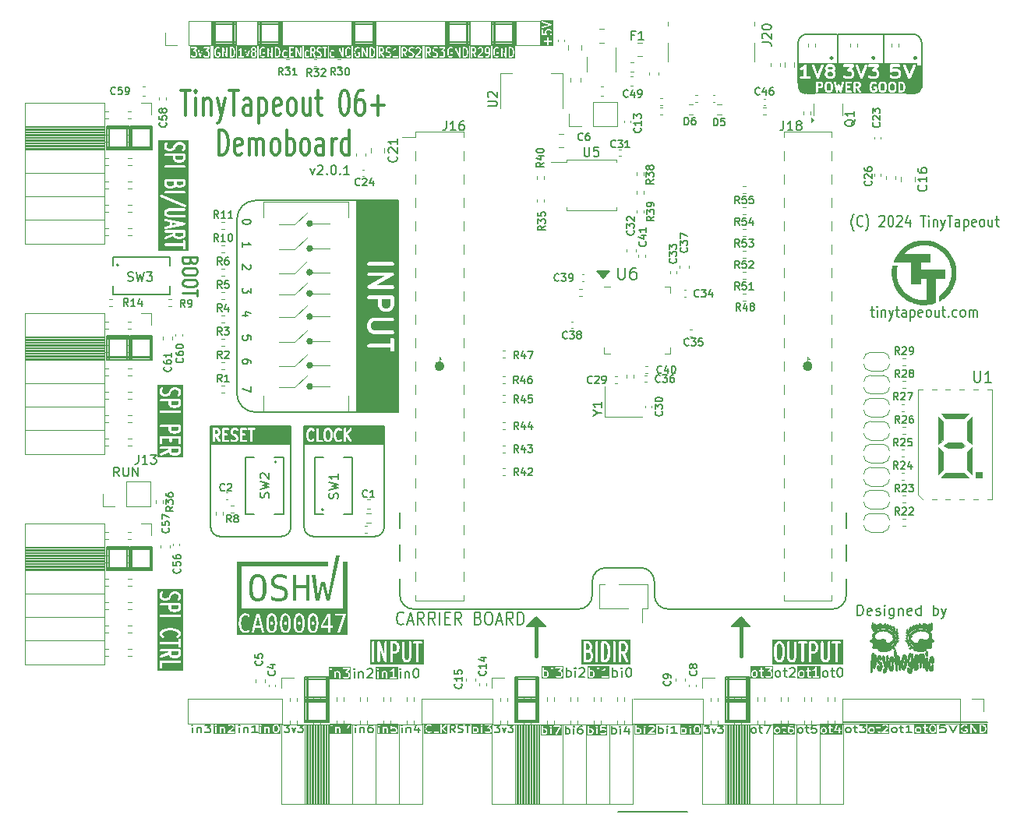
<source format=gbr>
%TF.GenerationSoftware,KiCad,Pcbnew,8.0.4-8.0.4-0~ubuntu22.04.1*%
%TF.CreationDate,2024-09-05T16:25:04-04:00*%
%TF.ProjectId,tinytapeout-demo,74696e79-7461-4706-956f-75742d64656d,2.0.1*%
%TF.SameCoordinates,PX38be5e0PY7d687e0*%
%TF.FileFunction,Legend,Top*%
%TF.FilePolarity,Positive*%
%FSLAX46Y46*%
G04 Gerber Fmt 4.6, Leading zero omitted, Abs format (unit mm)*
G04 Created by KiCad (PCBNEW 8.0.4-8.0.4-0~ubuntu22.04.1) date 2024-09-05 16:25:04*
%MOMM*%
%LPD*%
G01*
G04 APERTURE LIST*
%ADD10C,0.200000*%
%ADD11C,0.150000*%
%ADD12C,0.825000*%
%ADD13C,0.180000*%
%ADD14C,0.300000*%
%ADD15C,0.050000*%
%ADD16C,0.400000*%
%ADD17C,0.100000*%
%ADD18C,0.080000*%
%ADD19C,0.275000*%
%ADD20C,0.250000*%
%ADD21C,0.375000*%
%ADD22C,0.225000*%
%ADD23C,0.170000*%
%ADD24C,0.120000*%
%ADD25C,0.000000*%
%ADD26C,0.500000*%
%ADD27C,0.240000*%
%ADD28C,0.010000*%
G04 APERTURE END LIST*
D10*
X128300000Y-130200000D02*
X128300000Y-127800000D01*
X85000000Y-127800000D02*
X82400000Y-127800000D01*
D11*
X88000000Y-90000000D02*
X92500000Y-90000000D01*
X92500000Y-96500000D01*
X88000000Y-96500000D01*
X88000000Y-90000000D01*
G36*
X88000000Y-90000000D02*
G01*
X92500000Y-90000000D01*
X92500000Y-96500000D01*
X88000000Y-96500000D01*
X88000000Y-90000000D01*
G37*
D12*
X137162500Y-61100000D02*
G75*
G02*
X136337500Y-61100000I-412500J0D01*
G01*
X136337500Y-61100000D02*
G75*
G02*
X137162500Y-61100000I412500J0D01*
G01*
D10*
X128100000Y-125300000D02*
X128100000Y-127700000D01*
X105200000Y-127800000D02*
X105200000Y-130200000D01*
X84800000Y-127700000D02*
X84800000Y-125300000D01*
X60900000Y-90600000D02*
X63300000Y-90600000D01*
X85000000Y-125500000D02*
X82400000Y-125500000D01*
X130700000Y-128000000D02*
X128100000Y-128000000D01*
D11*
X91000000Y-109000000D02*
X91000000Y-100000000D01*
D10*
X60900000Y-111100000D02*
X60900000Y-113700000D01*
X82600000Y-130200000D02*
X82600000Y-127800000D01*
D13*
X77350000Y-100000000D02*
X72150000Y-100000000D01*
D10*
X63400000Y-65700000D02*
X65800000Y-65700000D01*
D11*
X114800000Y-81900000D02*
X114100000Y-81200000D01*
X115500000Y-81200000D01*
X114800000Y-81900000D01*
G36*
X114800000Y-81900000D02*
G01*
X114100000Y-81200000D01*
X115500000Y-81200000D01*
X114800000Y-81900000D01*
G37*
X135957107Y-56307107D02*
X135957107Y-60700000D01*
D10*
X63400000Y-67700000D02*
X65800000Y-67700000D01*
X84700000Y-130200000D02*
X84700000Y-127800000D01*
D11*
X88000000Y-73500000D02*
X92500000Y-73500000D01*
X92500000Y-80000000D01*
X88000000Y-80000000D01*
X88000000Y-73500000D01*
G36*
X88000000Y-73500000D02*
G01*
X92500000Y-73500000D01*
X92500000Y-80000000D01*
X88000000Y-80000000D01*
X88000000Y-73500000D01*
G37*
D10*
X87800000Y-56500000D02*
X87800000Y-54100000D01*
X65800000Y-90800000D02*
X65800000Y-88200000D01*
D11*
X90000000Y-110000001D02*
X83300001Y-110000001D01*
D10*
X74700000Y-56500000D02*
X74700000Y-54100000D01*
D11*
X115100000Y-113400000D02*
X118850000Y-113400000D01*
D10*
X63600000Y-88200000D02*
X63600000Y-90800000D01*
X130700000Y-125500000D02*
X128100000Y-125500000D01*
D11*
X92500000Y-73500000D02*
X77000000Y-73500000D01*
D10*
X85000000Y-127700000D02*
X85000000Y-125300000D01*
X63300000Y-68000000D02*
X63300000Y-65400000D01*
X107800000Y-128000000D02*
X105200000Y-128000000D01*
X97700000Y-54100000D02*
X97700000Y-56500000D01*
D14*
X92300000Y-79750000D02*
X92300000Y-90250000D01*
D10*
X130700000Y-125300000D02*
X128100000Y-125300000D01*
D15*
X149450000Y-60800000D02*
X148950000Y-60800000D01*
X148950000Y-58800000D01*
X149450000Y-58800000D01*
X149450000Y-60800000D01*
G36*
X149450000Y-60800000D02*
G01*
X148950000Y-60800000D01*
X148950000Y-58800000D01*
X149450000Y-58800000D01*
X149450000Y-60800000D01*
G37*
D10*
X79900000Y-54100000D02*
X77300000Y-54100000D01*
D11*
X87600000Y-98000000D02*
X90800000Y-98000000D01*
X90800000Y-100000000D01*
X87600000Y-100000000D01*
X87600000Y-98000000D01*
G36*
X87600000Y-98000000D02*
G01*
X90800000Y-98000000D01*
X90800000Y-100000000D01*
X87600000Y-100000000D01*
X87600000Y-98000000D01*
G37*
D10*
X77600000Y-56500000D02*
X77600000Y-54100000D01*
D11*
X141200000Y-109150000D02*
X141200000Y-107400000D01*
D15*
X137750000Y-61900000D02*
X136900000Y-61900000D01*
X136900000Y-60600000D01*
X137750000Y-60600000D01*
X137750000Y-61900000D01*
G36*
X137750000Y-61900000D02*
G01*
X136900000Y-61900000D01*
X136900000Y-60600000D01*
X137750000Y-60600000D01*
X137750000Y-61900000D01*
G37*
D11*
X145300000Y-55400000D02*
X145300000Y-60400000D01*
D10*
X63600000Y-111100000D02*
X63600000Y-113700000D01*
X74600000Y-56500000D02*
X74600000Y-54100000D01*
X63400000Y-111300000D02*
X65800000Y-111300000D01*
X105100000Y-56500000D02*
X105100000Y-54100000D01*
X63100000Y-113700000D02*
X63100000Y-111100000D01*
D11*
X77000000Y-96500000D02*
G75*
G02*
X75000000Y-94500000I0J2000000D01*
G01*
D10*
X107600000Y-130200000D02*
X107600000Y-127800000D01*
X63400000Y-113700000D02*
X65800000Y-113700000D01*
X100100000Y-56500000D02*
X100100000Y-54100000D01*
D11*
X91000000Y-100000000D02*
X89400000Y-100000000D01*
X135957107Y-56407107D02*
G75*
G02*
X136957107Y-55407107I999993J7D01*
G01*
X140200000Y-55400000D02*
X136950000Y-55400000D01*
D10*
X105200000Y-127700000D02*
X107800000Y-127700000D01*
X90100000Y-54300000D02*
X87500000Y-54300000D01*
X79600000Y-56500000D02*
X79600000Y-54100000D01*
D11*
X94200000Y-117900000D02*
X112080000Y-117900000D01*
D10*
X63400000Y-111400000D02*
X65800000Y-111400000D01*
D15*
X137750000Y-61200000D02*
X135950000Y-61200000D01*
X135950000Y-60350000D01*
X137750000Y-60350000D01*
X137750000Y-61200000D01*
G36*
X137750000Y-61200000D02*
G01*
X135950000Y-61200000D01*
X135950000Y-60350000D01*
X137750000Y-60350000D01*
X137750000Y-61200000D01*
G37*
D11*
X77150000Y-98000000D02*
X80650000Y-98000000D01*
X80650000Y-100000000D01*
X77150000Y-100000000D01*
X77150000Y-98000000D01*
G36*
X77150000Y-98000000D02*
G01*
X80650000Y-98000000D01*
X80650000Y-100000000D01*
X77150000Y-100000000D01*
X77150000Y-98000000D01*
G37*
D10*
X63400000Y-88200000D02*
X63400000Y-90800000D01*
X65800000Y-68000000D02*
X65800000Y-65400000D01*
X63300000Y-113700000D02*
X63300000Y-111100000D01*
X63400000Y-67800000D02*
X65800000Y-67800000D01*
D11*
X75000000Y-75500000D02*
X75000000Y-94500000D01*
D10*
X128100000Y-127500000D02*
X130700000Y-127500000D01*
X82400000Y-127500000D02*
X85000000Y-127500000D01*
D11*
X92700000Y-112650000D02*
X92700000Y-110900000D01*
D10*
X107800000Y-125500000D02*
X105200000Y-125500000D01*
D11*
X116400000Y-139900000D02*
X123900000Y-139900000D01*
D15*
X149450000Y-61200000D02*
X147800000Y-61200000D01*
X147800000Y-60350000D01*
X149450000Y-60350000D01*
X149450000Y-61200000D01*
G36*
X149450000Y-61200000D02*
G01*
X147800000Y-61200000D01*
X147800000Y-60350000D01*
X149450000Y-60350000D01*
X149450000Y-61200000D01*
G37*
D10*
X60900000Y-65600000D02*
X63300000Y-65600000D01*
D11*
X121850000Y-117900000D02*
G75*
G02*
X120350000Y-116400000I0J1500000D01*
G01*
D10*
X130400000Y-130200000D02*
X130400000Y-127800000D01*
D16*
X107500000Y-119500000D02*
X107500000Y-123000000D01*
D10*
X63400000Y-90600000D02*
X65800000Y-90600000D01*
X65800000Y-113700000D02*
X65800000Y-111100000D01*
D11*
X149400000Y-56400000D02*
X149400000Y-60800000D01*
D10*
X107800000Y-127800000D02*
X105200000Y-127800000D01*
X60900000Y-68000000D02*
X63300000Y-68000000D01*
X128400000Y-130200000D02*
X128400000Y-127800000D01*
X72500000Y-56500000D02*
X72500000Y-54100000D01*
X60900000Y-90800000D02*
X63300000Y-90800000D01*
X82400000Y-130200000D02*
X85000000Y-130200000D01*
X107500000Y-130200000D02*
X107500000Y-127800000D01*
D11*
X140845000Y-130205000D02*
X156500000Y-130205000D01*
D10*
X107600000Y-127700000D02*
X107600000Y-125300000D01*
D11*
X92700000Y-116400000D02*
X92700000Y-114650000D01*
D10*
X79900000Y-56500000D02*
X79900000Y-54100000D01*
X87500000Y-54100000D02*
X87500000Y-56500000D01*
X89800000Y-56500000D02*
X89800000Y-54100000D01*
X82400000Y-127700000D02*
X85000000Y-127700000D01*
X90100000Y-54100000D02*
X87500000Y-54100000D01*
D11*
X121830000Y-117900000D02*
X139700000Y-117900000D01*
D10*
X97700000Y-56500000D02*
X100300000Y-56500000D01*
X60900000Y-113500000D02*
X63300000Y-113500000D01*
D11*
X79850000Y-110000001D02*
X73150001Y-110000001D01*
D10*
X87700000Y-56500000D02*
X87700000Y-54100000D01*
X63400000Y-113400000D02*
X65800000Y-113400000D01*
X63300000Y-65400000D02*
X60900000Y-65400000D01*
X60900000Y-111400000D02*
X63300000Y-111400000D01*
X65800000Y-65400000D02*
X63400000Y-65400000D01*
X105400000Y-127700000D02*
X105400000Y-125300000D01*
X79900000Y-54300000D02*
X77300000Y-54300000D01*
X63400000Y-65600000D02*
X65800000Y-65600000D01*
X72300000Y-54100000D02*
X72300000Y-56500000D01*
D11*
X113600000Y-116400000D02*
X113600000Y-114900000D01*
D10*
X84800000Y-130200000D02*
X84800000Y-127800000D01*
X130500000Y-127700000D02*
X130500000Y-125300000D01*
X63400000Y-88400000D02*
X65800000Y-88400000D01*
X77300000Y-54100000D02*
X77300000Y-56500000D01*
D11*
X80850000Y-98000000D02*
X72150000Y-98000000D01*
D10*
X107800000Y-130200000D02*
X107800000Y-127800000D01*
X100300000Y-54100000D02*
X97700000Y-54100000D01*
X74900000Y-54300000D02*
X72300000Y-54300000D01*
X128100000Y-127700000D02*
X130700000Y-127700000D01*
X82400000Y-125300000D02*
X82400000Y-127700000D01*
D11*
X80650000Y-98000000D02*
X80850000Y-98000000D01*
X80850000Y-99900000D01*
X80650000Y-99900000D01*
X80650000Y-98000000D01*
G36*
X80650000Y-98000000D02*
G01*
X80850000Y-98000000D01*
X80850000Y-99900000D01*
X80650000Y-99900000D01*
X80650000Y-98000000D01*
G37*
D10*
X77300000Y-56500000D02*
X79900000Y-56500000D01*
D15*
X148600000Y-61900000D02*
X147750000Y-61900000D01*
X147750000Y-60600000D01*
X148600000Y-60600000D01*
X148600000Y-61900000D01*
G36*
X148600000Y-61900000D02*
G01*
X147750000Y-61900000D01*
X147750000Y-60600000D01*
X148600000Y-60600000D01*
X148600000Y-61900000D01*
G37*
D11*
X145250000Y-55400000D02*
X148400000Y-55400000D01*
D10*
X130700000Y-130200000D02*
X130700000Y-127800000D01*
X130700000Y-127700000D02*
X130700000Y-125300000D01*
X82600000Y-127700000D02*
X82600000Y-125300000D01*
X107500000Y-127700000D02*
X107500000Y-125300000D01*
X65600000Y-90800000D02*
X65600000Y-88200000D01*
D11*
X91000000Y-109000000D02*
G75*
G02*
X90000000Y-110000000I-1000000J0D01*
G01*
D10*
X63100000Y-90800000D02*
X63100000Y-88200000D01*
D12*
X149062500Y-61100000D02*
G75*
G02*
X148237500Y-61100000I-412500J0D01*
G01*
X148237500Y-61100000D02*
G75*
G02*
X149062500Y-61100000I412500J0D01*
G01*
D11*
X120350000Y-114900000D02*
X120350000Y-116400000D01*
D10*
X60900000Y-90500000D02*
X63300000Y-90500000D01*
X100300000Y-56500000D02*
X100300000Y-54100000D01*
X130700000Y-127800000D02*
X128100000Y-127800000D01*
X97900000Y-56500000D02*
X97900000Y-54100000D01*
X63400000Y-68000000D02*
X65800000Y-68000000D01*
X74900000Y-54100000D02*
X72300000Y-54100000D01*
X63300000Y-88200000D02*
X60900000Y-88200000D01*
D11*
X92700000Y-109150000D02*
X92700000Y-107400000D01*
X80850000Y-100000000D02*
X79250000Y-100000000D01*
D10*
X79700000Y-56500000D02*
X79700000Y-54100000D01*
D11*
X118850000Y-113400000D02*
G75*
G02*
X120350000Y-114900000I0J-1500000D01*
G01*
D10*
X105200000Y-125300000D02*
X105200000Y-127700000D01*
D11*
X88000000Y-80000000D02*
X89025400Y-80000000D01*
X89025400Y-90000000D01*
X88000000Y-90000000D01*
X88000000Y-80000000D01*
G36*
X88000000Y-80000000D02*
G01*
X89025400Y-80000000D01*
X89025400Y-90000000D01*
X88000000Y-90000000D01*
X88000000Y-80000000D01*
G37*
D17*
X137750000Y-60400000D02*
X149350000Y-60400000D01*
X149350000Y-60492006D01*
X137750000Y-60492006D01*
X137750000Y-60400000D01*
D10*
X103000000Y-56500000D02*
X103000000Y-54100000D01*
X100300000Y-54300000D02*
X97700000Y-54300000D01*
D11*
X141200000Y-112650000D02*
X141200000Y-110900000D01*
D10*
X98000000Y-56500000D02*
X98000000Y-54100000D01*
D11*
X108500000Y-119750000D02*
X106500000Y-119750000D01*
X107500000Y-118750000D01*
X108500000Y-119750000D01*
G36*
X108500000Y-119750000D02*
G01*
X106500000Y-119750000D01*
X107500000Y-118750000D01*
X108500000Y-119750000D01*
G37*
X80850000Y-109000000D02*
X80850000Y-100000000D01*
D10*
X63300000Y-90800000D02*
X63300000Y-88200000D01*
X60900000Y-65700000D02*
X63300000Y-65700000D01*
D11*
X140300000Y-58800000D02*
X140300000Y-55400000D01*
X94200000Y-117900000D02*
G75*
G02*
X92700000Y-116400000I0J1500000D01*
G01*
D10*
X65600000Y-68000000D02*
X65600000Y-65400000D01*
D11*
X140300000Y-55400000D02*
X145300000Y-55400000D01*
D10*
X63400000Y-113500000D02*
X65800000Y-113500000D01*
X102700000Y-56300000D02*
X105300000Y-56300000D01*
X72300000Y-56300000D02*
X74900000Y-56300000D01*
X105300000Y-54100000D02*
X102700000Y-54100000D01*
X102900000Y-56500000D02*
X102900000Y-54100000D01*
X60900000Y-113700000D02*
X63300000Y-113700000D01*
X82400000Y-127800000D02*
X82400000Y-130200000D01*
X65600000Y-113700000D02*
X65600000Y-111100000D01*
D11*
X113600000Y-116400000D02*
G75*
G02*
X112100000Y-117900000I-1500000J0D01*
G01*
D10*
X128300000Y-127700000D02*
X128300000Y-125300000D01*
D18*
X145850000Y-60400000D02*
X144900000Y-60400000D01*
X144900000Y-58550000D01*
X145850000Y-58550000D01*
X145850000Y-60400000D01*
G36*
X145850000Y-60400000D02*
G01*
X144900000Y-60400000D01*
X144900000Y-58550000D01*
X145850000Y-58550000D01*
X145850000Y-60400000D01*
G37*
D10*
X63100000Y-68000000D02*
X63100000Y-65400000D01*
X102700000Y-54100000D02*
X102700000Y-56500000D01*
D11*
X148400000Y-55400000D02*
G75*
G02*
X149400000Y-56400000I0J-1000000D01*
G01*
D10*
X128100000Y-130200000D02*
X130700000Y-130200000D01*
X105300000Y-54300000D02*
X102700000Y-54300000D01*
X63400000Y-65400000D02*
X63400000Y-68000000D01*
X128100000Y-127800000D02*
X128100000Y-130200000D01*
X61100000Y-88200000D02*
X61100000Y-90800000D01*
X63600000Y-65400000D02*
X63600000Y-68000000D01*
D11*
X130750000Y-119750000D02*
X128750000Y-119750000D01*
X129750000Y-118750000D01*
X130750000Y-119750000D01*
G36*
X130750000Y-119750000D02*
G01*
X128750000Y-119750000D01*
X129750000Y-118750000D01*
X130750000Y-119750000D01*
G37*
D10*
X87500000Y-56500000D02*
X90100000Y-56500000D01*
X82400000Y-130000000D02*
X85000000Y-130000000D01*
X63400000Y-111100000D02*
X63400000Y-113700000D01*
X89900000Y-56500000D02*
X89900000Y-54100000D01*
X97700000Y-56300000D02*
X100300000Y-56300000D01*
X60900000Y-111300000D02*
X63300000Y-111300000D01*
X87500000Y-56300000D02*
X90100000Y-56300000D01*
D11*
X77000000Y-96500000D02*
X92500000Y-96500000D01*
X72150000Y-98100000D02*
X72150000Y-109000000D01*
D10*
X60900000Y-113400000D02*
X63300000Y-113400000D01*
X74900000Y-56500000D02*
X74900000Y-54100000D01*
X60900000Y-88500000D02*
X63300000Y-88500000D01*
X63400000Y-90500000D02*
X65800000Y-90500000D01*
D13*
X87500000Y-100000000D02*
X82300000Y-100000000D01*
D10*
X90100000Y-56500000D02*
X90100000Y-54100000D01*
D11*
X83300001Y-110000001D02*
G75*
G02*
X82299999Y-109000001I-1J1000001D01*
G01*
D10*
X61100000Y-65400000D02*
X61100000Y-68000000D01*
X77300000Y-56300000D02*
X79900000Y-56300000D01*
X82700000Y-130200000D02*
X82700000Y-127800000D01*
X60900000Y-67700000D02*
X63300000Y-67700000D01*
D11*
X82300000Y-98100000D02*
X82300000Y-109000000D01*
D10*
X82700000Y-127700000D02*
X82700000Y-125300000D01*
D11*
X75000000Y-75500000D02*
G75*
G02*
X77000000Y-73500000I2000000J0D01*
G01*
D16*
X129750000Y-119500000D02*
X129750000Y-123000000D01*
D10*
X60900000Y-88400000D02*
X63300000Y-88400000D01*
D11*
X80850000Y-109000000D02*
G75*
G02*
X79850000Y-110000000I-1000000J0D01*
G01*
D10*
X85000000Y-128000000D02*
X82400000Y-128000000D01*
X72600000Y-56500000D02*
X72600000Y-54100000D01*
D11*
X113600000Y-114900000D02*
G75*
G02*
X115100000Y-113400000I1500000J0D01*
G01*
D10*
X105200000Y-130000000D02*
X107800000Y-130000000D01*
X60900000Y-88200000D02*
X60900000Y-90800000D01*
D11*
X141200000Y-116400000D02*
G75*
G02*
X139700000Y-117900000I-1500000J0D01*
G01*
D10*
X102700000Y-56500000D02*
X105300000Y-56500000D01*
X130400000Y-127700000D02*
X130400000Y-125300000D01*
X105400000Y-130200000D02*
X105400000Y-127800000D01*
X61100000Y-111100000D02*
X61100000Y-113700000D01*
X63400000Y-90800000D02*
X65800000Y-90800000D01*
X105300000Y-56500000D02*
X105300000Y-54100000D01*
X84700000Y-127700000D02*
X84700000Y-125300000D01*
X63400000Y-88500000D02*
X65800000Y-88500000D01*
X85000000Y-130200000D02*
X85000000Y-127800000D01*
X105000000Y-56500000D02*
X105000000Y-54100000D01*
X130500000Y-130200000D02*
X130500000Y-127800000D01*
X65800000Y-111100000D02*
X63400000Y-111100000D01*
X105500000Y-127700000D02*
X105500000Y-125300000D01*
D11*
X141200000Y-116400000D02*
X141200000Y-114650000D01*
D10*
X60900000Y-67800000D02*
X63300000Y-67800000D01*
D11*
X91000000Y-98000000D02*
X82300000Y-98000000D01*
D10*
X100000000Y-56500000D02*
X100000000Y-54100000D01*
X60900000Y-65400000D02*
X60900000Y-68000000D01*
X107800000Y-125300000D02*
X105200000Y-125300000D01*
D15*
X140700000Y-60550000D02*
X140150000Y-60550000D01*
X140150000Y-58550000D01*
X140700000Y-58550000D01*
X140700000Y-60550000D01*
G36*
X140700000Y-60550000D02*
G01*
X140150000Y-60550000D01*
X140150000Y-58550000D01*
X140700000Y-58550000D01*
X140700000Y-60550000D01*
G37*
D10*
X128100000Y-130000000D02*
X130700000Y-130000000D01*
X77500000Y-56500000D02*
X77500000Y-54100000D01*
X107800000Y-127700000D02*
X107800000Y-125300000D01*
X105200000Y-130200000D02*
X107800000Y-130200000D01*
D11*
X92500000Y-73500000D02*
X92500000Y-96500000D01*
D10*
X128400000Y-127700000D02*
X128400000Y-125300000D01*
X85000000Y-125300000D02*
X82400000Y-125300000D01*
X65800000Y-88200000D02*
X63400000Y-88200000D01*
X72300000Y-56500000D02*
X74900000Y-56500000D01*
X105200000Y-127500000D02*
X107800000Y-127500000D01*
D11*
X73150001Y-110000001D02*
G75*
G02*
X72149999Y-109000001I-1J1000001D01*
G01*
D10*
X105500000Y-130200000D02*
X105500000Y-127800000D01*
X63300000Y-111100000D02*
X60900000Y-111100000D01*
D11*
X90800000Y-98000000D02*
X91000000Y-98000000D01*
X91000000Y-99900000D01*
X90800000Y-99900000D01*
X90800000Y-98000000D01*
G36*
X90800000Y-98000000D02*
G01*
X91000000Y-98000000D01*
X91000000Y-99900000D01*
X90800000Y-99900000D01*
X90800000Y-98000000D01*
G37*
D10*
X76494042Y-91181429D02*
X76494042Y-91010000D01*
X76494042Y-91010000D02*
X76451185Y-90924286D01*
X76451185Y-90924286D02*
X76408328Y-90881429D01*
X76408328Y-90881429D02*
X76279757Y-90795714D01*
X76279757Y-90795714D02*
X76108328Y-90752857D01*
X76108328Y-90752857D02*
X75765471Y-90752857D01*
X75765471Y-90752857D02*
X75679757Y-90795714D01*
X75679757Y-90795714D02*
X75636900Y-90838571D01*
X75636900Y-90838571D02*
X75594042Y-90924286D01*
X75594042Y-90924286D02*
X75594042Y-91095714D01*
X75594042Y-91095714D02*
X75636900Y-91181429D01*
X75636900Y-91181429D02*
X75679757Y-91224286D01*
X75679757Y-91224286D02*
X75765471Y-91267143D01*
X75765471Y-91267143D02*
X75979757Y-91267143D01*
X75979757Y-91267143D02*
X76065471Y-91224286D01*
X76065471Y-91224286D02*
X76108328Y-91181429D01*
X76108328Y-91181429D02*
X76151185Y-91095714D01*
X76151185Y-91095714D02*
X76151185Y-90924286D01*
X76151185Y-90924286D02*
X76108328Y-90838571D01*
X76108328Y-90838571D02*
X76065471Y-90795714D01*
X76065471Y-90795714D02*
X75979757Y-90752857D01*
D19*
G36*
X68621561Y-122789862D02*
G01*
X68571085Y-122852957D01*
X68510701Y-122890697D01*
X68357125Y-122938690D01*
X68113379Y-122938690D01*
X67959802Y-122890697D01*
X67899416Y-122852955D01*
X67848942Y-122789862D01*
X67848942Y-122499405D01*
X68621561Y-122499405D01*
X68621561Y-122789862D01*
G37*
G36*
X68621561Y-117789862D02*
G01*
X68571085Y-117852957D01*
X68510701Y-117890697D01*
X68357125Y-117938690D01*
X68113379Y-117938690D01*
X67959802Y-117890697D01*
X67899416Y-117852955D01*
X67848942Y-117789862D01*
X67848942Y-117499405D01*
X68621561Y-117499405D01*
X68621561Y-117789862D01*
G37*
G36*
X69118783Y-124564223D02*
G01*
X66399339Y-124564223D01*
X66399339Y-123611905D01*
X66621561Y-123611905D01*
X66621561Y-124207143D01*
X66624203Y-124233968D01*
X66644734Y-124283534D01*
X66682670Y-124321470D01*
X66732236Y-124342001D01*
X66785886Y-124342001D01*
X66835452Y-124321470D01*
X66873388Y-124283534D01*
X66893919Y-124233968D01*
X66896561Y-124207143D01*
X66896561Y-123749405D01*
X68759061Y-123749405D01*
X68785886Y-123746763D01*
X68835452Y-123726232D01*
X68873388Y-123688296D01*
X68893919Y-123638730D01*
X68893919Y-123585080D01*
X68873388Y-123535514D01*
X68835452Y-123497578D01*
X68785886Y-123477047D01*
X68759061Y-123474405D01*
X66759061Y-123474405D01*
X66732236Y-123477047D01*
X66682670Y-123497578D01*
X66644734Y-123535514D01*
X66624203Y-123585080D01*
X66621561Y-123611905D01*
X66399339Y-123611905D01*
X66399339Y-123052028D01*
X66623701Y-123052028D01*
X66624758Y-123105668D01*
X66646262Y-123154819D01*
X66684938Y-123192001D01*
X66734899Y-123211550D01*
X66788539Y-123210493D01*
X66814174Y-123202162D01*
X67577877Y-122868042D01*
X67583991Y-122882803D01*
X67589378Y-122901393D01*
X67595751Y-122911194D01*
X67597115Y-122914486D01*
X67599336Y-122916707D01*
X67604072Y-122923990D01*
X67699311Y-123043039D01*
X67710425Y-123054434D01*
X67712459Y-123057286D01*
X67715472Y-123059609D01*
X67718131Y-123062335D01*
X67721199Y-123064024D01*
X67733806Y-123073744D01*
X67829046Y-123133267D01*
X67834249Y-123135847D01*
X67836090Y-123137384D01*
X67844762Y-123141061D01*
X67853194Y-123145243D01*
X67855556Y-123145638D01*
X67860906Y-123147907D01*
X68051382Y-123207431D01*
X68062319Y-123209701D01*
X68065570Y-123211048D01*
X68071724Y-123211654D01*
X68077774Y-123212910D01*
X68081274Y-123212594D01*
X68092395Y-123213690D01*
X68378109Y-123213690D01*
X68389229Y-123212594D01*
X68392730Y-123212910D01*
X68398779Y-123211654D01*
X68404934Y-123211048D01*
X68408184Y-123209701D01*
X68419122Y-123207431D01*
X68609598Y-123147907D01*
X68614947Y-123145638D01*
X68617311Y-123145243D01*
X68625743Y-123141060D01*
X68634414Y-123137384D01*
X68636255Y-123135846D01*
X68641459Y-123133266D01*
X68736697Y-123073743D01*
X68749303Y-123064024D01*
X68752372Y-123062335D01*
X68755028Y-123059611D01*
X68758045Y-123057286D01*
X68760080Y-123054431D01*
X68771193Y-123043038D01*
X68866431Y-122923990D01*
X68871166Y-122916707D01*
X68873388Y-122914486D01*
X68874751Y-122911194D01*
X68881125Y-122901393D01*
X68886512Y-122882800D01*
X68893919Y-122864920D01*
X68895064Y-122853287D01*
X68896057Y-122849863D01*
X68895709Y-122846737D01*
X68896561Y-122838095D01*
X68896561Y-122361905D01*
X68893919Y-122335080D01*
X68873388Y-122285514D01*
X68835452Y-122247578D01*
X68785886Y-122227047D01*
X68759061Y-122224405D01*
X66759061Y-122224405D01*
X66732236Y-122227047D01*
X66682670Y-122247578D01*
X66644734Y-122285514D01*
X66624203Y-122335080D01*
X66624203Y-122388730D01*
X66644734Y-122438296D01*
X66682670Y-122476232D01*
X66732236Y-122496763D01*
X66759061Y-122499405D01*
X67573942Y-122499405D01*
X67573942Y-122569597D01*
X66703948Y-122950218D01*
X66680432Y-122963391D01*
X66643250Y-123002067D01*
X66623701Y-123052028D01*
X66399339Y-123052028D01*
X66399339Y-121561270D01*
X66624203Y-121561270D01*
X66624203Y-121614920D01*
X66644734Y-121664486D01*
X66682670Y-121702422D01*
X66732236Y-121722953D01*
X66759061Y-121725595D01*
X68621561Y-121725595D01*
X68621561Y-121945238D01*
X68624203Y-121972063D01*
X68644734Y-122021629D01*
X68682670Y-122059565D01*
X68732236Y-122080096D01*
X68785886Y-122080096D01*
X68835452Y-122059565D01*
X68873388Y-122021629D01*
X68893919Y-121972063D01*
X68896561Y-121945238D01*
X68896561Y-121230952D01*
X68893919Y-121204127D01*
X68873388Y-121154561D01*
X68835452Y-121116625D01*
X68785886Y-121096094D01*
X68732236Y-121096094D01*
X68682670Y-121116625D01*
X68644734Y-121154561D01*
X68624203Y-121204127D01*
X68621561Y-121230952D01*
X68621561Y-121450595D01*
X66759061Y-121450595D01*
X66732236Y-121453237D01*
X66682670Y-121473768D01*
X66644734Y-121511704D01*
X66624203Y-121561270D01*
X66399339Y-121561270D01*
X66399339Y-120516666D01*
X66621561Y-120516666D01*
X66621561Y-120635714D01*
X66624203Y-120662539D01*
X66626788Y-120668781D01*
X66627445Y-120675508D01*
X66637738Y-120700420D01*
X66732977Y-120878991D01*
X66747932Y-120901417D01*
X66754865Y-120907117D01*
X66760078Y-120914427D01*
X66781425Y-120930885D01*
X66876663Y-120990408D01*
X66900810Y-121002385D01*
X66953724Y-121011245D01*
X67005999Y-120999182D01*
X67049680Y-120968031D01*
X67078114Y-120922536D01*
X67086974Y-120869623D01*
X67074910Y-120817347D01*
X67043760Y-120773667D01*
X67022413Y-120757209D01*
X66958331Y-120717157D01*
X66896561Y-120601339D01*
X66896561Y-120551040D01*
X66958331Y-120435221D01*
X67102659Y-120345015D01*
X67266540Y-120293803D01*
X67626884Y-120237500D01*
X67891239Y-120237500D01*
X68251584Y-120293804D01*
X68415460Y-120345014D01*
X68559791Y-120435221D01*
X68621561Y-120551040D01*
X68621561Y-120601339D01*
X68559790Y-120717159D01*
X68495710Y-120757209D01*
X68474363Y-120773667D01*
X68443212Y-120817347D01*
X68431149Y-120869623D01*
X68440009Y-120922536D01*
X68468443Y-120968031D01*
X68512123Y-120999182D01*
X68564399Y-121011245D01*
X68617312Y-121002385D01*
X68641460Y-120990409D01*
X68736698Y-120930885D01*
X68758045Y-120914427D01*
X68763256Y-120907119D01*
X68770192Y-120901417D01*
X68785146Y-120878991D01*
X68880385Y-120700420D01*
X68890677Y-120675507D01*
X68891333Y-120668781D01*
X68893919Y-120662539D01*
X68896561Y-120635714D01*
X68896561Y-120516666D01*
X68893919Y-120489841D01*
X68891333Y-120483598D01*
X68890677Y-120476873D01*
X68880385Y-120451960D01*
X68785146Y-120273389D01*
X68770192Y-120250963D01*
X68763258Y-120245262D01*
X68758046Y-120237953D01*
X68736698Y-120221496D01*
X68546222Y-120102447D01*
X68541014Y-120099864D01*
X68539175Y-120098329D01*
X68530506Y-120094653D01*
X68522074Y-120090471D01*
X68519711Y-120090075D01*
X68514360Y-120087806D01*
X68323883Y-120028283D01*
X68313937Y-120026217D01*
X68304098Y-120023672D01*
X67923146Y-119964148D01*
X67912514Y-119963543D01*
X67901919Y-119962500D01*
X67616204Y-119962500D01*
X67605608Y-119963543D01*
X67594977Y-119964148D01*
X67214025Y-120023672D01*
X67204185Y-120026217D01*
X67194240Y-120028283D01*
X67003764Y-120087806D01*
X66998416Y-120090073D01*
X66996049Y-120090470D01*
X66987605Y-120094658D01*
X66978948Y-120098329D01*
X66977109Y-120099863D01*
X66971901Y-120102447D01*
X66781425Y-120221495D01*
X66760078Y-120237953D01*
X66754865Y-120245262D01*
X66747932Y-120250963D01*
X66732977Y-120273389D01*
X66637738Y-120451960D01*
X66627445Y-120476872D01*
X66626788Y-120483598D01*
X66624203Y-120489841D01*
X66621561Y-120516666D01*
X66399339Y-120516666D01*
X66399339Y-118585080D01*
X66624203Y-118585080D01*
X66624203Y-118638730D01*
X66644734Y-118688296D01*
X66682670Y-118726232D01*
X66732236Y-118746763D01*
X66759061Y-118749405D01*
X68759061Y-118749405D01*
X68785886Y-118746763D01*
X68835452Y-118726232D01*
X68873388Y-118688296D01*
X68893919Y-118638730D01*
X68893919Y-118585080D01*
X68873388Y-118535514D01*
X68835452Y-118497578D01*
X68785886Y-118477047D01*
X68759061Y-118474405D01*
X66759061Y-118474405D01*
X66732236Y-118477047D01*
X66682670Y-118497578D01*
X66644734Y-118535514D01*
X66624203Y-118585080D01*
X66399339Y-118585080D01*
X66399339Y-117335080D01*
X66624203Y-117335080D01*
X66624203Y-117388730D01*
X66644734Y-117438296D01*
X66682670Y-117476232D01*
X66732236Y-117496763D01*
X66759061Y-117499405D01*
X67573942Y-117499405D01*
X67573942Y-117838095D01*
X67574793Y-117846742D01*
X67574447Y-117849863D01*
X67575437Y-117853282D01*
X67576584Y-117864920D01*
X67583991Y-117882803D01*
X67589378Y-117901393D01*
X67595751Y-117911194D01*
X67597115Y-117914486D01*
X67599336Y-117916707D01*
X67604072Y-117923990D01*
X67699311Y-118043039D01*
X67710425Y-118054434D01*
X67712459Y-118057286D01*
X67715472Y-118059609D01*
X67718131Y-118062335D01*
X67721199Y-118064024D01*
X67733806Y-118073744D01*
X67829046Y-118133267D01*
X67834249Y-118135847D01*
X67836090Y-118137384D01*
X67844762Y-118141061D01*
X67853194Y-118145243D01*
X67855556Y-118145638D01*
X67860906Y-118147907D01*
X68051382Y-118207431D01*
X68062319Y-118209701D01*
X68065570Y-118211048D01*
X68071724Y-118211654D01*
X68077774Y-118212910D01*
X68081274Y-118212594D01*
X68092395Y-118213690D01*
X68378109Y-118213690D01*
X68389229Y-118212594D01*
X68392730Y-118212910D01*
X68398779Y-118211654D01*
X68404934Y-118211048D01*
X68408184Y-118209701D01*
X68419122Y-118207431D01*
X68609598Y-118147907D01*
X68614947Y-118145638D01*
X68617311Y-118145243D01*
X68625743Y-118141060D01*
X68634414Y-118137384D01*
X68636255Y-118135846D01*
X68641459Y-118133266D01*
X68736697Y-118073743D01*
X68749303Y-118064024D01*
X68752372Y-118062335D01*
X68755028Y-118059611D01*
X68758045Y-118057286D01*
X68760080Y-118054431D01*
X68771193Y-118043038D01*
X68866431Y-117923990D01*
X68871166Y-117916707D01*
X68873388Y-117914486D01*
X68874751Y-117911194D01*
X68881125Y-117901393D01*
X68886512Y-117882800D01*
X68893919Y-117864920D01*
X68895064Y-117853287D01*
X68896057Y-117849863D01*
X68895709Y-117846737D01*
X68896561Y-117838095D01*
X68896561Y-117361905D01*
X68893919Y-117335080D01*
X68873388Y-117285514D01*
X68835452Y-117247578D01*
X68785886Y-117227047D01*
X68759061Y-117224405D01*
X66759061Y-117224405D01*
X66732236Y-117227047D01*
X66682670Y-117247578D01*
X66644734Y-117285514D01*
X66624203Y-117335080D01*
X66399339Y-117335080D01*
X66399339Y-116290476D01*
X66621561Y-116290476D01*
X66621561Y-116588095D01*
X66622412Y-116596742D01*
X66622066Y-116599864D01*
X66623056Y-116603284D01*
X66624203Y-116614920D01*
X66631609Y-116632801D01*
X66636997Y-116651394D01*
X66643371Y-116661195D01*
X66644734Y-116664486D01*
X66646955Y-116666707D01*
X66651692Y-116673991D01*
X66746931Y-116793039D01*
X66758044Y-116804433D01*
X66760078Y-116807285D01*
X66763091Y-116809608D01*
X66765751Y-116812335D01*
X66768820Y-116814025D01*
X66781425Y-116823743D01*
X66876663Y-116883266D01*
X66881868Y-116885848D01*
X66883710Y-116887385D01*
X66892376Y-116891059D01*
X66900810Y-116895243D01*
X66903175Y-116895639D01*
X66908526Y-116897908D01*
X67099002Y-116957431D01*
X67109939Y-116959702D01*
X67113189Y-116961048D01*
X67119338Y-116961653D01*
X67125394Y-116962911D01*
X67128899Y-116962595D01*
X67140014Y-116963690D01*
X67330490Y-116963690D01*
X67341604Y-116962595D01*
X67345110Y-116962911D01*
X67351165Y-116961653D01*
X67357315Y-116961048D01*
X67360564Y-116959702D01*
X67371502Y-116957431D01*
X67561979Y-116897908D01*
X67567330Y-116895638D01*
X67569693Y-116895243D01*
X67578125Y-116891060D01*
X67586794Y-116887385D01*
X67588633Y-116885849D01*
X67593841Y-116883267D01*
X67689079Y-116823743D01*
X67701683Y-116814025D01*
X67704753Y-116812335D01*
X67707412Y-116809608D01*
X67710426Y-116807285D01*
X67712459Y-116804433D01*
X67723574Y-116793038D01*
X67818812Y-116673990D01*
X67824325Y-116665510D01*
X67826692Y-116663086D01*
X67829812Y-116657073D01*
X67833506Y-116651393D01*
X67834449Y-116648138D01*
X67839108Y-116639161D01*
X67926777Y-116419986D01*
X67994656Y-116335137D01*
X68055040Y-116297397D01*
X68208617Y-116249405D01*
X68357125Y-116249405D01*
X68510701Y-116297397D01*
X68571085Y-116335137D01*
X68621561Y-116398232D01*
X68621561Y-116613244D01*
X68542500Y-116761484D01*
X68532207Y-116786396D01*
X68526998Y-116839793D01*
X68542618Y-116891118D01*
X68576691Y-116932559D01*
X68624029Y-116957806D01*
X68677426Y-116963015D01*
X68728751Y-116947395D01*
X68770192Y-116913322D01*
X68785146Y-116890896D01*
X68880385Y-116712325D01*
X68890677Y-116687412D01*
X68891333Y-116680686D01*
X68893919Y-116674444D01*
X68896561Y-116647619D01*
X68896561Y-116350000D01*
X68895709Y-116341357D01*
X68896057Y-116338232D01*
X68895064Y-116334807D01*
X68893919Y-116323175D01*
X68886512Y-116305294D01*
X68881125Y-116286702D01*
X68874751Y-116276900D01*
X68873388Y-116273609D01*
X68871166Y-116271387D01*
X68866431Y-116264105D01*
X68771193Y-116145057D01*
X68760080Y-116133663D01*
X68758045Y-116130809D01*
X68755028Y-116128483D01*
X68752372Y-116125760D01*
X68749303Y-116124070D01*
X68736697Y-116114352D01*
X68641459Y-116054829D01*
X68636255Y-116052248D01*
X68634414Y-116050711D01*
X68625743Y-116047034D01*
X68617311Y-116042852D01*
X68614947Y-116042456D01*
X68609598Y-116040188D01*
X68419122Y-115980664D01*
X68408184Y-115978393D01*
X68404934Y-115977047D01*
X68398779Y-115976440D01*
X68392730Y-115975185D01*
X68389229Y-115975500D01*
X68378109Y-115974405D01*
X68187633Y-115974405D01*
X68176512Y-115975500D01*
X68173012Y-115975185D01*
X68166962Y-115976440D01*
X68160808Y-115977047D01*
X68157557Y-115978393D01*
X68146620Y-115980664D01*
X67956144Y-116040188D01*
X67950794Y-116042456D01*
X67948431Y-116042852D01*
X67939998Y-116047034D01*
X67931328Y-116050711D01*
X67929486Y-116052248D01*
X67924283Y-116054829D01*
X67829045Y-116114352D01*
X67816438Y-116124070D01*
X67813370Y-116125760D01*
X67810713Y-116128483D01*
X67807697Y-116130809D01*
X67805660Y-116133663D01*
X67794550Y-116145056D01*
X67699311Y-116264104D01*
X67693796Y-116272584D01*
X67691430Y-116275009D01*
X67688311Y-116281018D01*
X67684616Y-116286701D01*
X67683672Y-116289957D01*
X67679014Y-116298934D01*
X67591342Y-116518111D01*
X67523465Y-116602958D01*
X67463079Y-116640699D01*
X67309507Y-116688690D01*
X67160998Y-116688690D01*
X67007424Y-116640699D01*
X66947036Y-116602956D01*
X66896561Y-116539862D01*
X66896561Y-116324850D01*
X66975623Y-116176611D01*
X66985916Y-116151699D01*
X66991126Y-116098303D01*
X66975505Y-116046978D01*
X66941432Y-116005537D01*
X66894094Y-115980289D01*
X66840698Y-115975079D01*
X66789373Y-115990700D01*
X66747932Y-116024773D01*
X66732977Y-116047199D01*
X66637738Y-116225770D01*
X66627445Y-116250682D01*
X66626788Y-116257408D01*
X66624203Y-116263651D01*
X66621561Y-116290476D01*
X66399339Y-116290476D01*
X66399339Y-115752183D01*
X69118783Y-115752183D01*
X69118783Y-124564223D01*
G37*
D11*
G36*
X133829559Y-130914566D02*
G01*
X133858520Y-130937735D01*
X133887969Y-130984852D01*
X133887969Y-131170403D01*
X133858520Y-131217520D01*
X133829557Y-131240691D01*
X133758049Y-131269295D01*
X133644080Y-131269295D01*
X133572570Y-131240691D01*
X133543607Y-131217519D01*
X133514160Y-131170403D01*
X133514160Y-130984852D01*
X133543608Y-130937735D01*
X133572569Y-130914566D01*
X133644079Y-130885961D01*
X133758048Y-130885961D01*
X133829559Y-130914566D01*
G37*
G36*
X135353369Y-130952661D02*
G01*
X135382330Y-130975830D01*
X135411779Y-131022947D01*
X135411779Y-131170403D01*
X135382330Y-131217520D01*
X135353367Y-131240691D01*
X135281859Y-131269295D01*
X135120271Y-131269295D01*
X135048761Y-131240691D01*
X135019798Y-131217519D01*
X134990351Y-131170403D01*
X134990351Y-131022947D01*
X135019799Y-130975830D01*
X135048761Y-130952660D01*
X135120271Y-130924057D01*
X135281859Y-130924057D01*
X135353369Y-130952661D01*
G37*
G36*
X135650668Y-131508184D02*
G01*
X133275271Y-131508184D01*
X133275271Y-130963342D01*
X133364160Y-130963342D01*
X133364160Y-131191914D01*
X133365601Y-131206546D01*
X133367994Y-131212323D01*
X133369027Y-131218492D01*
X133375560Y-131231664D01*
X133423179Y-131307854D01*
X133428479Y-131314728D01*
X133429401Y-131316403D01*
X133430888Y-131317853D01*
X133432156Y-131319498D01*
X133433710Y-131320606D01*
X133439926Y-131326669D01*
X133487546Y-131364765D01*
X133492170Y-131367772D01*
X133493494Y-131369064D01*
X133496774Y-131370766D01*
X133499871Y-131372780D01*
X133501646Y-131373294D01*
X133506544Y-131375836D01*
X133601781Y-131413931D01*
X133614299Y-131417562D01*
X133615004Y-131417854D01*
X133615460Y-131417898D01*
X133615902Y-131418027D01*
X133616666Y-131418017D01*
X133629636Y-131419295D01*
X133772493Y-131419295D01*
X133785462Y-131418017D01*
X133786227Y-131418027D01*
X133786668Y-131417898D01*
X133787125Y-131417854D01*
X133787829Y-131417562D01*
X133800347Y-131413931D01*
X133895585Y-131375836D01*
X133900482Y-131373294D01*
X133902258Y-131372780D01*
X133905355Y-131370765D01*
X133908635Y-131369064D01*
X133909957Y-131367773D01*
X133914584Y-131364765D01*
X133962203Y-131326668D01*
X133968416Y-131320607D01*
X133969973Y-131319498D01*
X133971241Y-131317853D01*
X133972728Y-131316403D01*
X133973650Y-131314728D01*
X133978950Y-131307854D01*
X134026569Y-131231664D01*
X134033102Y-131218492D01*
X134034134Y-131212323D01*
X134036528Y-131206546D01*
X134037969Y-131191914D01*
X134037969Y-130963342D01*
X134036528Y-130948710D01*
X134034134Y-130942932D01*
X134033102Y-130936764D01*
X134026569Y-130923592D01*
X133978950Y-130847402D01*
X133973651Y-130840529D01*
X133972728Y-130838852D01*
X133971238Y-130837399D01*
X133969973Y-130835758D01*
X133968418Y-130834649D01*
X133962202Y-130828587D01*
X133921879Y-130796329D01*
X134175125Y-130796329D01*
X134175125Y-130825593D01*
X134186324Y-130852629D01*
X134207016Y-130873321D01*
X134234052Y-130884520D01*
X134248684Y-130885961D01*
X134316541Y-130885961D01*
X134316541Y-131230009D01*
X134317982Y-131244641D01*
X134320375Y-131250418D01*
X134321408Y-131256587D01*
X134327941Y-131269759D01*
X134375560Y-131345950D01*
X134376923Y-131347718D01*
X134377312Y-131348625D01*
X134378565Y-131349847D01*
X134384537Y-131357594D01*
X134391837Y-131362800D01*
X134398256Y-131369064D01*
X134406940Y-131373570D01*
X134408363Y-131374585D01*
X134409321Y-131374806D01*
X134411306Y-131375836D01*
X134506543Y-131413931D01*
X134519061Y-131417562D01*
X134519766Y-131417854D01*
X134520222Y-131417898D01*
X134520664Y-131418027D01*
X134521428Y-131418017D01*
X134534398Y-131419295D01*
X134629636Y-131419295D01*
X134644268Y-131417854D01*
X134671304Y-131406655D01*
X134691996Y-131385963D01*
X134703195Y-131358927D01*
X134703195Y-131329663D01*
X134691996Y-131302627D01*
X134671304Y-131281935D01*
X134644268Y-131270736D01*
X134629636Y-131269295D01*
X134548842Y-131269295D01*
X134489770Y-131245666D01*
X134466541Y-131208499D01*
X134466541Y-130887152D01*
X134840351Y-130887152D01*
X134840351Y-131191914D01*
X134841792Y-131206546D01*
X134844185Y-131212323D01*
X134845218Y-131218492D01*
X134851751Y-131231664D01*
X134899370Y-131307854D01*
X134904670Y-131314728D01*
X134905592Y-131316403D01*
X134907079Y-131317853D01*
X134908347Y-131319498D01*
X134909901Y-131320606D01*
X134916117Y-131326669D01*
X134963737Y-131364765D01*
X134968361Y-131367772D01*
X134969685Y-131369064D01*
X134972965Y-131370766D01*
X134976062Y-131372780D01*
X134977837Y-131373294D01*
X134982735Y-131375836D01*
X135077972Y-131413931D01*
X135090490Y-131417562D01*
X135091195Y-131417854D01*
X135091651Y-131417898D01*
X135092093Y-131418027D01*
X135092857Y-131418017D01*
X135105827Y-131419295D01*
X135296303Y-131419295D01*
X135309272Y-131418017D01*
X135310037Y-131418027D01*
X135310478Y-131417898D01*
X135310935Y-131417854D01*
X135311639Y-131417562D01*
X135324157Y-131413931D01*
X135419395Y-131375836D01*
X135424292Y-131373294D01*
X135426068Y-131372780D01*
X135429165Y-131370765D01*
X135432445Y-131369064D01*
X135433767Y-131367773D01*
X135438394Y-131364765D01*
X135486013Y-131326668D01*
X135492226Y-131320607D01*
X135493783Y-131319498D01*
X135495051Y-131317853D01*
X135496538Y-131316403D01*
X135497460Y-131314728D01*
X135502760Y-131307854D01*
X135550379Y-131231664D01*
X135556912Y-131218492D01*
X135557944Y-131212323D01*
X135560338Y-131206546D01*
X135561779Y-131191914D01*
X135561779Y-131001438D01*
X135560338Y-130986806D01*
X135557944Y-130981028D01*
X135556912Y-130974860D01*
X135550379Y-130961688D01*
X135502760Y-130885497D01*
X135497461Y-130878624D01*
X135496538Y-130876947D01*
X135495048Y-130875494D01*
X135493783Y-130873853D01*
X135492228Y-130872744D01*
X135486012Y-130866682D01*
X135438393Y-130828587D01*
X135433768Y-130825579D01*
X135432445Y-130824288D01*
X135429166Y-130822586D01*
X135426067Y-130820571D01*
X135424289Y-130820056D01*
X135419395Y-130817516D01*
X135324157Y-130779421D01*
X135311639Y-130775789D01*
X135310935Y-130775498D01*
X135310478Y-130775453D01*
X135310037Y-130775325D01*
X135309272Y-130775334D01*
X135296303Y-130774057D01*
X135105827Y-130774057D01*
X135092857Y-130775334D01*
X135092093Y-130775325D01*
X135091651Y-130775453D01*
X135091195Y-130775498D01*
X135090490Y-130775789D01*
X135077972Y-130779421D01*
X135020396Y-130802451D01*
X135030115Y-130771350D01*
X135110977Y-130674316D01*
X135143999Y-130647898D01*
X135215509Y-130619295D01*
X135391541Y-130619295D01*
X135406173Y-130617854D01*
X135433209Y-130606655D01*
X135453901Y-130585963D01*
X135465100Y-130558927D01*
X135465100Y-130529663D01*
X135453901Y-130502627D01*
X135433209Y-130481935D01*
X135406173Y-130470736D01*
X135391541Y-130469295D01*
X135201065Y-130469295D01*
X135188095Y-130470572D01*
X135187331Y-130470563D01*
X135186889Y-130470691D01*
X135186433Y-130470736D01*
X135185728Y-130471027D01*
X135173210Y-130474659D01*
X135077973Y-130512754D01*
X135073078Y-130515294D01*
X135071301Y-130515809D01*
X135068201Y-130517824D01*
X135064923Y-130519526D01*
X135063599Y-130520817D01*
X135058975Y-130523825D01*
X135011356Y-130561920D01*
X135011176Y-130562094D01*
X135011066Y-130562153D01*
X135005936Y-130567205D01*
X135000831Y-130572185D01*
X135000771Y-130572293D01*
X135000591Y-130572471D01*
X134905353Y-130686757D01*
X134897161Y-130698818D01*
X134897124Y-130698864D01*
X134897112Y-130698891D01*
X134897093Y-130698920D01*
X134897072Y-130698984D01*
X134891384Y-130712401D01*
X134843765Y-130864781D01*
X134842526Y-130870747D01*
X134841792Y-130872520D01*
X134841461Y-130875874D01*
X134840776Y-130879177D01*
X134840948Y-130881088D01*
X134840351Y-130887152D01*
X134466541Y-130887152D01*
X134466541Y-130885961D01*
X134629636Y-130885961D01*
X134644268Y-130884520D01*
X134671304Y-130873321D01*
X134691996Y-130852629D01*
X134703195Y-130825593D01*
X134703195Y-130796329D01*
X134691996Y-130769293D01*
X134671304Y-130748601D01*
X134644268Y-130737402D01*
X134629636Y-130735961D01*
X134466541Y-130735961D01*
X134466541Y-130544295D01*
X134465100Y-130529663D01*
X134453901Y-130502627D01*
X134433209Y-130481935D01*
X134406173Y-130470736D01*
X134376909Y-130470736D01*
X134349873Y-130481935D01*
X134329181Y-130502627D01*
X134317982Y-130529663D01*
X134316541Y-130544295D01*
X134316541Y-130735961D01*
X134248684Y-130735961D01*
X134234052Y-130737402D01*
X134207016Y-130748601D01*
X134186324Y-130769293D01*
X134175125Y-130796329D01*
X133921879Y-130796329D01*
X133914583Y-130790492D01*
X133909958Y-130787484D01*
X133908636Y-130786194D01*
X133905360Y-130784494D01*
X133902257Y-130782476D01*
X133900477Y-130781960D01*
X133895586Y-130779422D01*
X133800348Y-130741325D01*
X133787829Y-130737693D01*
X133787125Y-130737402D01*
X133786668Y-130737357D01*
X133786227Y-130737229D01*
X133785462Y-130737238D01*
X133772493Y-130735961D01*
X133629636Y-130735961D01*
X133616666Y-130737238D01*
X133615902Y-130737229D01*
X133615460Y-130737357D01*
X133615004Y-130737402D01*
X133614299Y-130737693D01*
X133601781Y-130741325D01*
X133506543Y-130779421D01*
X133501648Y-130781961D01*
X133499872Y-130782476D01*
X133496770Y-130784492D01*
X133493493Y-130786194D01*
X133492170Y-130787484D01*
X133487546Y-130790492D01*
X133439927Y-130828587D01*
X133433712Y-130834648D01*
X133432156Y-130835758D01*
X133430888Y-130837402D01*
X133429402Y-130838852D01*
X133428480Y-130840525D01*
X133423179Y-130847402D01*
X133375560Y-130923592D01*
X133369027Y-130936764D01*
X133367994Y-130942932D01*
X133365601Y-130948710D01*
X133364160Y-130963342D01*
X133275271Y-130963342D01*
X133275271Y-130380406D01*
X135650668Y-130380406D01*
X135650668Y-131508184D01*
G37*
D20*
X69946904Y-80071428D02*
X69870714Y-80242856D01*
X69870714Y-80242856D02*
X69794523Y-80299999D01*
X69794523Y-80299999D02*
X69642142Y-80357142D01*
X69642142Y-80357142D02*
X69413571Y-80357142D01*
X69413571Y-80357142D02*
X69261190Y-80299999D01*
X69261190Y-80299999D02*
X69185000Y-80242856D01*
X69185000Y-80242856D02*
X69108809Y-80128571D01*
X69108809Y-80128571D02*
X69108809Y-79671428D01*
X69108809Y-79671428D02*
X70708809Y-79671428D01*
X70708809Y-79671428D02*
X70708809Y-80071428D01*
X70708809Y-80071428D02*
X70632619Y-80185714D01*
X70632619Y-80185714D02*
X70556428Y-80242856D01*
X70556428Y-80242856D02*
X70404047Y-80299999D01*
X70404047Y-80299999D02*
X70251666Y-80299999D01*
X70251666Y-80299999D02*
X70099285Y-80242856D01*
X70099285Y-80242856D02*
X70023095Y-80185714D01*
X70023095Y-80185714D02*
X69946904Y-80071428D01*
X69946904Y-80071428D02*
X69946904Y-79671428D01*
X70708809Y-81099999D02*
X70708809Y-81328571D01*
X70708809Y-81328571D02*
X70632619Y-81442856D01*
X70632619Y-81442856D02*
X70480238Y-81557142D01*
X70480238Y-81557142D02*
X70175476Y-81614285D01*
X70175476Y-81614285D02*
X69642142Y-81614285D01*
X69642142Y-81614285D02*
X69337380Y-81557142D01*
X69337380Y-81557142D02*
X69185000Y-81442856D01*
X69185000Y-81442856D02*
X69108809Y-81328571D01*
X69108809Y-81328571D02*
X69108809Y-81099999D01*
X69108809Y-81099999D02*
X69185000Y-80985714D01*
X69185000Y-80985714D02*
X69337380Y-80871428D01*
X69337380Y-80871428D02*
X69642142Y-80814285D01*
X69642142Y-80814285D02*
X70175476Y-80814285D01*
X70175476Y-80814285D02*
X70480238Y-80871428D01*
X70480238Y-80871428D02*
X70632619Y-80985714D01*
X70632619Y-80985714D02*
X70708809Y-81099999D01*
X70708809Y-82357142D02*
X70708809Y-82585714D01*
X70708809Y-82585714D02*
X70632619Y-82699999D01*
X70632619Y-82699999D02*
X70480238Y-82814285D01*
X70480238Y-82814285D02*
X70175476Y-82871428D01*
X70175476Y-82871428D02*
X69642142Y-82871428D01*
X69642142Y-82871428D02*
X69337380Y-82814285D01*
X69337380Y-82814285D02*
X69185000Y-82699999D01*
X69185000Y-82699999D02*
X69108809Y-82585714D01*
X69108809Y-82585714D02*
X69108809Y-82357142D01*
X69108809Y-82357142D02*
X69185000Y-82242857D01*
X69185000Y-82242857D02*
X69337380Y-82128571D01*
X69337380Y-82128571D02*
X69642142Y-82071428D01*
X69642142Y-82071428D02*
X70175476Y-82071428D01*
X70175476Y-82071428D02*
X70480238Y-82128571D01*
X70480238Y-82128571D02*
X70632619Y-82242857D01*
X70632619Y-82242857D02*
X70708809Y-82357142D01*
X70708809Y-83214285D02*
X70708809Y-83900000D01*
X69108809Y-83557142D02*
X70708809Y-83557142D01*
D11*
X120798684Y-131394295D02*
X120798684Y-130594295D01*
X120798684Y-130899057D02*
X120898684Y-130860961D01*
X120898684Y-130860961D02*
X121098684Y-130860961D01*
X121098684Y-130860961D02*
X121198684Y-130899057D01*
X121198684Y-130899057D02*
X121248684Y-130937152D01*
X121248684Y-130937152D02*
X121298684Y-131013342D01*
X121298684Y-131013342D02*
X121298684Y-131241914D01*
X121298684Y-131241914D02*
X121248684Y-131318104D01*
X121248684Y-131318104D02*
X121198684Y-131356200D01*
X121198684Y-131356200D02*
X121098684Y-131394295D01*
X121098684Y-131394295D02*
X120898684Y-131394295D01*
X120898684Y-131394295D02*
X120798684Y-131356200D01*
X121748684Y-131394295D02*
X121748684Y-130860961D01*
X121748684Y-130594295D02*
X121698684Y-130632390D01*
X121698684Y-130632390D02*
X121748684Y-130670485D01*
X121748684Y-130670485D02*
X121798684Y-130632390D01*
X121798684Y-130632390D02*
X121748684Y-130594295D01*
X121748684Y-130594295D02*
X121748684Y-130670485D01*
X122798684Y-131394295D02*
X122198684Y-131394295D01*
X122498684Y-131394295D02*
X122498684Y-130594295D01*
X122498684Y-130594295D02*
X122398684Y-130708580D01*
X122398684Y-130708580D02*
X122298684Y-130784771D01*
X122298684Y-130784771D02*
X122198684Y-130822866D01*
X87886779Y-131294295D02*
X87886779Y-130760961D01*
X87886779Y-130494295D02*
X87839160Y-130532390D01*
X87839160Y-130532390D02*
X87886779Y-130570485D01*
X87886779Y-130570485D02*
X87934398Y-130532390D01*
X87934398Y-130532390D02*
X87886779Y-130494295D01*
X87886779Y-130494295D02*
X87886779Y-130570485D01*
X88362969Y-130760961D02*
X88362969Y-131294295D01*
X88362969Y-130837152D02*
X88410588Y-130799057D01*
X88410588Y-130799057D02*
X88505826Y-130760961D01*
X88505826Y-130760961D02*
X88648683Y-130760961D01*
X88648683Y-130760961D02*
X88743921Y-130799057D01*
X88743921Y-130799057D02*
X88791540Y-130875247D01*
X88791540Y-130875247D02*
X88791540Y-131294295D01*
X89696302Y-130494295D02*
X89505826Y-130494295D01*
X89505826Y-130494295D02*
X89410588Y-130532390D01*
X89410588Y-130532390D02*
X89362969Y-130570485D01*
X89362969Y-130570485D02*
X89267731Y-130684771D01*
X89267731Y-130684771D02*
X89220112Y-130837152D01*
X89220112Y-130837152D02*
X89220112Y-131141914D01*
X89220112Y-131141914D02*
X89267731Y-131218104D01*
X89267731Y-131218104D02*
X89315350Y-131256200D01*
X89315350Y-131256200D02*
X89410588Y-131294295D01*
X89410588Y-131294295D02*
X89601064Y-131294295D01*
X89601064Y-131294295D02*
X89696302Y-131256200D01*
X89696302Y-131256200D02*
X89743921Y-131218104D01*
X89743921Y-131218104D02*
X89791540Y-131141914D01*
X89791540Y-131141914D02*
X89791540Y-130951438D01*
X89791540Y-130951438D02*
X89743921Y-130875247D01*
X89743921Y-130875247D02*
X89696302Y-130837152D01*
X89696302Y-130837152D02*
X89601064Y-130799057D01*
X89601064Y-130799057D02*
X89410588Y-130799057D01*
X89410588Y-130799057D02*
X89315350Y-130837152D01*
X89315350Y-130837152D02*
X89267731Y-130875247D01*
X89267731Y-130875247D02*
X89220112Y-130951438D01*
D20*
G36*
X85016121Y-98484897D02*
G01*
X85083529Y-98568355D01*
X85125000Y-98773731D01*
X85125000Y-99182077D01*
X85083529Y-99387453D01*
X85016122Y-99470910D01*
X84964440Y-99502904D01*
X84835559Y-99502904D01*
X84783878Y-99470911D01*
X84716470Y-99387453D01*
X84675000Y-99182077D01*
X84675000Y-98773731D01*
X84716470Y-98568355D01*
X84783878Y-98484897D01*
X84835559Y-98452904D01*
X84964440Y-98452904D01*
X85016121Y-98484897D01*
G37*
G36*
X87619321Y-99897348D02*
G01*
X82380556Y-99897348D01*
X82380556Y-98885047D01*
X82525000Y-98885047D01*
X82525000Y-99070761D01*
X82525024Y-99071005D01*
X82525001Y-99071123D01*
X82526212Y-99083075D01*
X82527402Y-99095147D01*
X82527448Y-99095258D01*
X82527473Y-99095502D01*
X82577473Y-99343121D01*
X82580849Y-99354136D01*
X82584095Y-99365188D01*
X82634095Y-99488998D01*
X82638425Y-99497275D01*
X82639303Y-99500252D01*
X82642641Y-99505333D01*
X82645454Y-99510710D01*
X82647625Y-99512920D01*
X82652757Y-99520732D01*
X82752757Y-99644542D01*
X82769949Y-99662004D01*
X82775894Y-99665242D01*
X82780689Y-99670024D01*
X82802315Y-99681547D01*
X82952315Y-99743451D01*
X82975471Y-99750442D01*
X82975614Y-99750502D01*
X82975692Y-99750509D01*
X82975773Y-99750534D01*
X82975936Y-99750533D01*
X83000000Y-99752904D01*
X83100000Y-99752904D01*
X83124073Y-99750532D01*
X83124227Y-99750533D01*
X83124302Y-99750510D01*
X83124386Y-99750502D01*
X83124537Y-99750439D01*
X83147685Y-99743451D01*
X83297686Y-99681547D01*
X83319311Y-99670024D01*
X83324104Y-99665242D01*
X83330052Y-99662004D01*
X83347243Y-99644542D01*
X83397243Y-99582637D01*
X83410697Y-99562157D01*
X83424490Y-99515376D01*
X83419330Y-99466876D01*
X83396003Y-99424044D01*
X83358062Y-99393398D01*
X83311280Y-99379605D01*
X83262781Y-99384765D01*
X83219948Y-99408092D01*
X83202757Y-99425553D01*
X83172811Y-99462629D01*
X83075221Y-99502904D01*
X83024780Y-99502904D01*
X82927188Y-99462628D01*
X82858935Y-99378124D01*
X82820237Y-99282299D01*
X82775000Y-99058267D01*
X82775000Y-98897540D01*
X82820237Y-98673508D01*
X82858935Y-98577684D01*
X82927188Y-98493180D01*
X83024781Y-98452904D01*
X83075219Y-98452904D01*
X83172811Y-98493180D01*
X83202757Y-98530256D01*
X83219948Y-98547717D01*
X83262781Y-98571044D01*
X83311280Y-98576204D01*
X83358062Y-98562411D01*
X83396003Y-98531765D01*
X83419330Y-98488933D01*
X83424490Y-98440433D01*
X83410697Y-98393652D01*
X83397243Y-98373172D01*
X83360681Y-98327904D01*
X83625000Y-98327904D01*
X83625000Y-99627904D01*
X83627402Y-99652290D01*
X83646066Y-99697350D01*
X83680554Y-99731838D01*
X83725614Y-99750502D01*
X83750000Y-99752904D01*
X84250000Y-99752904D01*
X84274386Y-99750502D01*
X84319446Y-99731838D01*
X84353934Y-99697350D01*
X84372598Y-99652290D01*
X84372598Y-99603518D01*
X84353934Y-99558458D01*
X84319446Y-99523970D01*
X84274386Y-99505306D01*
X84250000Y-99502904D01*
X83875000Y-99502904D01*
X83875000Y-98761238D01*
X84425000Y-98761238D01*
X84425000Y-99194571D01*
X84425024Y-99194815D01*
X84425001Y-99194933D01*
X84426212Y-99206885D01*
X84427402Y-99218957D01*
X84427448Y-99219068D01*
X84427473Y-99219312D01*
X84477473Y-99466931D01*
X84484654Y-99490360D01*
X84487739Y-99494948D01*
X84489303Y-99500252D01*
X84502757Y-99520732D01*
X84602757Y-99644542D01*
X84612871Y-99654815D01*
X84614736Y-99657406D01*
X84617506Y-99659522D01*
X84619949Y-99662004D01*
X84622748Y-99663528D01*
X84634206Y-99672284D01*
X84734206Y-99734188D01*
X84756205Y-99744981D01*
X84766231Y-99746615D01*
X84775614Y-99750502D01*
X84800000Y-99752904D01*
X85000000Y-99752904D01*
X85024386Y-99750502D01*
X85033768Y-99746615D01*
X85043795Y-99744981D01*
X85065794Y-99734188D01*
X85165794Y-99672283D01*
X85177248Y-99663530D01*
X85180052Y-99662004D01*
X85182497Y-99659519D01*
X85185264Y-99657406D01*
X85187126Y-99654818D01*
X85197243Y-99644542D01*
X85297243Y-99520732D01*
X85310697Y-99500251D01*
X85312260Y-99494947D01*
X85315346Y-99490359D01*
X85322527Y-99466931D01*
X85372527Y-99219312D01*
X85372551Y-99219068D01*
X85372598Y-99218957D01*
X85373787Y-99206885D01*
X85374999Y-99194933D01*
X85374975Y-99194815D01*
X85375000Y-99194571D01*
X85375000Y-98885047D01*
X85525000Y-98885047D01*
X85525000Y-99070761D01*
X85525024Y-99071005D01*
X85525001Y-99071123D01*
X85526212Y-99083075D01*
X85527402Y-99095147D01*
X85527448Y-99095258D01*
X85527473Y-99095502D01*
X85577473Y-99343121D01*
X85580849Y-99354136D01*
X85584095Y-99365188D01*
X85634095Y-99488998D01*
X85638425Y-99497275D01*
X85639303Y-99500252D01*
X85642641Y-99505333D01*
X85645454Y-99510710D01*
X85647625Y-99512920D01*
X85652757Y-99520732D01*
X85752757Y-99644542D01*
X85769949Y-99662004D01*
X85775894Y-99665242D01*
X85780689Y-99670024D01*
X85802315Y-99681547D01*
X85952315Y-99743451D01*
X85975471Y-99750442D01*
X85975614Y-99750502D01*
X85975692Y-99750509D01*
X85975773Y-99750534D01*
X85975936Y-99750533D01*
X86000000Y-99752904D01*
X86100000Y-99752904D01*
X86124073Y-99750532D01*
X86124227Y-99750533D01*
X86124302Y-99750510D01*
X86124386Y-99750502D01*
X86124537Y-99750439D01*
X86147685Y-99743451D01*
X86297686Y-99681547D01*
X86319311Y-99670024D01*
X86324104Y-99665242D01*
X86330052Y-99662004D01*
X86347243Y-99644542D01*
X86397243Y-99582637D01*
X86410697Y-99562157D01*
X86424490Y-99515376D01*
X86419330Y-99466876D01*
X86396003Y-99424044D01*
X86358062Y-99393398D01*
X86311280Y-99379605D01*
X86262781Y-99384765D01*
X86219948Y-99408092D01*
X86202757Y-99425553D01*
X86172811Y-99462629D01*
X86075221Y-99502904D01*
X86024780Y-99502904D01*
X85927188Y-99462628D01*
X85858935Y-99378124D01*
X85820237Y-99282299D01*
X85775000Y-99058267D01*
X85775000Y-98897540D01*
X85820237Y-98673508D01*
X85858935Y-98577684D01*
X85927188Y-98493180D01*
X86024781Y-98452904D01*
X86075219Y-98452904D01*
X86172811Y-98493180D01*
X86202757Y-98530256D01*
X86219948Y-98547717D01*
X86262781Y-98571044D01*
X86311280Y-98576204D01*
X86358062Y-98562411D01*
X86396003Y-98531765D01*
X86419330Y-98488933D01*
X86424490Y-98440433D01*
X86410697Y-98393652D01*
X86397243Y-98373172D01*
X86360681Y-98327904D01*
X86625000Y-98327904D01*
X86625000Y-99627904D01*
X86627402Y-99652290D01*
X86646066Y-99697350D01*
X86680554Y-99731838D01*
X86725614Y-99750502D01*
X86774386Y-99750502D01*
X86819446Y-99731838D01*
X86853934Y-99697350D01*
X86872598Y-99652290D01*
X86875000Y-99627904D01*
X86875000Y-99114937D01*
X86885350Y-99102121D01*
X87243086Y-99692669D01*
X87257776Y-99712282D01*
X87297085Y-99741152D01*
X87344452Y-99752781D01*
X87392663Y-99745398D01*
X87434378Y-99720128D01*
X87463248Y-99680818D01*
X87474877Y-99633451D01*
X87467494Y-99585241D01*
X87456913Y-99563139D01*
X87052375Y-98895329D01*
X87447242Y-98406446D01*
X87460696Y-98385966D01*
X87474490Y-98339185D01*
X87469330Y-98290685D01*
X87446004Y-98247853D01*
X87408062Y-98217208D01*
X87361280Y-98203414D01*
X87312781Y-98208574D01*
X87269948Y-98231900D01*
X87252757Y-98249362D01*
X86875000Y-98717061D01*
X86875000Y-98327904D01*
X86872598Y-98303518D01*
X86853934Y-98258458D01*
X86819446Y-98223970D01*
X86774386Y-98205306D01*
X86725614Y-98205306D01*
X86680554Y-98223970D01*
X86646066Y-98258458D01*
X86627402Y-98303518D01*
X86625000Y-98327904D01*
X86360681Y-98327904D01*
X86347243Y-98311267D01*
X86330052Y-98293805D01*
X86324102Y-98290565D01*
X86319311Y-98285786D01*
X86297686Y-98274262D01*
X86147686Y-98212357D01*
X86124534Y-98205367D01*
X86124386Y-98205306D01*
X86124303Y-98205297D01*
X86124228Y-98205275D01*
X86124073Y-98205275D01*
X86100000Y-98202904D01*
X86000000Y-98202904D01*
X85975926Y-98205275D01*
X85975772Y-98205275D01*
X85975696Y-98205297D01*
X85975614Y-98205306D01*
X85975465Y-98205367D01*
X85952314Y-98212357D01*
X85802314Y-98274262D01*
X85780688Y-98285786D01*
X85775894Y-98290566D01*
X85769949Y-98293805D01*
X85752757Y-98311267D01*
X85652757Y-98435077D01*
X85647625Y-98442888D01*
X85645454Y-98445099D01*
X85642641Y-98450475D01*
X85639303Y-98455557D01*
X85638425Y-98458533D01*
X85634095Y-98466811D01*
X85584095Y-98590620D01*
X85580849Y-98601671D01*
X85577473Y-98612687D01*
X85527473Y-98860306D01*
X85527448Y-98860549D01*
X85527402Y-98860661D01*
X85526212Y-98872732D01*
X85525001Y-98884685D01*
X85525024Y-98884802D01*
X85525000Y-98885047D01*
X85375000Y-98885047D01*
X85375000Y-98761238D01*
X85374975Y-98760993D01*
X85374999Y-98760876D01*
X85373787Y-98748923D01*
X85372598Y-98736852D01*
X85372551Y-98736740D01*
X85372527Y-98736497D01*
X85322527Y-98488878D01*
X85315346Y-98465450D01*
X85312260Y-98460861D01*
X85310697Y-98455558D01*
X85297243Y-98435077D01*
X85197243Y-98311267D01*
X85187123Y-98300988D01*
X85185264Y-98298404D01*
X85182501Y-98296292D01*
X85180052Y-98293805D01*
X85177245Y-98292276D01*
X85165794Y-98283526D01*
X85065795Y-98221621D01*
X85043796Y-98210828D01*
X85033771Y-98209193D01*
X85024386Y-98205306D01*
X85000000Y-98202904D01*
X84800000Y-98202904D01*
X84775614Y-98205306D01*
X84766227Y-98209193D01*
X84756204Y-98210828D01*
X84734205Y-98221621D01*
X84634205Y-98283526D01*
X84622749Y-98292280D01*
X84619949Y-98293805D01*
X84617505Y-98296287D01*
X84614735Y-98298404D01*
X84612870Y-98300994D01*
X84602757Y-98311267D01*
X84502757Y-98435077D01*
X84489303Y-98455557D01*
X84487739Y-98460860D01*
X84484654Y-98465449D01*
X84477473Y-98488878D01*
X84427473Y-98736497D01*
X84427448Y-98736740D01*
X84427402Y-98736852D01*
X84426212Y-98748923D01*
X84425001Y-98760876D01*
X84425024Y-98760993D01*
X84425000Y-98761238D01*
X83875000Y-98761238D01*
X83875000Y-98327904D01*
X83872598Y-98303518D01*
X83853934Y-98258458D01*
X83819446Y-98223970D01*
X83774386Y-98205306D01*
X83725614Y-98205306D01*
X83680554Y-98223970D01*
X83646066Y-98258458D01*
X83627402Y-98303518D01*
X83625000Y-98327904D01*
X83360681Y-98327904D01*
X83347243Y-98311267D01*
X83330052Y-98293805D01*
X83324102Y-98290565D01*
X83319311Y-98285786D01*
X83297686Y-98274262D01*
X83147686Y-98212357D01*
X83124534Y-98205367D01*
X83124386Y-98205306D01*
X83124303Y-98205297D01*
X83124228Y-98205275D01*
X83124073Y-98205275D01*
X83100000Y-98202904D01*
X83000000Y-98202904D01*
X82975926Y-98205275D01*
X82975772Y-98205275D01*
X82975696Y-98205297D01*
X82975614Y-98205306D01*
X82975465Y-98205367D01*
X82952314Y-98212357D01*
X82802314Y-98274262D01*
X82780688Y-98285786D01*
X82775894Y-98290566D01*
X82769949Y-98293805D01*
X82752757Y-98311267D01*
X82652757Y-98435077D01*
X82647625Y-98442888D01*
X82645454Y-98445099D01*
X82642641Y-98450475D01*
X82639303Y-98455557D01*
X82638425Y-98458533D01*
X82634095Y-98466811D01*
X82584095Y-98590620D01*
X82580849Y-98601671D01*
X82577473Y-98612687D01*
X82527473Y-98860306D01*
X82527448Y-98860549D01*
X82527402Y-98860661D01*
X82526212Y-98872732D01*
X82525001Y-98884685D01*
X82525024Y-98884802D01*
X82525000Y-98885047D01*
X82380556Y-98885047D01*
X82380556Y-98058460D01*
X87619321Y-98058460D01*
X87619321Y-99897348D01*
G37*
D11*
G36*
X97869247Y-131458184D02*
G01*
X95356223Y-131458184D01*
X95356223Y-130837152D01*
X95445112Y-130837152D01*
X95445112Y-130951438D01*
X95445529Y-130955672D01*
X95445339Y-130957268D01*
X95446117Y-130961644D01*
X95446553Y-130966070D01*
X95447168Y-130967555D01*
X95447913Y-130971744D01*
X95490770Y-131124125D01*
X95491567Y-131126166D01*
X95491683Y-131127129D01*
X95494014Y-131132431D01*
X95496119Y-131137820D01*
X95496718Y-131138581D01*
X95497601Y-131140589D01*
X95540458Y-131216778D01*
X95545167Y-131223509D01*
X95546020Y-131225267D01*
X95547574Y-131226948D01*
X95548887Y-131228825D01*
X95550422Y-131230030D01*
X95555999Y-131236065D01*
X95641714Y-131312256D01*
X95653607Y-131320900D01*
X95655259Y-131321473D01*
X95656615Y-131322571D01*
X95670234Y-131328110D01*
X95798805Y-131366205D01*
X95803830Y-131367170D01*
X95805480Y-131367854D01*
X95809387Y-131368238D01*
X95813244Y-131368980D01*
X95815019Y-131368793D01*
X95820112Y-131369295D01*
X95905826Y-131369295D01*
X95910918Y-131368793D01*
X95912694Y-131368980D01*
X95916550Y-131368238D01*
X95920458Y-131367854D01*
X95922107Y-131367170D01*
X95927132Y-131366205D01*
X96055704Y-131328110D01*
X96069324Y-131322572D01*
X96070682Y-131321471D01*
X96072333Y-131320899D01*
X96084226Y-131312255D01*
X96127083Y-131274159D01*
X96137061Y-131263361D01*
X96149828Y-131237029D01*
X96151546Y-131207817D01*
X96141954Y-131180170D01*
X96122512Y-131158298D01*
X96096180Y-131145531D01*
X96066967Y-131143813D01*
X96039320Y-131153405D01*
X96027427Y-131162049D01*
X95997063Y-131189038D01*
X95894949Y-131219295D01*
X95830990Y-131219295D01*
X95728874Y-131189038D01*
X95665038Y-131132295D01*
X95632738Y-131074872D01*
X95595112Y-130941091D01*
X95595112Y-130847498D01*
X95632738Y-130713715D01*
X95665038Y-130656293D01*
X95728874Y-130599551D01*
X95830990Y-130569295D01*
X95894949Y-130569295D01*
X95997064Y-130599551D01*
X96027428Y-130626541D01*
X96039322Y-130635185D01*
X96066969Y-130644776D01*
X96096181Y-130643058D01*
X96122513Y-130630291D01*
X96141955Y-130608419D01*
X96151546Y-130580772D01*
X96149828Y-130551559D01*
X96137061Y-130525227D01*
X96127082Y-130514429D01*
X96104431Y-130494295D01*
X96387969Y-130494295D01*
X96387969Y-131294295D01*
X96389410Y-131308927D01*
X96400609Y-131335963D01*
X96421301Y-131356655D01*
X96448337Y-131367854D01*
X96462969Y-131369295D01*
X96891541Y-131369295D01*
X96906173Y-131367854D01*
X96933209Y-131356655D01*
X96953901Y-131335963D01*
X96965100Y-131308927D01*
X96965100Y-131279663D01*
X96953901Y-131252627D01*
X96933209Y-131231935D01*
X96906173Y-131220736D01*
X96891541Y-131219295D01*
X96537969Y-131219295D01*
X96537969Y-130494295D01*
X97116540Y-130494295D01*
X97116540Y-131294295D01*
X97117981Y-131308927D01*
X97129180Y-131335963D01*
X97149872Y-131356655D01*
X97176908Y-131367854D01*
X97206172Y-131367854D01*
X97233208Y-131356655D01*
X97253900Y-131335963D01*
X97265099Y-131308927D01*
X97266540Y-131294295D01*
X97266540Y-130985118D01*
X97312419Y-130944336D01*
X97648504Y-131342660D01*
X97659041Y-131352914D01*
X97685035Y-131366355D01*
X97714193Y-131368827D01*
X97742079Y-131359951D01*
X97764445Y-131341080D01*
X97777886Y-131315086D01*
X97780358Y-131285927D01*
X97771482Y-131258042D01*
X97763148Y-131245930D01*
X97424567Y-130844649D01*
X97755653Y-130550351D01*
X97765632Y-130539553D01*
X97778398Y-130513221D01*
X97780117Y-130484009D01*
X97770525Y-130456361D01*
X97751083Y-130434489D01*
X97724751Y-130421723D01*
X97695539Y-130420004D01*
X97667892Y-130429596D01*
X97655998Y-130438240D01*
X97266540Y-130784424D01*
X97266540Y-130494295D01*
X97265099Y-130479663D01*
X97253900Y-130452627D01*
X97233208Y-130431935D01*
X97206172Y-130420736D01*
X97176908Y-130420736D01*
X97149872Y-130431935D01*
X97129180Y-130452627D01*
X97117981Y-130479663D01*
X97116540Y-130494295D01*
X96537969Y-130494295D01*
X96536528Y-130479663D01*
X96525329Y-130452627D01*
X96504637Y-130431935D01*
X96477601Y-130420736D01*
X96448337Y-130420736D01*
X96421301Y-130431935D01*
X96400609Y-130452627D01*
X96389410Y-130479663D01*
X96387969Y-130494295D01*
X96104431Y-130494295D01*
X96084225Y-130476334D01*
X96072332Y-130467690D01*
X96070681Y-130467117D01*
X96069324Y-130466018D01*
X96055704Y-130460480D01*
X95927132Y-130422385D01*
X95922107Y-130421419D01*
X95920458Y-130420736D01*
X95916550Y-130420351D01*
X95912694Y-130419610D01*
X95910918Y-130419796D01*
X95905826Y-130419295D01*
X95820112Y-130419295D01*
X95815019Y-130419796D01*
X95813244Y-130419610D01*
X95809387Y-130420351D01*
X95805480Y-130420736D01*
X95803830Y-130421419D01*
X95798805Y-130422385D01*
X95670234Y-130460480D01*
X95656615Y-130466019D01*
X95655258Y-130467117D01*
X95653608Y-130467690D01*
X95641714Y-130476334D01*
X95555999Y-130552524D01*
X95550419Y-130558561D01*
X95548887Y-130559765D01*
X95547576Y-130561637D01*
X95546020Y-130563322D01*
X95545167Y-130565081D01*
X95540458Y-130571811D01*
X95497601Y-130648002D01*
X95496719Y-130650007D01*
X95496119Y-130650770D01*
X95494012Y-130656162D01*
X95491683Y-130661461D01*
X95491567Y-130662423D01*
X95490770Y-130664465D01*
X95447913Y-130816846D01*
X95447168Y-130821034D01*
X95446553Y-130822520D01*
X95446117Y-130826945D01*
X95445339Y-130831322D01*
X95445529Y-130832917D01*
X95445112Y-130837152D01*
X95356223Y-130837152D01*
X95356223Y-130330406D01*
X97869247Y-130330406D01*
X97869247Y-131458184D01*
G37*
G36*
X156130802Y-130600798D02*
G01*
X156203758Y-130659163D01*
X156239496Y-130716344D01*
X156280826Y-130848597D01*
X156280826Y-130939992D01*
X156239496Y-131072245D01*
X156203758Y-131129425D01*
X156130802Y-131187791D01*
X156012663Y-131219295D01*
X155859398Y-131219295D01*
X155859398Y-130569295D01*
X156012663Y-130569295D01*
X156130802Y-130600798D01*
G37*
G36*
X156519715Y-131458184D02*
G01*
X153525271Y-131458184D01*
X153525271Y-130837152D01*
X153614160Y-130837152D01*
X153614160Y-130951438D01*
X153614757Y-130957501D01*
X153614585Y-130959413D01*
X153615270Y-130962715D01*
X153615601Y-130966070D01*
X153616335Y-130967842D01*
X153617574Y-130973809D01*
X153665193Y-131126189D01*
X153666429Y-131129105D01*
X153666646Y-131130397D01*
X153668929Y-131135001D01*
X153670933Y-131139726D01*
X153671770Y-131140729D01*
X153673179Y-131143569D01*
X153720798Y-131219759D01*
X153726098Y-131226633D01*
X153727020Y-131228308D01*
X153728506Y-131229758D01*
X153729775Y-131231403D01*
X153731331Y-131232512D01*
X153737546Y-131238574D01*
X153832784Y-131314765D01*
X153845110Y-131322781D01*
X153845897Y-131323009D01*
X153846545Y-131323505D01*
X153860311Y-131328668D01*
X154003168Y-131366763D01*
X154006574Y-131367321D01*
X154007861Y-131367854D01*
X154012792Y-131368339D01*
X154017678Y-131369140D01*
X154019057Y-131368956D01*
X154022493Y-131369295D01*
X154117731Y-131369295D01*
X154121166Y-131368956D01*
X154122546Y-131369140D01*
X154127431Y-131368339D01*
X154132363Y-131367854D01*
X154133649Y-131367321D01*
X154137056Y-131366763D01*
X154279913Y-131328668D01*
X154293679Y-131323505D01*
X154294328Y-131323007D01*
X154295115Y-131322780D01*
X154307441Y-131314765D01*
X154355060Y-131276668D01*
X154365585Y-131266403D01*
X154367605Y-131262733D01*
X154370567Y-131259772D01*
X154374607Y-131250018D01*
X154379701Y-131240768D01*
X154380163Y-131236604D01*
X154381766Y-131232736D01*
X154383207Y-131218104D01*
X154383207Y-130951438D01*
X154381766Y-130936806D01*
X154370567Y-130909770D01*
X154349875Y-130889078D01*
X154322839Y-130877879D01*
X154308207Y-130876438D01*
X154117731Y-130876438D01*
X154103099Y-130877879D01*
X154076063Y-130889078D01*
X154055371Y-130909770D01*
X154044172Y-130936806D01*
X154044172Y-130966070D01*
X154055371Y-130993106D01*
X154076063Y-131013798D01*
X154103099Y-131024997D01*
X154117731Y-131026438D01*
X154233207Y-131026438D01*
X154233207Y-131182057D01*
X154226039Y-131187791D01*
X154107901Y-131219295D01*
X154032323Y-131219295D01*
X153914184Y-131187791D01*
X153841227Y-131129425D01*
X153805489Y-131072245D01*
X153764160Y-130939991D01*
X153764160Y-130848598D01*
X153805489Y-130716344D01*
X153841227Y-130659163D01*
X153914183Y-130600798D01*
X154032323Y-130569295D01*
X154150906Y-130569295D01*
X154232733Y-130602026D01*
X154246854Y-130606122D01*
X154276116Y-130605765D01*
X154303012Y-130594237D01*
X154323451Y-130573294D01*
X154334320Y-130546123D01*
X154333963Y-130516862D01*
X154324291Y-130494295D01*
X154661779Y-130494295D01*
X154661779Y-131294295D01*
X154663220Y-131308927D01*
X154674419Y-131335963D01*
X154695111Y-131356655D01*
X154722147Y-131367854D01*
X154751411Y-131367854D01*
X154778447Y-131356655D01*
X154799139Y-131335963D01*
X154810338Y-131308927D01*
X154811779Y-131294295D01*
X154811779Y-130728330D01*
X155247177Y-131337888D01*
X155256854Y-131348957D01*
X155262137Y-131352253D01*
X155266539Y-131356655D01*
X155274431Y-131359924D01*
X155281682Y-131364448D01*
X155287823Y-131365471D01*
X155293575Y-131367854D01*
X155302117Y-131367854D01*
X155310547Y-131369259D01*
X155316614Y-131367854D01*
X155322839Y-131367854D01*
X155330731Y-131364584D01*
X155339056Y-131362657D01*
X155344123Y-131359037D01*
X155349875Y-131356655D01*
X155355914Y-131350615D01*
X155362869Y-131345648D01*
X155366165Y-131340364D01*
X155370567Y-131335963D01*
X155373835Y-131328072D01*
X155378360Y-131320821D01*
X155379383Y-131314677D01*
X155381766Y-131308927D01*
X155383207Y-131294295D01*
X155383207Y-130494295D01*
X155709398Y-130494295D01*
X155709398Y-131294295D01*
X155710839Y-131308927D01*
X155722038Y-131335963D01*
X155742730Y-131356655D01*
X155769766Y-131367854D01*
X155784398Y-131369295D01*
X156022493Y-131369295D01*
X156025928Y-131368956D01*
X156027308Y-131369140D01*
X156032193Y-131368339D01*
X156037125Y-131367854D01*
X156038411Y-131367321D01*
X156041818Y-131366763D01*
X156184675Y-131328668D01*
X156198441Y-131323505D01*
X156199090Y-131323007D01*
X156199877Y-131322780D01*
X156212202Y-131314765D01*
X156307441Y-131238574D01*
X156313656Y-131232511D01*
X156315211Y-131231403D01*
X156316478Y-131229758D01*
X156317966Y-131228308D01*
X156318888Y-131226633D01*
X156324188Y-131219759D01*
X156371807Y-131143569D01*
X156373215Y-131140729D01*
X156374053Y-131139726D01*
X156376057Y-131134999D01*
X156378340Y-131130397D01*
X156378555Y-131129107D01*
X156379793Y-131126190D01*
X156427412Y-130973809D01*
X156428650Y-130967842D01*
X156429385Y-130966070D01*
X156429715Y-130962715D01*
X156430401Y-130959413D01*
X156430228Y-130957501D01*
X156430826Y-130951438D01*
X156430826Y-130837152D01*
X156430228Y-130831088D01*
X156430401Y-130829177D01*
X156429715Y-130825874D01*
X156429385Y-130822520D01*
X156428650Y-130820747D01*
X156427412Y-130814781D01*
X156379793Y-130662400D01*
X156378555Y-130659482D01*
X156378340Y-130658193D01*
X156376057Y-130653590D01*
X156374053Y-130648864D01*
X156373215Y-130647860D01*
X156371807Y-130645021D01*
X156324188Y-130568830D01*
X156318887Y-130561955D01*
X156317966Y-130560281D01*
X156316479Y-130558830D01*
X156315211Y-130557186D01*
X156313654Y-130556076D01*
X156307440Y-130550015D01*
X156212202Y-130473825D01*
X156199876Y-130465809D01*
X156199088Y-130465580D01*
X156198441Y-130465085D01*
X156184675Y-130459922D01*
X156041818Y-130421827D01*
X156038411Y-130421268D01*
X156037125Y-130420736D01*
X156032193Y-130420250D01*
X156027308Y-130419450D01*
X156025928Y-130419633D01*
X156022493Y-130419295D01*
X155784398Y-130419295D01*
X155769766Y-130420736D01*
X155742730Y-130431935D01*
X155722038Y-130452627D01*
X155710839Y-130479663D01*
X155709398Y-130494295D01*
X155383207Y-130494295D01*
X155381766Y-130479663D01*
X155370567Y-130452627D01*
X155349875Y-130431935D01*
X155322839Y-130420736D01*
X155293575Y-130420736D01*
X155266539Y-130431935D01*
X155245847Y-130452627D01*
X155234648Y-130479663D01*
X155233207Y-130494295D01*
X155233207Y-131060260D01*
X154797809Y-130450702D01*
X154788132Y-130439633D01*
X154782848Y-130436336D01*
X154778447Y-130431935D01*
X154770554Y-130428665D01*
X154763304Y-130424142D01*
X154757163Y-130423118D01*
X154751411Y-130420736D01*
X154742865Y-130420736D01*
X154734440Y-130419332D01*
X154728376Y-130420736D01*
X154722147Y-130420736D01*
X154714252Y-130424006D01*
X154705930Y-130425933D01*
X154700862Y-130429552D01*
X154695111Y-130431935D01*
X154689071Y-130437974D01*
X154682117Y-130442942D01*
X154678820Y-130448225D01*
X154674419Y-130452627D01*
X154671149Y-130460519D01*
X154666626Y-130467770D01*
X154665602Y-130473910D01*
X154663220Y-130479663D01*
X154661779Y-130494295D01*
X154324291Y-130494295D01*
X154322435Y-130489965D01*
X154301492Y-130469526D01*
X154288442Y-130462754D01*
X154193204Y-130424659D01*
X154180686Y-130421027D01*
X154179982Y-130420736D01*
X154179525Y-130420691D01*
X154179084Y-130420563D01*
X154178319Y-130420572D01*
X154165350Y-130419295D01*
X154022493Y-130419295D01*
X154019057Y-130419633D01*
X154017678Y-130419450D01*
X154012792Y-130420250D01*
X154007861Y-130420736D01*
X154006574Y-130421268D01*
X154003168Y-130421827D01*
X153860311Y-130459922D01*
X153846545Y-130465085D01*
X153845897Y-130465580D01*
X153845110Y-130465809D01*
X153832784Y-130473825D01*
X153737546Y-130550015D01*
X153731331Y-130556076D01*
X153729775Y-130557186D01*
X153728507Y-130558830D01*
X153727021Y-130560280D01*
X153726099Y-130561953D01*
X153720798Y-130568830D01*
X153673179Y-130645021D01*
X153671770Y-130647860D01*
X153670933Y-130648864D01*
X153668929Y-130653588D01*
X153666646Y-130658193D01*
X153666429Y-130659484D01*
X153665193Y-130662401D01*
X153617574Y-130814781D01*
X153616335Y-130820747D01*
X153615601Y-130822520D01*
X153615270Y-130825874D01*
X153614585Y-130829177D01*
X153614757Y-130831088D01*
X153614160Y-130837152D01*
X153525271Y-130837152D01*
X153525271Y-130330406D01*
X156519715Y-130330406D01*
X156519715Y-131458184D01*
G37*
G36*
X113655631Y-124713339D02*
G01*
X113688018Y-124744184D01*
X113723684Y-124812118D01*
X113723684Y-125060851D01*
X113688018Y-125128785D01*
X113655629Y-125159632D01*
X113581738Y-125194819D01*
X113415630Y-125194819D01*
X113373684Y-125174844D01*
X113373684Y-124698126D01*
X113415630Y-124678152D01*
X113581738Y-124678152D01*
X113655631Y-124713339D01*
G37*
G36*
X115483354Y-125455930D02*
G01*
X113112573Y-125455930D01*
X113112573Y-124269819D01*
X113223684Y-124269819D01*
X113223684Y-125269819D01*
X113225125Y-125284451D01*
X113236324Y-125311487D01*
X113257016Y-125332179D01*
X113284052Y-125343378D01*
X113313316Y-125343378D01*
X113340352Y-125332179D01*
X113345139Y-125327391D01*
X113366439Y-125337534D01*
X113380269Y-125342523D01*
X113382233Y-125342624D01*
X113384052Y-125343378D01*
X113398684Y-125344819D01*
X113598684Y-125344819D01*
X113613316Y-125343378D01*
X113615134Y-125342624D01*
X113617099Y-125342523D01*
X113630929Y-125337534D01*
X113730929Y-125289915D01*
X113736978Y-125286267D01*
X113738819Y-125285557D01*
X113741067Y-125283801D01*
X113743520Y-125282323D01*
X113744845Y-125280852D01*
X113750409Y-125276510D01*
X113800408Y-125228890D01*
X113805491Y-125222994D01*
X113807012Y-125221728D01*
X113808385Y-125219638D01*
X113810010Y-125217755D01*
X113810807Y-125215955D01*
X113815089Y-125209443D01*
X113865089Y-125114205D01*
X113870614Y-125100580D01*
X113870925Y-125097153D01*
X113872243Y-125093974D01*
X113873684Y-125079342D01*
X113873684Y-124793628D01*
X113872243Y-124778996D01*
X113870925Y-124775816D01*
X113870614Y-124772390D01*
X113865089Y-124758765D01*
X113815089Y-124663527D01*
X113810808Y-124657016D01*
X113810010Y-124655214D01*
X113808383Y-124653327D01*
X113807012Y-124651242D01*
X113805493Y-124649976D01*
X113800408Y-124644080D01*
X113757434Y-124603152D01*
X114173684Y-124603152D01*
X114173684Y-125269819D01*
X114175125Y-125284451D01*
X114186324Y-125311487D01*
X114207016Y-125332179D01*
X114234052Y-125343378D01*
X114263316Y-125343378D01*
X114290352Y-125332179D01*
X114311044Y-125311487D01*
X114322243Y-125284451D01*
X114323684Y-125269819D01*
X114323684Y-124603152D01*
X114322243Y-124588520D01*
X114311044Y-124561484D01*
X114294283Y-124544723D01*
X114624467Y-124544723D01*
X114625980Y-124573948D01*
X114638561Y-124600369D01*
X114660296Y-124619964D01*
X114687874Y-124629750D01*
X114717099Y-124628237D01*
X114730929Y-124623248D01*
X114830929Y-124575629D01*
X114836974Y-124571983D01*
X114838819Y-124571272D01*
X114841071Y-124569513D01*
X114843520Y-124568037D01*
X114844845Y-124566567D01*
X114850408Y-124562224D01*
X114923684Y-124492437D01*
X114923684Y-125194819D01*
X114698684Y-125194819D01*
X114684052Y-125196260D01*
X114657016Y-125207459D01*
X114636324Y-125228151D01*
X114625125Y-125255187D01*
X114625125Y-125284451D01*
X114636324Y-125311487D01*
X114657016Y-125332179D01*
X114684052Y-125343378D01*
X114698684Y-125344819D01*
X115298684Y-125344819D01*
X115313316Y-125343378D01*
X115340352Y-125332179D01*
X115361044Y-125311487D01*
X115372243Y-125284451D01*
X115372243Y-125255187D01*
X115361044Y-125228151D01*
X115340352Y-125207459D01*
X115313316Y-125196260D01*
X115298684Y-125194819D01*
X115073684Y-125194819D01*
X115073684Y-124269819D01*
X115072243Y-124255187D01*
X115069724Y-124249106D01*
X115068581Y-124242627D01*
X115064178Y-124235719D01*
X115061044Y-124228151D01*
X115056390Y-124223497D01*
X115052854Y-124217948D01*
X115046143Y-124213250D01*
X115040352Y-124207459D01*
X115034272Y-124204940D01*
X115028880Y-124201166D01*
X115020883Y-124199394D01*
X115013316Y-124196260D01*
X115006733Y-124196260D01*
X115000309Y-124194837D01*
X114992245Y-124196260D01*
X114984052Y-124196260D01*
X114977971Y-124198778D01*
X114971492Y-124199922D01*
X114964584Y-124204324D01*
X114957016Y-124207459D01*
X114952362Y-124212112D01*
X114946813Y-124215649D01*
X114937241Y-124226809D01*
X114841535Y-124363531D01*
X114755631Y-124445345D01*
X114666439Y-124487818D01*
X114653848Y-124495410D01*
X114634253Y-124517145D01*
X114624467Y-124544723D01*
X114294283Y-124544723D01*
X114290352Y-124540792D01*
X114263316Y-124529593D01*
X114234052Y-124529593D01*
X114207016Y-124540792D01*
X114186324Y-124561484D01*
X114175125Y-124588520D01*
X114173684Y-124603152D01*
X113757434Y-124603152D01*
X113750408Y-124596461D01*
X113744845Y-124592117D01*
X113743520Y-124590648D01*
X113741071Y-124589171D01*
X113738819Y-124587413D01*
X113736974Y-124586701D01*
X113730929Y-124583056D01*
X113630929Y-124535437D01*
X113617099Y-124530448D01*
X113615134Y-124530346D01*
X113613316Y-124529593D01*
X113598684Y-124528152D01*
X113398684Y-124528152D01*
X113384052Y-124529593D01*
X113382233Y-124530346D01*
X113380269Y-124530448D01*
X113373684Y-124532823D01*
X113373684Y-124304605D01*
X114124790Y-124304605D01*
X114125103Y-124317438D01*
X114124790Y-124330271D01*
X114125458Y-124332003D01*
X114125504Y-124333859D01*
X114130702Y-124345593D01*
X114135326Y-124357573D01*
X114136606Y-124358917D01*
X114137358Y-124360614D01*
X114146960Y-124371748D01*
X114196960Y-124419368D01*
X114204236Y-124425047D01*
X114205508Y-124426383D01*
X114206359Y-124426760D01*
X114207016Y-124427417D01*
X114207560Y-124427642D01*
X114208550Y-124428415D01*
X114220524Y-124433036D01*
X114232263Y-124438237D01*
X114233191Y-124438259D01*
X114234052Y-124438616D01*
X114234983Y-124438616D01*
X114235851Y-124438951D01*
X114248692Y-124438638D01*
X114261517Y-124438951D01*
X114262385Y-124438616D01*
X114263316Y-124438616D01*
X114264173Y-124438260D01*
X114265105Y-124438238D01*
X114276849Y-124433034D01*
X114288819Y-124428415D01*
X114289809Y-124427641D01*
X114290352Y-124427417D01*
X114291008Y-124426760D01*
X114291860Y-124426383D01*
X114293131Y-124425048D01*
X114300408Y-124419367D01*
X114350408Y-124371748D01*
X114360010Y-124360614D01*
X114360761Y-124358917D01*
X114362042Y-124357573D01*
X114366664Y-124345595D01*
X114371865Y-124333858D01*
X114371910Y-124332002D01*
X114372578Y-124330272D01*
X114372265Y-124317438D01*
X114372578Y-124304604D01*
X114371910Y-124302873D01*
X114371865Y-124301018D01*
X114366664Y-124289280D01*
X114362042Y-124277303D01*
X114360761Y-124275958D01*
X114360010Y-124274262D01*
X114350408Y-124263128D01*
X114300408Y-124215509D01*
X114293131Y-124209827D01*
X114291860Y-124208493D01*
X114291008Y-124208115D01*
X114290352Y-124207459D01*
X114289809Y-124207234D01*
X114288819Y-124206461D01*
X114276849Y-124201841D01*
X114265105Y-124196638D01*
X114264173Y-124196615D01*
X114263316Y-124196260D01*
X114262385Y-124196260D01*
X114261517Y-124195925D01*
X114248692Y-124196237D01*
X114235851Y-124195925D01*
X114234983Y-124196260D01*
X114234052Y-124196260D01*
X114233191Y-124196616D01*
X114232263Y-124196639D01*
X114220524Y-124201839D01*
X114208550Y-124206461D01*
X114207560Y-124207233D01*
X114207016Y-124207459D01*
X114206359Y-124208115D01*
X114205508Y-124208493D01*
X114204236Y-124209828D01*
X114196960Y-124215508D01*
X114146960Y-124263128D01*
X114137358Y-124274262D01*
X114136606Y-124275958D01*
X114135326Y-124277303D01*
X114130702Y-124289282D01*
X114125504Y-124301017D01*
X114125458Y-124302872D01*
X114124790Y-124304605D01*
X113373684Y-124304605D01*
X113373684Y-124269819D01*
X113372243Y-124255187D01*
X113361044Y-124228151D01*
X113340352Y-124207459D01*
X113313316Y-124196260D01*
X113284052Y-124196260D01*
X113257016Y-124207459D01*
X113236324Y-124228151D01*
X113225125Y-124255187D01*
X113223684Y-124269819D01*
X113112573Y-124269819D01*
X113112573Y-124083726D01*
X115483354Y-124083726D01*
X115483354Y-125455930D01*
G37*
X131079636Y-131344295D02*
X130984398Y-131306200D01*
X130984398Y-131306200D02*
X130936779Y-131268104D01*
X130936779Y-131268104D02*
X130889160Y-131191914D01*
X130889160Y-131191914D02*
X130889160Y-130963342D01*
X130889160Y-130963342D02*
X130936779Y-130887152D01*
X130936779Y-130887152D02*
X130984398Y-130849057D01*
X130984398Y-130849057D02*
X131079636Y-130810961D01*
X131079636Y-130810961D02*
X131222493Y-130810961D01*
X131222493Y-130810961D02*
X131317731Y-130849057D01*
X131317731Y-130849057D02*
X131365350Y-130887152D01*
X131365350Y-130887152D02*
X131412969Y-130963342D01*
X131412969Y-130963342D02*
X131412969Y-131191914D01*
X131412969Y-131191914D02*
X131365350Y-131268104D01*
X131365350Y-131268104D02*
X131317731Y-131306200D01*
X131317731Y-131306200D02*
X131222493Y-131344295D01*
X131222493Y-131344295D02*
X131079636Y-131344295D01*
X131698684Y-130810961D02*
X132079636Y-130810961D01*
X131841541Y-130544295D02*
X131841541Y-131230009D01*
X131841541Y-131230009D02*
X131889160Y-131306200D01*
X131889160Y-131306200D02*
X131984398Y-131344295D01*
X131984398Y-131344295D02*
X132079636Y-131344295D01*
X132317732Y-130544295D02*
X132984398Y-130544295D01*
X132984398Y-130544295D02*
X132555827Y-131344295D01*
X136129636Y-131344295D02*
X136034398Y-131306200D01*
X136034398Y-131306200D02*
X135986779Y-131268104D01*
X135986779Y-131268104D02*
X135939160Y-131191914D01*
X135939160Y-131191914D02*
X135939160Y-130963342D01*
X135939160Y-130963342D02*
X135986779Y-130887152D01*
X135986779Y-130887152D02*
X136034398Y-130849057D01*
X136034398Y-130849057D02*
X136129636Y-130810961D01*
X136129636Y-130810961D02*
X136272493Y-130810961D01*
X136272493Y-130810961D02*
X136367731Y-130849057D01*
X136367731Y-130849057D02*
X136415350Y-130887152D01*
X136415350Y-130887152D02*
X136462969Y-130963342D01*
X136462969Y-130963342D02*
X136462969Y-131191914D01*
X136462969Y-131191914D02*
X136415350Y-131268104D01*
X136415350Y-131268104D02*
X136367731Y-131306200D01*
X136367731Y-131306200D02*
X136272493Y-131344295D01*
X136272493Y-131344295D02*
X136129636Y-131344295D01*
X136748684Y-130810961D02*
X137129636Y-130810961D01*
X136891541Y-130544295D02*
X136891541Y-131230009D01*
X136891541Y-131230009D02*
X136939160Y-131306200D01*
X136939160Y-131306200D02*
X137034398Y-131344295D01*
X137034398Y-131344295D02*
X137129636Y-131344295D01*
X137939160Y-130544295D02*
X137462970Y-130544295D01*
X137462970Y-130544295D02*
X137415351Y-130925247D01*
X137415351Y-130925247D02*
X137462970Y-130887152D01*
X137462970Y-130887152D02*
X137558208Y-130849057D01*
X137558208Y-130849057D02*
X137796303Y-130849057D01*
X137796303Y-130849057D02*
X137891541Y-130887152D01*
X137891541Y-130887152D02*
X137939160Y-130925247D01*
X137939160Y-130925247D02*
X137986779Y-131001438D01*
X137986779Y-131001438D02*
X137986779Y-131191914D01*
X137986779Y-131191914D02*
X137939160Y-131268104D01*
X137939160Y-131268104D02*
X137891541Y-131306200D01*
X137891541Y-131306200D02*
X137796303Y-131344295D01*
X137796303Y-131344295D02*
X137558208Y-131344295D01*
X137558208Y-131344295D02*
X137462970Y-131306200D01*
X137462970Y-131306200D02*
X137415351Y-131268104D01*
D10*
X142033332Y-76799885D02*
X141985713Y-76742742D01*
X141985713Y-76742742D02*
X141890475Y-76571314D01*
X141890475Y-76571314D02*
X141842856Y-76457028D01*
X141842856Y-76457028D02*
X141795237Y-76285600D01*
X141795237Y-76285600D02*
X141747618Y-75999885D01*
X141747618Y-75999885D02*
X141747618Y-75771314D01*
X141747618Y-75771314D02*
X141795237Y-75485600D01*
X141795237Y-75485600D02*
X141842856Y-75314171D01*
X141842856Y-75314171D02*
X141890475Y-75199885D01*
X141890475Y-75199885D02*
X141985713Y-75028457D01*
X141985713Y-75028457D02*
X142033332Y-74971314D01*
X142985713Y-76228457D02*
X142938094Y-76285600D01*
X142938094Y-76285600D02*
X142795237Y-76342742D01*
X142795237Y-76342742D02*
X142699999Y-76342742D01*
X142699999Y-76342742D02*
X142557142Y-76285600D01*
X142557142Y-76285600D02*
X142461904Y-76171314D01*
X142461904Y-76171314D02*
X142414285Y-76057028D01*
X142414285Y-76057028D02*
X142366666Y-75828457D01*
X142366666Y-75828457D02*
X142366666Y-75657028D01*
X142366666Y-75657028D02*
X142414285Y-75428457D01*
X142414285Y-75428457D02*
X142461904Y-75314171D01*
X142461904Y-75314171D02*
X142557142Y-75199885D01*
X142557142Y-75199885D02*
X142699999Y-75142742D01*
X142699999Y-75142742D02*
X142795237Y-75142742D01*
X142795237Y-75142742D02*
X142938094Y-75199885D01*
X142938094Y-75199885D02*
X142985713Y-75257028D01*
X143319047Y-76799885D02*
X143366666Y-76742742D01*
X143366666Y-76742742D02*
X143461904Y-76571314D01*
X143461904Y-76571314D02*
X143509523Y-76457028D01*
X143509523Y-76457028D02*
X143557142Y-76285600D01*
X143557142Y-76285600D02*
X143604761Y-75999885D01*
X143604761Y-75999885D02*
X143604761Y-75771314D01*
X143604761Y-75771314D02*
X143557142Y-75485600D01*
X143557142Y-75485600D02*
X143509523Y-75314171D01*
X143509523Y-75314171D02*
X143461904Y-75199885D01*
X143461904Y-75199885D02*
X143366666Y-75028457D01*
X143366666Y-75028457D02*
X143319047Y-74971314D01*
X144795238Y-75257028D02*
X144842857Y-75199885D01*
X144842857Y-75199885D02*
X144938095Y-75142742D01*
X144938095Y-75142742D02*
X145176190Y-75142742D01*
X145176190Y-75142742D02*
X145271428Y-75199885D01*
X145271428Y-75199885D02*
X145319047Y-75257028D01*
X145319047Y-75257028D02*
X145366666Y-75371314D01*
X145366666Y-75371314D02*
X145366666Y-75485600D01*
X145366666Y-75485600D02*
X145319047Y-75657028D01*
X145319047Y-75657028D02*
X144747619Y-76342742D01*
X144747619Y-76342742D02*
X145366666Y-76342742D01*
X145985714Y-75142742D02*
X146080952Y-75142742D01*
X146080952Y-75142742D02*
X146176190Y-75199885D01*
X146176190Y-75199885D02*
X146223809Y-75257028D01*
X146223809Y-75257028D02*
X146271428Y-75371314D01*
X146271428Y-75371314D02*
X146319047Y-75599885D01*
X146319047Y-75599885D02*
X146319047Y-75885600D01*
X146319047Y-75885600D02*
X146271428Y-76114171D01*
X146271428Y-76114171D02*
X146223809Y-76228457D01*
X146223809Y-76228457D02*
X146176190Y-76285600D01*
X146176190Y-76285600D02*
X146080952Y-76342742D01*
X146080952Y-76342742D02*
X145985714Y-76342742D01*
X145985714Y-76342742D02*
X145890476Y-76285600D01*
X145890476Y-76285600D02*
X145842857Y-76228457D01*
X145842857Y-76228457D02*
X145795238Y-76114171D01*
X145795238Y-76114171D02*
X145747619Y-75885600D01*
X145747619Y-75885600D02*
X145747619Y-75599885D01*
X145747619Y-75599885D02*
X145795238Y-75371314D01*
X145795238Y-75371314D02*
X145842857Y-75257028D01*
X145842857Y-75257028D02*
X145890476Y-75199885D01*
X145890476Y-75199885D02*
X145985714Y-75142742D01*
X146700000Y-75257028D02*
X146747619Y-75199885D01*
X146747619Y-75199885D02*
X146842857Y-75142742D01*
X146842857Y-75142742D02*
X147080952Y-75142742D01*
X147080952Y-75142742D02*
X147176190Y-75199885D01*
X147176190Y-75199885D02*
X147223809Y-75257028D01*
X147223809Y-75257028D02*
X147271428Y-75371314D01*
X147271428Y-75371314D02*
X147271428Y-75485600D01*
X147271428Y-75485600D02*
X147223809Y-75657028D01*
X147223809Y-75657028D02*
X146652381Y-76342742D01*
X146652381Y-76342742D02*
X147271428Y-76342742D01*
X148128571Y-75542742D02*
X148128571Y-76342742D01*
X147890476Y-75085600D02*
X147652381Y-75942742D01*
X147652381Y-75942742D02*
X148271428Y-75942742D01*
X149271429Y-75142742D02*
X149842857Y-75142742D01*
X149557143Y-76342742D02*
X149557143Y-75142742D01*
X150176191Y-76342742D02*
X150176191Y-75542742D01*
X150176191Y-75142742D02*
X150128572Y-75199885D01*
X150128572Y-75199885D02*
X150176191Y-75257028D01*
X150176191Y-75257028D02*
X150223810Y-75199885D01*
X150223810Y-75199885D02*
X150176191Y-75142742D01*
X150176191Y-75142742D02*
X150176191Y-75257028D01*
X150652381Y-75542742D02*
X150652381Y-76342742D01*
X150652381Y-75657028D02*
X150700000Y-75599885D01*
X150700000Y-75599885D02*
X150795238Y-75542742D01*
X150795238Y-75542742D02*
X150938095Y-75542742D01*
X150938095Y-75542742D02*
X151033333Y-75599885D01*
X151033333Y-75599885D02*
X151080952Y-75714171D01*
X151080952Y-75714171D02*
X151080952Y-76342742D01*
X151461905Y-75542742D02*
X151700000Y-76342742D01*
X151938095Y-75542742D02*
X151700000Y-76342742D01*
X151700000Y-76342742D02*
X151604762Y-76628457D01*
X151604762Y-76628457D02*
X151557143Y-76685600D01*
X151557143Y-76685600D02*
X151461905Y-76742742D01*
X152176191Y-75142742D02*
X152747619Y-75142742D01*
X152461905Y-76342742D02*
X152461905Y-75142742D01*
X153509524Y-76342742D02*
X153509524Y-75714171D01*
X153509524Y-75714171D02*
X153461905Y-75599885D01*
X153461905Y-75599885D02*
X153366667Y-75542742D01*
X153366667Y-75542742D02*
X153176191Y-75542742D01*
X153176191Y-75542742D02*
X153080953Y-75599885D01*
X153509524Y-76285600D02*
X153414286Y-76342742D01*
X153414286Y-76342742D02*
X153176191Y-76342742D01*
X153176191Y-76342742D02*
X153080953Y-76285600D01*
X153080953Y-76285600D02*
X153033334Y-76171314D01*
X153033334Y-76171314D02*
X153033334Y-76057028D01*
X153033334Y-76057028D02*
X153080953Y-75942742D01*
X153080953Y-75942742D02*
X153176191Y-75885600D01*
X153176191Y-75885600D02*
X153414286Y-75885600D01*
X153414286Y-75885600D02*
X153509524Y-75828457D01*
X153985715Y-75542742D02*
X153985715Y-76742742D01*
X153985715Y-75599885D02*
X154080953Y-75542742D01*
X154080953Y-75542742D02*
X154271429Y-75542742D01*
X154271429Y-75542742D02*
X154366667Y-75599885D01*
X154366667Y-75599885D02*
X154414286Y-75657028D01*
X154414286Y-75657028D02*
X154461905Y-75771314D01*
X154461905Y-75771314D02*
X154461905Y-76114171D01*
X154461905Y-76114171D02*
X154414286Y-76228457D01*
X154414286Y-76228457D02*
X154366667Y-76285600D01*
X154366667Y-76285600D02*
X154271429Y-76342742D01*
X154271429Y-76342742D02*
X154080953Y-76342742D01*
X154080953Y-76342742D02*
X153985715Y-76285600D01*
X155271429Y-76285600D02*
X155176191Y-76342742D01*
X155176191Y-76342742D02*
X154985715Y-76342742D01*
X154985715Y-76342742D02*
X154890477Y-76285600D01*
X154890477Y-76285600D02*
X154842858Y-76171314D01*
X154842858Y-76171314D02*
X154842858Y-75714171D01*
X154842858Y-75714171D02*
X154890477Y-75599885D01*
X154890477Y-75599885D02*
X154985715Y-75542742D01*
X154985715Y-75542742D02*
X155176191Y-75542742D01*
X155176191Y-75542742D02*
X155271429Y-75599885D01*
X155271429Y-75599885D02*
X155319048Y-75714171D01*
X155319048Y-75714171D02*
X155319048Y-75828457D01*
X155319048Y-75828457D02*
X154842858Y-75942742D01*
X155890477Y-76342742D02*
X155795239Y-76285600D01*
X155795239Y-76285600D02*
X155747620Y-76228457D01*
X155747620Y-76228457D02*
X155700001Y-76114171D01*
X155700001Y-76114171D02*
X155700001Y-75771314D01*
X155700001Y-75771314D02*
X155747620Y-75657028D01*
X155747620Y-75657028D02*
X155795239Y-75599885D01*
X155795239Y-75599885D02*
X155890477Y-75542742D01*
X155890477Y-75542742D02*
X156033334Y-75542742D01*
X156033334Y-75542742D02*
X156128572Y-75599885D01*
X156128572Y-75599885D02*
X156176191Y-75657028D01*
X156176191Y-75657028D02*
X156223810Y-75771314D01*
X156223810Y-75771314D02*
X156223810Y-76114171D01*
X156223810Y-76114171D02*
X156176191Y-76228457D01*
X156176191Y-76228457D02*
X156128572Y-76285600D01*
X156128572Y-76285600D02*
X156033334Y-76342742D01*
X156033334Y-76342742D02*
X155890477Y-76342742D01*
X157080953Y-75542742D02*
X157080953Y-76342742D01*
X156652382Y-75542742D02*
X156652382Y-76171314D01*
X156652382Y-76171314D02*
X156700001Y-76285600D01*
X156700001Y-76285600D02*
X156795239Y-76342742D01*
X156795239Y-76342742D02*
X156938096Y-76342742D01*
X156938096Y-76342742D02*
X157033334Y-76285600D01*
X157033334Y-76285600D02*
X157080953Y-76228457D01*
X157414287Y-75542742D02*
X157795239Y-75542742D01*
X157557144Y-75142742D02*
X157557144Y-76171314D01*
X157557144Y-76171314D02*
X157604763Y-76285600D01*
X157604763Y-76285600D02*
X157700001Y-76342742D01*
X157700001Y-76342742D02*
X157795239Y-76342742D01*
D16*
G36*
X91664252Y-84893894D02*
G01*
X91582997Y-85049903D01*
X91510746Y-85119263D01*
X91342546Y-85200000D01*
X91076434Y-85200000D01*
X90908233Y-85119263D01*
X90835982Y-85049903D01*
X90754728Y-84893894D01*
X90754728Y-84228571D01*
X91664252Y-84228571D01*
X91664252Y-84893894D01*
G37*
G36*
X92342030Y-90445364D02*
G01*
X88886474Y-90445364D01*
X88886474Y-89246696D01*
X89168095Y-89246696D01*
X89168095Y-89324732D01*
X89197958Y-89396828D01*
X89253138Y-89452008D01*
X89325234Y-89481871D01*
X89364252Y-89485714D01*
X91664252Y-89485714D01*
X91664252Y-89971429D01*
X91668095Y-90010447D01*
X91697958Y-90082543D01*
X91753138Y-90137723D01*
X91825234Y-90167586D01*
X91903270Y-90167586D01*
X91975366Y-90137723D01*
X92030546Y-90082543D01*
X92060409Y-90010447D01*
X92064252Y-89971429D01*
X92064252Y-88600000D01*
X92060409Y-88560982D01*
X92030546Y-88488886D01*
X91975366Y-88433706D01*
X91903270Y-88403843D01*
X91825234Y-88403843D01*
X91753138Y-88433706D01*
X91697958Y-88488886D01*
X91668095Y-88560982D01*
X91664252Y-88600000D01*
X91664252Y-89085714D01*
X89364252Y-89085714D01*
X89325234Y-89089557D01*
X89253138Y-89119420D01*
X89197958Y-89174600D01*
X89168095Y-89246696D01*
X88886474Y-89246696D01*
X88886474Y-86885714D01*
X89164252Y-86885714D01*
X89164252Y-87342857D01*
X89168095Y-87381875D01*
X89171481Y-87390049D01*
X89172254Y-87398863D01*
X89186869Y-87435244D01*
X89305917Y-87663815D01*
X89317194Y-87681089D01*
X89319308Y-87685911D01*
X89323676Y-87691018D01*
X89327350Y-87696645D01*
X89331383Y-87700028D01*
X89344793Y-87715705D01*
X89463840Y-87829991D01*
X89478765Y-87841738D01*
X89482288Y-87845670D01*
X89488730Y-87849581D01*
X89494649Y-87854240D01*
X89499563Y-87856159D01*
X89515801Y-87866018D01*
X89753895Y-87980304D01*
X89790734Y-87993724D01*
X89796285Y-87994028D01*
X89801424Y-87996157D01*
X89840442Y-88000000D01*
X91864252Y-88000000D01*
X91903270Y-87996157D01*
X91975366Y-87966294D01*
X92030546Y-87911114D01*
X92060409Y-87839018D01*
X92060409Y-87760982D01*
X92030546Y-87688886D01*
X91975366Y-87633706D01*
X91903270Y-87603843D01*
X91864252Y-87600000D01*
X89885957Y-87600000D01*
X89717758Y-87519265D01*
X89645506Y-87449903D01*
X89564252Y-87293894D01*
X89564252Y-86934676D01*
X89645506Y-86778667D01*
X89717758Y-86709305D01*
X89885957Y-86628571D01*
X91864252Y-86628571D01*
X91903270Y-86624728D01*
X91975366Y-86594865D01*
X92030546Y-86539685D01*
X92060409Y-86467589D01*
X92060409Y-86389553D01*
X92030546Y-86317457D01*
X91975366Y-86262277D01*
X91903270Y-86232414D01*
X91864252Y-86228571D01*
X89840442Y-86228571D01*
X89801424Y-86232414D01*
X89796285Y-86234542D01*
X89790734Y-86234847D01*
X89753895Y-86248267D01*
X89515801Y-86362553D01*
X89499563Y-86372411D01*
X89494649Y-86374331D01*
X89488730Y-86378989D01*
X89482288Y-86382901D01*
X89478765Y-86386832D01*
X89463840Y-86398580D01*
X89344793Y-86512866D01*
X89331383Y-86528542D01*
X89327350Y-86531926D01*
X89323676Y-86537552D01*
X89319308Y-86542660D01*
X89317194Y-86547481D01*
X89305917Y-86564756D01*
X89186869Y-86793327D01*
X89172254Y-86829708D01*
X89171481Y-86838521D01*
X89168095Y-86846696D01*
X89164252Y-86885714D01*
X88886474Y-86885714D01*
X88886474Y-83989553D01*
X89168095Y-83989553D01*
X89168095Y-84067589D01*
X89197958Y-84139685D01*
X89253138Y-84194865D01*
X89325234Y-84224728D01*
X89364252Y-84228571D01*
X90354728Y-84228571D01*
X90354728Y-84942857D01*
X90358571Y-84981875D01*
X90361957Y-84990049D01*
X90362730Y-84998863D01*
X90377345Y-85035244D01*
X90496393Y-85263815D01*
X90507670Y-85281089D01*
X90509784Y-85285911D01*
X90514152Y-85291018D01*
X90517826Y-85296645D01*
X90521859Y-85300028D01*
X90535269Y-85315705D01*
X90654316Y-85429991D01*
X90669241Y-85441738D01*
X90672764Y-85445670D01*
X90679207Y-85449582D01*
X90685125Y-85454240D01*
X90690037Y-85456158D01*
X90706277Y-85466019D01*
X90944373Y-85580305D01*
X90981211Y-85593724D01*
X90986762Y-85594028D01*
X90991901Y-85596157D01*
X91030919Y-85600000D01*
X91388061Y-85600000D01*
X91427079Y-85596157D01*
X91432217Y-85594028D01*
X91437769Y-85593724D01*
X91474607Y-85580305D01*
X91712703Y-85466019D01*
X91728941Y-85456159D01*
X91733856Y-85454240D01*
X91739776Y-85449580D01*
X91746216Y-85445670D01*
X91749737Y-85441739D01*
X91764664Y-85429991D01*
X91883711Y-85315705D01*
X91897119Y-85300029D01*
X91901154Y-85296646D01*
X91904827Y-85291019D01*
X91909197Y-85285911D01*
X91911311Y-85281086D01*
X91922587Y-85263815D01*
X92041635Y-85035244D01*
X92056250Y-84998864D01*
X92057023Y-84990049D01*
X92060409Y-84981875D01*
X92064252Y-84942857D01*
X92064252Y-84028571D01*
X92060409Y-83989553D01*
X92030546Y-83917457D01*
X91975366Y-83862277D01*
X91903270Y-83832414D01*
X91864252Y-83828571D01*
X89364252Y-83828571D01*
X89325234Y-83832414D01*
X89253138Y-83862277D01*
X89197958Y-83917457D01*
X89168095Y-83989553D01*
X88886474Y-83989553D01*
X88886474Y-82868276D01*
X89165014Y-82868276D01*
X89168095Y-82896416D01*
X89168095Y-82924732D01*
X89172308Y-82934905D01*
X89173507Y-82945848D01*
X89187122Y-82970668D01*
X89197958Y-82996828D01*
X89205742Y-83004612D01*
X89211038Y-83014266D01*
X89233119Y-83031989D01*
X89253138Y-83052008D01*
X89263309Y-83056221D01*
X89271896Y-83063113D01*
X89299076Y-83071036D01*
X89325234Y-83081871D01*
X89341863Y-83083508D01*
X89346814Y-83084952D01*
X89351408Y-83084448D01*
X89364252Y-83085714D01*
X91864252Y-83085714D01*
X91903270Y-83081871D01*
X91975366Y-83052008D01*
X92030546Y-82996828D01*
X92060409Y-82924732D01*
X92060409Y-82846696D01*
X92030546Y-82774600D01*
X91975366Y-82719420D01*
X91903270Y-82689557D01*
X91864252Y-82685714D01*
X90144673Y-82685714D01*
X91960444Y-81689634D01*
X91971095Y-81682348D01*
X91975366Y-81680579D01*
X91979013Y-81676931D01*
X91992804Y-81667498D01*
X92010524Y-81645420D01*
X92030546Y-81625399D01*
X92034759Y-81615227D01*
X92041651Y-81606641D01*
X92049574Y-81579460D01*
X92060409Y-81553303D01*
X92060409Y-81542292D01*
X92063490Y-81531723D01*
X92060409Y-81503578D01*
X92060409Y-81475267D01*
X92056196Y-81465096D01*
X92054998Y-81454151D01*
X92041379Y-81429325D01*
X92030546Y-81403171D01*
X92022761Y-81395386D01*
X92017466Y-81385733D01*
X91995384Y-81368009D01*
X91975366Y-81347991D01*
X91965194Y-81343777D01*
X91956608Y-81336886D01*
X91929427Y-81328962D01*
X91903270Y-81318128D01*
X91886640Y-81316490D01*
X91881690Y-81315047D01*
X91877095Y-81315549D01*
X91864252Y-81314285D01*
X89364252Y-81314285D01*
X89325234Y-81318128D01*
X89253138Y-81347991D01*
X89197958Y-81403171D01*
X89168095Y-81475267D01*
X89168095Y-81553303D01*
X89197958Y-81625399D01*
X89253138Y-81680579D01*
X89325234Y-81710442D01*
X89364252Y-81714285D01*
X91083831Y-81714285D01*
X89268061Y-82710365D01*
X89257409Y-82717650D01*
X89253138Y-82719420D01*
X89249491Y-82723066D01*
X89235700Y-82732500D01*
X89217976Y-82754581D01*
X89197958Y-82774600D01*
X89193744Y-82784771D01*
X89186853Y-82793358D01*
X89178929Y-82820538D01*
X89168095Y-82846696D01*
X89168095Y-82857706D01*
X89165014Y-82868276D01*
X88886474Y-82868276D01*
X88886474Y-80332410D01*
X89168095Y-80332410D01*
X89168095Y-80410446D01*
X89197958Y-80482542D01*
X89253138Y-80537722D01*
X89325234Y-80567585D01*
X89364252Y-80571428D01*
X91864252Y-80571428D01*
X91903270Y-80567585D01*
X91975366Y-80537722D01*
X92030546Y-80482542D01*
X92060409Y-80410446D01*
X92060409Y-80332410D01*
X92030546Y-80260314D01*
X91975366Y-80205134D01*
X91903270Y-80175271D01*
X91864252Y-80171428D01*
X89364252Y-80171428D01*
X89325234Y-80175271D01*
X89253138Y-80205134D01*
X89197958Y-80260314D01*
X89168095Y-80332410D01*
X88886474Y-80332410D01*
X88886474Y-79893650D01*
X92342030Y-79893650D01*
X92342030Y-90445364D01*
G37*
D11*
G36*
X136455631Y-124713339D02*
G01*
X136488018Y-124744184D01*
X136523684Y-124812118D01*
X136523684Y-125060851D01*
X136488018Y-125128785D01*
X136455629Y-125159632D01*
X136381738Y-125194819D01*
X136265630Y-125194819D01*
X136191737Y-125159631D01*
X136159349Y-125128785D01*
X136123684Y-125060850D01*
X136123684Y-124812119D01*
X136159350Y-124744183D01*
X136191736Y-124713339D01*
X136265630Y-124678152D01*
X136381738Y-124678152D01*
X136455631Y-124713339D01*
G37*
G36*
X138383354Y-125455930D02*
G01*
X135862573Y-125455930D01*
X135862573Y-124793628D01*
X135973684Y-124793628D01*
X135973684Y-125079342D01*
X135975125Y-125093974D01*
X135976442Y-125097154D01*
X135976754Y-125100580D01*
X135982279Y-125114205D01*
X136032279Y-125209442D01*
X136036559Y-125215953D01*
X136037358Y-125217755D01*
X136038983Y-125219640D01*
X136040356Y-125221728D01*
X136041874Y-125222993D01*
X136046959Y-125228890D01*
X136096959Y-125276510D01*
X136102523Y-125280854D01*
X136103848Y-125282323D01*
X136106296Y-125283799D01*
X136108548Y-125285557D01*
X136110390Y-125286268D01*
X136116439Y-125289915D01*
X136216439Y-125337534D01*
X136230269Y-125342523D01*
X136232233Y-125342624D01*
X136234052Y-125343378D01*
X136248684Y-125344819D01*
X136398684Y-125344819D01*
X136413316Y-125343378D01*
X136415134Y-125342624D01*
X136417099Y-125342523D01*
X136430929Y-125337534D01*
X136530929Y-125289915D01*
X136536978Y-125286267D01*
X136538819Y-125285557D01*
X136541067Y-125283801D01*
X136543520Y-125282323D01*
X136544845Y-125280852D01*
X136550409Y-125276510D01*
X136600408Y-125228890D01*
X136605491Y-125222994D01*
X136607012Y-125221728D01*
X136608385Y-125219638D01*
X136610010Y-125217755D01*
X136610807Y-125215955D01*
X136615089Y-125209443D01*
X136665089Y-125114205D01*
X136670614Y-125100580D01*
X136670925Y-125097153D01*
X136672243Y-125093974D01*
X136673684Y-125079342D01*
X136673684Y-124793628D01*
X136672243Y-124778996D01*
X136670925Y-124775816D01*
X136670614Y-124772390D01*
X136665089Y-124758765D01*
X136615089Y-124663527D01*
X136610808Y-124657016D01*
X136610010Y-124655214D01*
X136608383Y-124653327D01*
X136607012Y-124651242D01*
X136605493Y-124649976D01*
X136600408Y-124644080D01*
X136550408Y-124596461D01*
X136544845Y-124592117D01*
X136543520Y-124590648D01*
X136541071Y-124589171D01*
X136540237Y-124588520D01*
X136825125Y-124588520D01*
X136825125Y-124617784D01*
X136836324Y-124644820D01*
X136857016Y-124665512D01*
X136884052Y-124676711D01*
X136898684Y-124678152D01*
X136973684Y-124678152D01*
X136973684Y-125126961D01*
X136975125Y-125141593D01*
X136976441Y-125144770D01*
X136976753Y-125148198D01*
X136982279Y-125161823D01*
X137032279Y-125257062D01*
X137033849Y-125259450D01*
X137034253Y-125260588D01*
X137035523Y-125261997D01*
X137040356Y-125269348D01*
X137047566Y-125275355D01*
X137053848Y-125282323D01*
X137061380Y-125286864D01*
X137062839Y-125288080D01*
X137063990Y-125288438D01*
X137066439Y-125289915D01*
X137166439Y-125337534D01*
X137180269Y-125342523D01*
X137182233Y-125342624D01*
X137184052Y-125343378D01*
X137198684Y-125344819D01*
X137298684Y-125344819D01*
X137313316Y-125343378D01*
X137340352Y-125332179D01*
X137361044Y-125311487D01*
X137372243Y-125284451D01*
X137372243Y-125255187D01*
X137361044Y-125228151D01*
X137340352Y-125207459D01*
X137313316Y-125196260D01*
X137298684Y-125194819D01*
X137215630Y-125194819D01*
X137153478Y-125165222D01*
X137123684Y-125108470D01*
X137123684Y-124678152D01*
X137298684Y-124678152D01*
X137313316Y-124676711D01*
X137340352Y-124665512D01*
X137361044Y-124644820D01*
X137372243Y-124617784D01*
X137372243Y-124588520D01*
X137361044Y-124561484D01*
X137344283Y-124544723D01*
X137524467Y-124544723D01*
X137525980Y-124573948D01*
X137538561Y-124600369D01*
X137560296Y-124619964D01*
X137587874Y-124629750D01*
X137617099Y-124628237D01*
X137630929Y-124623248D01*
X137730929Y-124575629D01*
X137736974Y-124571983D01*
X137738819Y-124571272D01*
X137741071Y-124569513D01*
X137743520Y-124568037D01*
X137744845Y-124566567D01*
X137750408Y-124562224D01*
X137823684Y-124492437D01*
X137823684Y-125194819D01*
X137598684Y-125194819D01*
X137584052Y-125196260D01*
X137557016Y-125207459D01*
X137536324Y-125228151D01*
X137525125Y-125255187D01*
X137525125Y-125284451D01*
X137536324Y-125311487D01*
X137557016Y-125332179D01*
X137584052Y-125343378D01*
X137598684Y-125344819D01*
X138198684Y-125344819D01*
X138213316Y-125343378D01*
X138240352Y-125332179D01*
X138261044Y-125311487D01*
X138272243Y-125284451D01*
X138272243Y-125255187D01*
X138261044Y-125228151D01*
X138240352Y-125207459D01*
X138213316Y-125196260D01*
X138198684Y-125194819D01*
X137973684Y-125194819D01*
X137973684Y-124269819D01*
X137972243Y-124255187D01*
X137969724Y-124249106D01*
X137968581Y-124242627D01*
X137964178Y-124235719D01*
X137961044Y-124228151D01*
X137956390Y-124223497D01*
X137952854Y-124217948D01*
X137946143Y-124213250D01*
X137940352Y-124207459D01*
X137934272Y-124204940D01*
X137928880Y-124201166D01*
X137920883Y-124199394D01*
X137913316Y-124196260D01*
X137906733Y-124196260D01*
X137900309Y-124194837D01*
X137892245Y-124196260D01*
X137884052Y-124196260D01*
X137877971Y-124198778D01*
X137871492Y-124199922D01*
X137864584Y-124204324D01*
X137857016Y-124207459D01*
X137852362Y-124212112D01*
X137846813Y-124215649D01*
X137837241Y-124226809D01*
X137741535Y-124363531D01*
X137655631Y-124445345D01*
X137566439Y-124487818D01*
X137553848Y-124495410D01*
X137534253Y-124517145D01*
X137524467Y-124544723D01*
X137344283Y-124544723D01*
X137340352Y-124540792D01*
X137313316Y-124529593D01*
X137298684Y-124528152D01*
X137123684Y-124528152D01*
X137123684Y-124269819D01*
X137122243Y-124255187D01*
X137111044Y-124228151D01*
X137090352Y-124207459D01*
X137063316Y-124196260D01*
X137034052Y-124196260D01*
X137007016Y-124207459D01*
X136986324Y-124228151D01*
X136975125Y-124255187D01*
X136973684Y-124269819D01*
X136973684Y-124528152D01*
X136898684Y-124528152D01*
X136884052Y-124529593D01*
X136857016Y-124540792D01*
X136836324Y-124561484D01*
X136825125Y-124588520D01*
X136540237Y-124588520D01*
X136538819Y-124587413D01*
X136536974Y-124586701D01*
X136530929Y-124583056D01*
X136430929Y-124535437D01*
X136417099Y-124530448D01*
X136415134Y-124530346D01*
X136413316Y-124529593D01*
X136398684Y-124528152D01*
X136248684Y-124528152D01*
X136234052Y-124529593D01*
X136232233Y-124530346D01*
X136230269Y-124530448D01*
X136216439Y-124535437D01*
X136116439Y-124583056D01*
X136110392Y-124586702D01*
X136108550Y-124587413D01*
X136106298Y-124589170D01*
X136103848Y-124590648D01*
X136102523Y-124592117D01*
X136096960Y-124596460D01*
X136046960Y-124644080D01*
X136041874Y-124649976D01*
X136040356Y-124651242D01*
X136038985Y-124653327D01*
X136037358Y-124655214D01*
X136036558Y-124657018D01*
X136032279Y-124663528D01*
X135982279Y-124758765D01*
X135976754Y-124772390D01*
X135976442Y-124775815D01*
X135975125Y-124778996D01*
X135973684Y-124793628D01*
X135862573Y-124793628D01*
X135862573Y-124083726D01*
X138383354Y-124083726D01*
X138383354Y-125455930D01*
G37*
X80170112Y-130494295D02*
X80696303Y-130494295D01*
X80696303Y-130494295D02*
X80412969Y-130799057D01*
X80412969Y-130799057D02*
X80534398Y-130799057D01*
X80534398Y-130799057D02*
X80615350Y-130837152D01*
X80615350Y-130837152D02*
X80655826Y-130875247D01*
X80655826Y-130875247D02*
X80696303Y-130951438D01*
X80696303Y-130951438D02*
X80696303Y-131141914D01*
X80696303Y-131141914D02*
X80655826Y-131218104D01*
X80655826Y-131218104D02*
X80615350Y-131256200D01*
X80615350Y-131256200D02*
X80534398Y-131294295D01*
X80534398Y-131294295D02*
X80291541Y-131294295D01*
X80291541Y-131294295D02*
X80210588Y-131256200D01*
X80210588Y-131256200D02*
X80170112Y-131218104D01*
X80979636Y-130760961D02*
X81182017Y-131294295D01*
X81182017Y-131294295D02*
X81384398Y-130760961D01*
X81627255Y-130494295D02*
X82153446Y-130494295D01*
X82153446Y-130494295D02*
X81870112Y-130799057D01*
X81870112Y-130799057D02*
X81991541Y-130799057D01*
X81991541Y-130799057D02*
X82072493Y-130837152D01*
X82072493Y-130837152D02*
X82112969Y-130875247D01*
X82112969Y-130875247D02*
X82153446Y-130951438D01*
X82153446Y-130951438D02*
X82153446Y-131141914D01*
X82153446Y-131141914D02*
X82112969Y-131218104D01*
X82112969Y-131218104D02*
X82072493Y-131256200D01*
X82072493Y-131256200D02*
X81991541Y-131294295D01*
X81991541Y-131294295D02*
X81748684Y-131294295D01*
X81748684Y-131294295D02*
X81667731Y-131256200D01*
X81667731Y-131256200D02*
X81627255Y-131218104D01*
G36*
X118711851Y-130965282D02*
G01*
X118743023Y-130989033D01*
X118773684Y-131035753D01*
X118773684Y-131219502D01*
X118743023Y-131266223D01*
X118711852Y-131289973D01*
X118634881Y-131319295D01*
X118462486Y-131319295D01*
X118423684Y-131304513D01*
X118423684Y-130950742D01*
X118462485Y-130935961D01*
X118634883Y-130935961D01*
X118711851Y-130965282D01*
G37*
G36*
X120512573Y-131558184D02*
G01*
X118184795Y-131558184D01*
X118184795Y-130594295D01*
X118273684Y-130594295D01*
X118273684Y-131394295D01*
X118275125Y-131408927D01*
X118286324Y-131435963D01*
X118307016Y-131456655D01*
X118334052Y-131467854D01*
X118363316Y-131467854D01*
X118390352Y-131456655D01*
X118393483Y-131453523D01*
X118421984Y-131464381D01*
X118432734Y-131467308D01*
X118434052Y-131467854D01*
X118435127Y-131467959D01*
X118436171Y-131468244D01*
X118437596Y-131468203D01*
X118448684Y-131469295D01*
X118648684Y-131469295D01*
X118659771Y-131468203D01*
X118661197Y-131468244D01*
X118662240Y-131467959D01*
X118663316Y-131467854D01*
X118664631Y-131467309D01*
X118675384Y-131464382D01*
X118775383Y-131426287D01*
X118779911Y-131424031D01*
X118781626Y-131423578D01*
X118784996Y-131421498D01*
X118788544Y-131419731D01*
X118789834Y-131418512D01*
X118794138Y-131415857D01*
X118844137Y-131377761D01*
X118850582Y-131371765D01*
X118852155Y-131370696D01*
X118853425Y-131369121D01*
X118854903Y-131367747D01*
X118855857Y-131366107D01*
X118861387Y-131359253D01*
X118911387Y-131283064D01*
X118918211Y-131270040D01*
X118919534Y-131263085D01*
X118922243Y-131256546D01*
X118923684Y-131241914D01*
X118923684Y-131013342D01*
X118922243Y-130998710D01*
X118919534Y-130992170D01*
X118918211Y-130985216D01*
X118911387Y-130972192D01*
X118861387Y-130896003D01*
X118855859Y-130889151D01*
X118854903Y-130887508D01*
X118853422Y-130886131D01*
X118852155Y-130884560D01*
X118850585Y-130883492D01*
X118844137Y-130877495D01*
X118822437Y-130860961D01*
X119223684Y-130860961D01*
X119223684Y-131394295D01*
X119225125Y-131408927D01*
X119236324Y-131435963D01*
X119257016Y-131456655D01*
X119284052Y-131467854D01*
X119313316Y-131467854D01*
X119340352Y-131456655D01*
X119361044Y-131435963D01*
X119372243Y-131408927D01*
X119373226Y-131398944D01*
X119623828Y-131398944D01*
X119625125Y-131403851D01*
X119625125Y-131408927D01*
X119628830Y-131417872D01*
X119631305Y-131427236D01*
X119634381Y-131431274D01*
X119636324Y-131435963D01*
X119643168Y-131442807D01*
X119649040Y-131450514D01*
X119653428Y-131453067D01*
X119657016Y-131456655D01*
X119665960Y-131460360D01*
X119674333Y-131465232D01*
X119679363Y-131465911D01*
X119684052Y-131467854D01*
X119698684Y-131469295D01*
X120348684Y-131469295D01*
X120363316Y-131467854D01*
X120390352Y-131456655D01*
X120411044Y-131435963D01*
X120422243Y-131408927D01*
X120422243Y-131379663D01*
X120411044Y-131352627D01*
X120390352Y-131331935D01*
X120363316Y-131320736D01*
X120348684Y-131319295D01*
X119920875Y-131319295D01*
X120344137Y-130996810D01*
X120354902Y-130986796D01*
X120357083Y-130983047D01*
X120360211Y-130980041D01*
X120367396Y-130967213D01*
X120417396Y-130852927D01*
X120421940Y-130838944D01*
X120421954Y-130838193D01*
X120422243Y-130837498D01*
X120423684Y-130822866D01*
X120423684Y-130746676D01*
X120422243Y-130732044D01*
X120419534Y-130725504D01*
X120418211Y-130718551D01*
X120411388Y-130705527D01*
X120361388Y-130629336D01*
X120355858Y-130622482D01*
X120354903Y-130620841D01*
X120353423Y-130619464D01*
X120352155Y-130617893D01*
X120350585Y-130616825D01*
X120344137Y-130610828D01*
X120294137Y-130572732D01*
X120289833Y-130570076D01*
X120288544Y-130568859D01*
X120284999Y-130567093D01*
X120281625Y-130565011D01*
X120279908Y-130564557D01*
X120275383Y-130562303D01*
X120175384Y-130524208D01*
X120164631Y-130521280D01*
X120163316Y-130520736D01*
X120162240Y-130520630D01*
X120161197Y-130520346D01*
X120159771Y-130520386D01*
X120148684Y-130519295D01*
X119898684Y-130519295D01*
X119887596Y-130520386D01*
X119886171Y-130520346D01*
X119885127Y-130520630D01*
X119884052Y-130520736D01*
X119882734Y-130521281D01*
X119871984Y-130524209D01*
X119771984Y-130562303D01*
X119767457Y-130564557D01*
X119765743Y-130565011D01*
X119762369Y-130567092D01*
X119758824Y-130568859D01*
X119757534Y-130570076D01*
X119753231Y-130572732D01*
X119703231Y-130610827D01*
X119692465Y-130620841D01*
X119677747Y-130646134D01*
X119673828Y-130675134D01*
X119681305Y-130703426D01*
X119699040Y-130726704D01*
X119724333Y-130741422D01*
X119753333Y-130745341D01*
X119781625Y-130737864D01*
X119794137Y-130730143D01*
X119835511Y-130698618D01*
X119912486Y-130669295D01*
X120134881Y-130669295D01*
X120211851Y-130698616D01*
X120243022Y-130722364D01*
X120273684Y-130769088D01*
X120273684Y-130807177D01*
X120237765Y-130889277D01*
X119653231Y-131334638D01*
X119642465Y-131344651D01*
X119639911Y-131349039D01*
X119636324Y-131352627D01*
X119632618Y-131361571D01*
X119627747Y-131369944D01*
X119627067Y-131374974D01*
X119625125Y-131379663D01*
X119625125Y-131389346D01*
X119623828Y-131398944D01*
X119373226Y-131398944D01*
X119373684Y-131394295D01*
X119373684Y-130860961D01*
X119372243Y-130846329D01*
X119361044Y-130819293D01*
X119340352Y-130798601D01*
X119313316Y-130787402D01*
X119284052Y-130787402D01*
X119257016Y-130798601D01*
X119236324Y-130819293D01*
X119225125Y-130846329D01*
X119223684Y-130860961D01*
X118822437Y-130860961D01*
X118794137Y-130839399D01*
X118789835Y-130836744D01*
X118788545Y-130835526D01*
X118784997Y-130833759D01*
X118781625Y-130831678D01*
X118779907Y-130831224D01*
X118775384Y-130828971D01*
X118675384Y-130790875D01*
X118664631Y-130787947D01*
X118663316Y-130787402D01*
X118662241Y-130787296D01*
X118661198Y-130787012D01*
X118659772Y-130787052D01*
X118648684Y-130785961D01*
X118448684Y-130785961D01*
X118437595Y-130787052D01*
X118436170Y-130787012D01*
X118435126Y-130787296D01*
X118434052Y-130787402D01*
X118432736Y-130787947D01*
X118423684Y-130790412D01*
X118423684Y-130627741D01*
X119173828Y-130627741D01*
X119174456Y-130632390D01*
X119173828Y-130637039D01*
X119176399Y-130646768D01*
X119177747Y-130656741D01*
X119180106Y-130660795D01*
X119181305Y-130665331D01*
X119187402Y-130673334D01*
X119192465Y-130682034D01*
X119197838Y-130687032D01*
X119199040Y-130688609D01*
X119200358Y-130689376D01*
X119203231Y-130692048D01*
X119253231Y-130730143D01*
X119256059Y-130731888D01*
X119257016Y-130732845D01*
X119258821Y-130733592D01*
X119265743Y-130737864D01*
X119270278Y-130739062D01*
X119274333Y-130741422D01*
X119279363Y-130742101D01*
X119284052Y-130744044D01*
X119289128Y-130744044D01*
X119294036Y-130745341D01*
X119298684Y-130744712D01*
X119303333Y-130745341D01*
X119308241Y-130744044D01*
X119313316Y-130744044D01*
X119318004Y-130742101D01*
X119323035Y-130741422D01*
X119327089Y-130739062D01*
X119331625Y-130737864D01*
X119338546Y-130733592D01*
X119340352Y-130732845D01*
X119341308Y-130731888D01*
X119344137Y-130730143D01*
X119394137Y-130692047D01*
X119397007Y-130689377D01*
X119398328Y-130688609D01*
X119399530Y-130687030D01*
X119404903Y-130682034D01*
X119409965Y-130673334D01*
X119416063Y-130665331D01*
X119417261Y-130660795D01*
X119419621Y-130656741D01*
X119420968Y-130646768D01*
X119423540Y-130637039D01*
X119422911Y-130632390D01*
X119423540Y-130627741D01*
X119420968Y-130618011D01*
X119419621Y-130608039D01*
X119417261Y-130603984D01*
X119416063Y-130599449D01*
X119409965Y-130591445D01*
X119404903Y-130582746D01*
X119399530Y-130577749D01*
X119398328Y-130576171D01*
X119397007Y-130575402D01*
X119394137Y-130572733D01*
X119344137Y-130534637D01*
X119341308Y-130532891D01*
X119340352Y-130531935D01*
X119338546Y-130531187D01*
X119331625Y-130526916D01*
X119327089Y-130525717D01*
X119323035Y-130523358D01*
X119318004Y-130522678D01*
X119313316Y-130520736D01*
X119308241Y-130520736D01*
X119303333Y-130519439D01*
X119298684Y-130520067D01*
X119294036Y-130519439D01*
X119289128Y-130520736D01*
X119284052Y-130520736D01*
X119279363Y-130522678D01*
X119274333Y-130523358D01*
X119270278Y-130525717D01*
X119265743Y-130526916D01*
X119258821Y-130531187D01*
X119257016Y-130531935D01*
X119256059Y-130532891D01*
X119253231Y-130534637D01*
X119203231Y-130572732D01*
X119200358Y-130575403D01*
X119199040Y-130576171D01*
X119197838Y-130577747D01*
X119192465Y-130582746D01*
X119187402Y-130591445D01*
X119181305Y-130599449D01*
X119180106Y-130603984D01*
X119177747Y-130608039D01*
X119176399Y-130618011D01*
X119173828Y-130627741D01*
X118423684Y-130627741D01*
X118423684Y-130594295D01*
X118422243Y-130579663D01*
X118411044Y-130552627D01*
X118390352Y-130531935D01*
X118363316Y-130520736D01*
X118334052Y-130520736D01*
X118307016Y-130531935D01*
X118286324Y-130552627D01*
X118275125Y-130579663D01*
X118273684Y-130594295D01*
X118184795Y-130594295D01*
X118184795Y-130430406D01*
X120512573Y-130430406D01*
X120512573Y-131558184D01*
G37*
G36*
X108529559Y-131014566D02*
G01*
X108558520Y-131037735D01*
X108587969Y-131084852D01*
X108587969Y-131270403D01*
X108558520Y-131317520D01*
X108529557Y-131340691D01*
X108458049Y-131369295D01*
X108296461Y-131369295D01*
X108261779Y-131355422D01*
X108261779Y-130999834D01*
X108296460Y-130985961D01*
X108458048Y-130985961D01*
X108529559Y-131014566D01*
G37*
G36*
X110302693Y-131608184D02*
G01*
X108022890Y-131608184D01*
X108022890Y-130644295D01*
X108111779Y-130644295D01*
X108111779Y-131444295D01*
X108113220Y-131458927D01*
X108124419Y-131485963D01*
X108145111Y-131506655D01*
X108172147Y-131517854D01*
X108201411Y-131517854D01*
X108228447Y-131506655D01*
X108230597Y-131504504D01*
X108254162Y-131513931D01*
X108266680Y-131517562D01*
X108267385Y-131517854D01*
X108267841Y-131517898D01*
X108268283Y-131518027D01*
X108269047Y-131518017D01*
X108282017Y-131519295D01*
X108472493Y-131519295D01*
X108485462Y-131518017D01*
X108486227Y-131518027D01*
X108486668Y-131517898D01*
X108487125Y-131517854D01*
X108487829Y-131517562D01*
X108500347Y-131513931D01*
X108595585Y-131475836D01*
X108600482Y-131473294D01*
X108602258Y-131472780D01*
X108605355Y-131470765D01*
X108608635Y-131469064D01*
X108609957Y-131467773D01*
X108614584Y-131464765D01*
X108662203Y-131426668D01*
X108668416Y-131420607D01*
X108669973Y-131419498D01*
X108671241Y-131417853D01*
X108672728Y-131416403D01*
X108673650Y-131414728D01*
X108678950Y-131407854D01*
X108726569Y-131331664D01*
X108733102Y-131318492D01*
X108734134Y-131312323D01*
X108736528Y-131306546D01*
X108737969Y-131291914D01*
X108737969Y-131063342D01*
X108736528Y-131048710D01*
X108734134Y-131042932D01*
X108733102Y-131036764D01*
X108726569Y-131023592D01*
X108678950Y-130947402D01*
X108673651Y-130940529D01*
X108672728Y-130938852D01*
X108671238Y-130937399D01*
X108669973Y-130935758D01*
X108668418Y-130934649D01*
X108662202Y-130928587D01*
X108640169Y-130910961D01*
X109016541Y-130910961D01*
X109016541Y-131444295D01*
X109017982Y-131458927D01*
X109029181Y-131485963D01*
X109049873Y-131506655D01*
X109076909Y-131517854D01*
X109106173Y-131517854D01*
X109133209Y-131506655D01*
X109153901Y-131485963D01*
X109165100Y-131458927D01*
X109166541Y-131444295D01*
X109166541Y-130910961D01*
X109165100Y-130896329D01*
X109153901Y-130869293D01*
X109133209Y-130848601D01*
X109106173Y-130837402D01*
X109076909Y-130837402D01*
X109049873Y-130848601D01*
X109029181Y-130869293D01*
X109017982Y-130896329D01*
X109016541Y-130910961D01*
X108640169Y-130910961D01*
X108614583Y-130890492D01*
X108609958Y-130887484D01*
X108608636Y-130886194D01*
X108605360Y-130884494D01*
X108602257Y-130882476D01*
X108600477Y-130881960D01*
X108595586Y-130879422D01*
X108500348Y-130841325D01*
X108487829Y-130837693D01*
X108487125Y-130837402D01*
X108486668Y-130837357D01*
X108486227Y-130837229D01*
X108485462Y-130837238D01*
X108472493Y-130835961D01*
X108282017Y-130835961D01*
X108269047Y-130837238D01*
X108268283Y-130837229D01*
X108267841Y-130837357D01*
X108267385Y-130837402D01*
X108266680Y-130837693D01*
X108261779Y-130839115D01*
X108261779Y-130675971D01*
X108969197Y-130675971D01*
X108969910Y-130682390D01*
X108969197Y-130688809D01*
X108971511Y-130696795D01*
X108972429Y-130705055D01*
X108975542Y-130710709D01*
X108977341Y-130716916D01*
X108982536Y-130723409D01*
X108986545Y-130730690D01*
X108994805Y-130738746D01*
X108995622Y-130739767D01*
X108996150Y-130740057D01*
X108997070Y-130740955D01*
X109044689Y-130779050D01*
X109048661Y-130781633D01*
X109049873Y-130782845D01*
X109051667Y-130783588D01*
X109057015Y-130787066D01*
X109063221Y-130788864D01*
X109068876Y-130791978D01*
X109073037Y-130792440D01*
X109076909Y-130794044D01*
X109081098Y-130794044D01*
X109085122Y-130795210D01*
X109091541Y-130794496D01*
X109097960Y-130795210D01*
X109101984Y-130794044D01*
X109106173Y-130794044D01*
X109110044Y-130792440D01*
X109114206Y-130791978D01*
X109119861Y-130788864D01*
X109126067Y-130787066D01*
X109131414Y-130783588D01*
X109133209Y-130782845D01*
X109134420Y-130781633D01*
X109138393Y-130779050D01*
X109186012Y-130740955D01*
X109186929Y-130740059D01*
X109187460Y-130739768D01*
X109188279Y-130738744D01*
X109196538Y-130730690D01*
X109200547Y-130723407D01*
X109205741Y-130716916D01*
X109207539Y-130710710D01*
X109210653Y-130705055D01*
X109211570Y-130696795D01*
X109213885Y-130688809D01*
X109213171Y-130682390D01*
X109213885Y-130675971D01*
X109211570Y-130667984D01*
X109210653Y-130659725D01*
X109207539Y-130654069D01*
X109205741Y-130647864D01*
X109200547Y-130641372D01*
X109196538Y-130634090D01*
X109191999Y-130629663D01*
X109398934Y-130629663D01*
X109398934Y-130658927D01*
X109410133Y-130685963D01*
X109430825Y-130706655D01*
X109457861Y-130717854D01*
X109472493Y-130719295D01*
X110013897Y-130719295D01*
X109644477Y-131408878D01*
X109638838Y-131422457D01*
X109635942Y-131451577D01*
X109644411Y-131479588D01*
X109662954Y-131502226D01*
X109688750Y-131516045D01*
X109717870Y-131518941D01*
X109745881Y-131510472D01*
X109768519Y-131491929D01*
X109776699Y-131479712D01*
X110205270Y-130679712D01*
X110210909Y-130666134D01*
X110211280Y-130662397D01*
X110212718Y-130658927D01*
X110212718Y-130647937D01*
X110213804Y-130637014D01*
X110212718Y-130633421D01*
X110212718Y-130629663D01*
X110208512Y-130619510D01*
X110205336Y-130609003D01*
X110202956Y-130606098D01*
X110201519Y-130602627D01*
X110193751Y-130594859D01*
X110186793Y-130586364D01*
X110183482Y-130584590D01*
X110180827Y-130581935D01*
X110170677Y-130577730D01*
X110160997Y-130572545D01*
X110157261Y-130572173D01*
X110153791Y-130570736D01*
X110139159Y-130569295D01*
X109472493Y-130569295D01*
X109457861Y-130570736D01*
X109430825Y-130581935D01*
X109410133Y-130602627D01*
X109398934Y-130629663D01*
X109191999Y-130629663D01*
X109188279Y-130626035D01*
X109187460Y-130625012D01*
X109186929Y-130624720D01*
X109186012Y-130623825D01*
X109138393Y-130585730D01*
X109134420Y-130583146D01*
X109133209Y-130581935D01*
X109131414Y-130581191D01*
X109126067Y-130577714D01*
X109119861Y-130575915D01*
X109114206Y-130572802D01*
X109110044Y-130572339D01*
X109106173Y-130570736D01*
X109101984Y-130570736D01*
X109097960Y-130569570D01*
X109091541Y-130570283D01*
X109085122Y-130569570D01*
X109081098Y-130570736D01*
X109076909Y-130570736D01*
X109073037Y-130572339D01*
X109068876Y-130572802D01*
X109063221Y-130575915D01*
X109057015Y-130577714D01*
X109051667Y-130581191D01*
X109049873Y-130581935D01*
X109048661Y-130583146D01*
X109044689Y-130585730D01*
X108997070Y-130623825D01*
X108996150Y-130624722D01*
X108995622Y-130625013D01*
X108994805Y-130626033D01*
X108986545Y-130634090D01*
X108982536Y-130641370D01*
X108977341Y-130647864D01*
X108975542Y-130654070D01*
X108972429Y-130659725D01*
X108971511Y-130667984D01*
X108969197Y-130675971D01*
X108261779Y-130675971D01*
X108261779Y-130644295D01*
X108260338Y-130629663D01*
X108249139Y-130602627D01*
X108228447Y-130581935D01*
X108201411Y-130570736D01*
X108172147Y-130570736D01*
X108145111Y-130581935D01*
X108124419Y-130602627D01*
X108113220Y-130629663D01*
X108111779Y-130644295D01*
X108022890Y-130644295D01*
X108022890Y-130480406D01*
X110302693Y-130480406D01*
X110302693Y-131608184D01*
G37*
X103020112Y-130494295D02*
X103546303Y-130494295D01*
X103546303Y-130494295D02*
X103262969Y-130799057D01*
X103262969Y-130799057D02*
X103384398Y-130799057D01*
X103384398Y-130799057D02*
X103465350Y-130837152D01*
X103465350Y-130837152D02*
X103505826Y-130875247D01*
X103505826Y-130875247D02*
X103546303Y-130951438D01*
X103546303Y-130951438D02*
X103546303Y-131141914D01*
X103546303Y-131141914D02*
X103505826Y-131218104D01*
X103505826Y-131218104D02*
X103465350Y-131256200D01*
X103465350Y-131256200D02*
X103384398Y-131294295D01*
X103384398Y-131294295D02*
X103141541Y-131294295D01*
X103141541Y-131294295D02*
X103060588Y-131256200D01*
X103060588Y-131256200D02*
X103020112Y-131218104D01*
X103829636Y-130760961D02*
X104032017Y-131294295D01*
X104032017Y-131294295D02*
X104234398Y-130760961D01*
X104477255Y-130494295D02*
X105003446Y-130494295D01*
X105003446Y-130494295D02*
X104720112Y-130799057D01*
X104720112Y-130799057D02*
X104841541Y-130799057D01*
X104841541Y-130799057D02*
X104922493Y-130837152D01*
X104922493Y-130837152D02*
X104962969Y-130875247D01*
X104962969Y-130875247D02*
X105003446Y-130951438D01*
X105003446Y-130951438D02*
X105003446Y-131141914D01*
X105003446Y-131141914D02*
X104962969Y-131218104D01*
X104962969Y-131218104D02*
X104922493Y-131256200D01*
X104922493Y-131256200D02*
X104841541Y-131294295D01*
X104841541Y-131294295D02*
X104598684Y-131294295D01*
X104598684Y-131294295D02*
X104517731Y-131256200D01*
X104517731Y-131256200D02*
X104477255Y-131218104D01*
G36*
X87402693Y-131457830D02*
G01*
X85075546Y-131457830D01*
X85075546Y-130760961D01*
X85211779Y-130760961D01*
X85211779Y-131294295D01*
X85213220Y-131308927D01*
X85224419Y-131335963D01*
X85245111Y-131356655D01*
X85272147Y-131367854D01*
X85301411Y-131367854D01*
X85328447Y-131356655D01*
X85349139Y-131335963D01*
X85360338Y-131308927D01*
X85361779Y-131294295D01*
X85361779Y-130760961D01*
X85687969Y-130760961D01*
X85687969Y-131294295D01*
X85689410Y-131308927D01*
X85700609Y-131335963D01*
X85721301Y-131356655D01*
X85748337Y-131367854D01*
X85777601Y-131367854D01*
X85804637Y-131356655D01*
X85825329Y-131335963D01*
X85836528Y-131308927D01*
X85837969Y-131294295D01*
X85837969Y-130873198D01*
X85848759Y-130864566D01*
X85920269Y-130835961D01*
X86034238Y-130835961D01*
X86093310Y-130859590D01*
X86116540Y-130896757D01*
X86116540Y-131294295D01*
X86117981Y-131308927D01*
X86129180Y-131335963D01*
X86149872Y-131356655D01*
X86176908Y-131367854D01*
X86206172Y-131367854D01*
X86233208Y-131356655D01*
X86253900Y-131335963D01*
X86265099Y-131308927D01*
X86266540Y-131294295D01*
X86266540Y-130875247D01*
X86265099Y-130860615D01*
X86262705Y-130854837D01*
X86261673Y-130848669D01*
X86255140Y-130835497D01*
X86207521Y-130759307D01*
X86206156Y-130757537D01*
X86205769Y-130756633D01*
X86204518Y-130755412D01*
X86198544Y-130747663D01*
X86191242Y-130742456D01*
X86184826Y-130736194D01*
X86176142Y-130731688D01*
X86174718Y-130730672D01*
X86173757Y-130730450D01*
X86171776Y-130729422D01*
X86076538Y-130691325D01*
X86064019Y-130687693D01*
X86063315Y-130687402D01*
X86062858Y-130687357D01*
X86062417Y-130687229D01*
X86061652Y-130687238D01*
X86048683Y-130685961D01*
X85905826Y-130685961D01*
X85892856Y-130687238D01*
X85892092Y-130687229D01*
X85891650Y-130687357D01*
X85891194Y-130687402D01*
X85890489Y-130687693D01*
X85877971Y-130691325D01*
X85820392Y-130714356D01*
X85804637Y-130698601D01*
X85777601Y-130687402D01*
X85748337Y-130687402D01*
X85721301Y-130698601D01*
X85700609Y-130719293D01*
X85689410Y-130746329D01*
X85687969Y-130760961D01*
X85361779Y-130760961D01*
X85360338Y-130746329D01*
X85349139Y-130719293D01*
X85328447Y-130698601D01*
X85301411Y-130687402D01*
X85272147Y-130687402D01*
X85245111Y-130698601D01*
X85224419Y-130719293D01*
X85213220Y-130746329D01*
X85211779Y-130760961D01*
X85075546Y-130760961D01*
X85075546Y-130525971D01*
X85164435Y-130525971D01*
X85165148Y-130532390D01*
X85164435Y-130538809D01*
X85166749Y-130546795D01*
X85167667Y-130555055D01*
X85170780Y-130560709D01*
X85172579Y-130566916D01*
X85177774Y-130573409D01*
X85181783Y-130580690D01*
X85190043Y-130588746D01*
X85190860Y-130589767D01*
X85191388Y-130590057D01*
X85192308Y-130590955D01*
X85239927Y-130629050D01*
X85243899Y-130631633D01*
X85245111Y-130632845D01*
X85246905Y-130633588D01*
X85252253Y-130637066D01*
X85258459Y-130638864D01*
X85264114Y-130641978D01*
X85268275Y-130642440D01*
X85272147Y-130644044D01*
X85276336Y-130644044D01*
X85280360Y-130645210D01*
X85286779Y-130644496D01*
X85293198Y-130645210D01*
X85297222Y-130644044D01*
X85301411Y-130644044D01*
X85305282Y-130642440D01*
X85309444Y-130641978D01*
X85315099Y-130638864D01*
X85321305Y-130637066D01*
X85326652Y-130633588D01*
X85328447Y-130632845D01*
X85329658Y-130631633D01*
X85333631Y-130629050D01*
X85381250Y-130590955D01*
X85382167Y-130590059D01*
X85382698Y-130589768D01*
X85383517Y-130588744D01*
X85391776Y-130580690D01*
X85395785Y-130573407D01*
X85400979Y-130566916D01*
X85402777Y-130560710D01*
X85405891Y-130555055D01*
X85406808Y-130546795D01*
X85409123Y-130538809D01*
X85408409Y-130532390D01*
X85409123Y-130525971D01*
X85406808Y-130517984D01*
X85405891Y-130509725D01*
X85402777Y-130504069D01*
X85400979Y-130497864D01*
X85395785Y-130491372D01*
X85391776Y-130484090D01*
X85387237Y-130479663D01*
X86498934Y-130479663D01*
X86498934Y-130508927D01*
X86510133Y-130535963D01*
X86530825Y-130556655D01*
X86557861Y-130567854D01*
X86572493Y-130569295D01*
X87113897Y-130569295D01*
X86744477Y-131258878D01*
X86738838Y-131272457D01*
X86735942Y-131301577D01*
X86744411Y-131329588D01*
X86762954Y-131352226D01*
X86788750Y-131366045D01*
X86817870Y-131368941D01*
X86845881Y-131360472D01*
X86868519Y-131341929D01*
X86876699Y-131329712D01*
X87305270Y-130529712D01*
X87310909Y-130516134D01*
X87311280Y-130512397D01*
X87312718Y-130508927D01*
X87312718Y-130497937D01*
X87313804Y-130487014D01*
X87312718Y-130483421D01*
X87312718Y-130479663D01*
X87308512Y-130469510D01*
X87305336Y-130459003D01*
X87302956Y-130456098D01*
X87301519Y-130452627D01*
X87293751Y-130444859D01*
X87286793Y-130436364D01*
X87283482Y-130434590D01*
X87280827Y-130431935D01*
X87270677Y-130427730D01*
X87260997Y-130422545D01*
X87257261Y-130422173D01*
X87253791Y-130420736D01*
X87239159Y-130419295D01*
X86572493Y-130419295D01*
X86557861Y-130420736D01*
X86530825Y-130431935D01*
X86510133Y-130452627D01*
X86498934Y-130479663D01*
X85387237Y-130479663D01*
X85383517Y-130476035D01*
X85382698Y-130475012D01*
X85382167Y-130474720D01*
X85381250Y-130473825D01*
X85333631Y-130435730D01*
X85329658Y-130433146D01*
X85328447Y-130431935D01*
X85326652Y-130431191D01*
X85321305Y-130427714D01*
X85315099Y-130425915D01*
X85309444Y-130422802D01*
X85305282Y-130422339D01*
X85301411Y-130420736D01*
X85297222Y-130420736D01*
X85293198Y-130419570D01*
X85286779Y-130420283D01*
X85280360Y-130419570D01*
X85276336Y-130420736D01*
X85272147Y-130420736D01*
X85268275Y-130422339D01*
X85264114Y-130422802D01*
X85258459Y-130425915D01*
X85252253Y-130427714D01*
X85246905Y-130431191D01*
X85245111Y-130431935D01*
X85243899Y-130433146D01*
X85239927Y-130435730D01*
X85192308Y-130473825D01*
X85191388Y-130474722D01*
X85190860Y-130475013D01*
X85190043Y-130476033D01*
X85181783Y-130484090D01*
X85177774Y-130491370D01*
X85172579Y-130497864D01*
X85170780Y-130504070D01*
X85167667Y-130509725D01*
X85166749Y-130517984D01*
X85164435Y-130525971D01*
X85075546Y-130525971D01*
X85075546Y-130330406D01*
X87402693Y-130330406D01*
X87402693Y-131457830D01*
G37*
D14*
G36*
X148923821Y-60425304D02*
G01*
X145736019Y-60425304D01*
X145736019Y-59453915D01*
X145886019Y-59453915D01*
X145886051Y-59454035D01*
X145886043Y-59454293D01*
X145893648Y-59482575D01*
X145901074Y-59510473D01*
X145901190Y-59510625D01*
X145901241Y-59510813D01*
X145919042Y-59533969D01*
X145936627Y-59556965D01*
X145936793Y-59557061D01*
X145936910Y-59557213D01*
X145962215Y-59571794D01*
X145987265Y-59586312D01*
X145987452Y-59586337D01*
X145987621Y-59586434D01*
X146016663Y-59590231D01*
X146045277Y-59594047D01*
X146045461Y-59593997D01*
X146045655Y-59594023D01*
X146073937Y-59586417D01*
X146101835Y-59578992D01*
X146102050Y-59578858D01*
X146102175Y-59578825D01*
X146102467Y-59578600D01*
X146126832Y-59563505D01*
X146190526Y-59514797D01*
X146306270Y-59470542D01*
X146655633Y-59470542D01*
X146771378Y-59514797D01*
X146814687Y-59547916D01*
X146857143Y-59612847D01*
X146857143Y-59832998D01*
X146814687Y-59897930D01*
X146771377Y-59931050D01*
X146655635Y-59975304D01*
X146306269Y-59975304D01*
X146190526Y-59931050D01*
X146126832Y-59882342D01*
X146101835Y-59866855D01*
X146045277Y-59851800D01*
X145987265Y-59859535D01*
X145936627Y-59888882D01*
X145901074Y-59935374D01*
X145886019Y-59991932D01*
X145893754Y-60049944D01*
X145923101Y-60100582D01*
X145944596Y-60120648D01*
X146025548Y-60182553D01*
X146034202Y-60187914D01*
X146036791Y-60190365D01*
X146043848Y-60193891D01*
X146050545Y-60198040D01*
X146053984Y-60198955D01*
X146063096Y-60203508D01*
X146225001Y-60265412D01*
X146246740Y-60271358D01*
X146249307Y-60272422D01*
X146251369Y-60272625D01*
X146253365Y-60273171D01*
X146256137Y-60273094D01*
X146278571Y-60275304D01*
X146683333Y-60275304D01*
X146705766Y-60273094D01*
X146708540Y-60273171D01*
X146710535Y-60272624D01*
X146712597Y-60272422D01*
X146715162Y-60271359D01*
X146736903Y-60265412D01*
X146898808Y-60203508D01*
X146907919Y-60198955D01*
X146911359Y-60198040D01*
X146918055Y-60193891D01*
X146925113Y-60190365D01*
X146927701Y-60187914D01*
X146936356Y-60182553D01*
X147017308Y-60120648D01*
X147030172Y-60108638D01*
X147033308Y-60106498D01*
X147035844Y-60103344D01*
X147038803Y-60100582D01*
X147040706Y-60097297D01*
X147051735Y-60083583D01*
X147132688Y-59959772D01*
X147146291Y-59933702D01*
X147148891Y-59919912D01*
X147154261Y-59906949D01*
X147157143Y-59877685D01*
X147157143Y-59568161D01*
X147154261Y-59538897D01*
X147148891Y-59525934D01*
X147146291Y-59512143D01*
X147132688Y-59486073D01*
X147051735Y-59362264D01*
X147040705Y-59348547D01*
X147038803Y-59345265D01*
X147035846Y-59342505D01*
X147033308Y-59339348D01*
X147030169Y-59337205D01*
X147017308Y-59325199D01*
X146936356Y-59263294D01*
X146927701Y-59257932D01*
X146925113Y-59255482D01*
X146918055Y-59251955D01*
X146911359Y-59247807D01*
X146907919Y-59246891D01*
X146898808Y-59242339D01*
X146736904Y-59180434D01*
X146715161Y-59174486D01*
X146712597Y-59173424D01*
X146710536Y-59173221D01*
X146708540Y-59172675D01*
X146705766Y-59172751D01*
X146683333Y-59170542D01*
X146278571Y-59170542D01*
X146256137Y-59172751D01*
X146253363Y-59172675D01*
X146251366Y-59173221D01*
X146249307Y-59173424D01*
X146246743Y-59174485D01*
X146225000Y-59180434D01*
X146221319Y-59181841D01*
X146248328Y-58975304D01*
X146926190Y-58975304D01*
X146955454Y-58972422D01*
X147009526Y-58950024D01*
X147050910Y-58908640D01*
X147073308Y-58854568D01*
X147073308Y-58798747D01*
X147345227Y-58798747D01*
X147346301Y-58857264D01*
X147355353Y-58885242D01*
X147922020Y-60185242D01*
X147932101Y-60203299D01*
X147933294Y-60206334D01*
X147934487Y-60207572D01*
X147936355Y-60210917D01*
X147955486Y-60229357D01*
X147973912Y-60248473D01*
X147976479Y-60249592D01*
X147978494Y-60251534D01*
X148003214Y-60261246D01*
X148027564Y-60271860D01*
X148030361Y-60271911D01*
X148032967Y-60272935D01*
X148059538Y-60272446D01*
X148086081Y-60272934D01*
X148088683Y-60271911D01*
X148091484Y-60271860D01*
X148115848Y-60261239D01*
X148140554Y-60251534D01*
X148142567Y-60249592D01*
X148145137Y-60248473D01*
X148163583Y-60229335D01*
X148182693Y-60210916D01*
X148184557Y-60207575D01*
X148185754Y-60206335D01*
X148186948Y-60203294D01*
X148197028Y-60185242D01*
X148763696Y-58885241D01*
X148772747Y-58857264D01*
X148773821Y-58798746D01*
X148752421Y-58744273D01*
X148711804Y-58702135D01*
X148658151Y-58678748D01*
X148599634Y-58677673D01*
X148545161Y-58699074D01*
X148503022Y-58739691D01*
X148488687Y-58765366D01*
X148059524Y-59749915D01*
X147630361Y-58765366D01*
X147616026Y-58739692D01*
X147573887Y-58699074D01*
X147519414Y-58677674D01*
X147460897Y-58678748D01*
X147407245Y-58702135D01*
X147366627Y-58744274D01*
X147345227Y-58798747D01*
X147073308Y-58798747D01*
X147073308Y-58796040D01*
X147050910Y-58741968D01*
X147009526Y-58700584D01*
X146955454Y-58678186D01*
X146926190Y-58675304D01*
X146116666Y-58675304D01*
X146109560Y-58676003D01*
X146106725Y-58675633D01*
X146102910Y-58676658D01*
X146087402Y-58678186D01*
X146069216Y-58685718D01*
X146050205Y-58690831D01*
X146042410Y-58696822D01*
X146033330Y-58700584D01*
X146019412Y-58714501D01*
X146003805Y-58726499D01*
X145998896Y-58735017D01*
X145991946Y-58741968D01*
X145984412Y-58760155D01*
X145974585Y-58777211D01*
X145971058Y-58792393D01*
X145969548Y-58796040D01*
X145969548Y-58798896D01*
X145967932Y-58805854D01*
X145886980Y-59424902D01*
X145886066Y-59453559D01*
X145886019Y-59453915D01*
X145736019Y-59453915D01*
X145736019Y-58525304D01*
X148923821Y-58525304D01*
X148923821Y-60425304D01*
G37*
D11*
G36*
X99849984Y-56979284D02*
G01*
X99907235Y-57050848D01*
X99938646Y-57129377D01*
X99973935Y-57305818D01*
X99973935Y-57433818D01*
X99938646Y-57610259D01*
X99907235Y-57688788D01*
X99849982Y-57760354D01*
X99767268Y-57794819D01*
X99666792Y-57794819D01*
X99666792Y-56944819D01*
X99767268Y-56944819D01*
X99849984Y-56979284D01*
G37*
G36*
X100235046Y-58055930D02*
G01*
X97729490Y-58055930D01*
X97729490Y-57298311D01*
X97840601Y-57298311D01*
X97840606Y-57298337D01*
X97840601Y-57298390D01*
X97840601Y-57441247D01*
X97840606Y-57441299D01*
X97840601Y-57441326D01*
X97841300Y-57448353D01*
X97842042Y-57455879D01*
X97842052Y-57455905D01*
X97842058Y-57455956D01*
X97880153Y-57646432D01*
X97882154Y-57653004D01*
X97884061Y-57659577D01*
X97922156Y-57754815D01*
X97924696Y-57759709D01*
X97925211Y-57761487D01*
X97927227Y-57764588D01*
X97928928Y-57767865D01*
X97930217Y-57769186D01*
X97933226Y-57773813D01*
X98009417Y-57869052D01*
X98019682Y-57879577D01*
X98023283Y-57881560D01*
X98026184Y-57884473D01*
X98039136Y-57891431D01*
X98153422Y-57939050D01*
X98167483Y-57943347D01*
X98167561Y-57943347D01*
X98167636Y-57943378D01*
X98182268Y-57944819D01*
X98258459Y-57944819D01*
X98273091Y-57943378D01*
X98273165Y-57943347D01*
X98273245Y-57943347D01*
X98287305Y-57939050D01*
X98401590Y-57891431D01*
X98414543Y-57884473D01*
X98417444Y-57881559D01*
X98421043Y-57879578D01*
X98431309Y-57869052D01*
X98469405Y-57821432D01*
X98471988Y-57817459D01*
X98473200Y-57816248D01*
X98473943Y-57814452D01*
X98477420Y-57809107D01*
X98480358Y-57798966D01*
X98484399Y-57789212D01*
X98485023Y-57782866D01*
X98485565Y-57780999D01*
X98485375Y-57779295D01*
X98485840Y-57774580D01*
X98485840Y-57441247D01*
X98484399Y-57426615D01*
X98473200Y-57399579D01*
X98452508Y-57378887D01*
X98425472Y-57367688D01*
X98410840Y-57366247D01*
X98258459Y-57366247D01*
X98243827Y-57367688D01*
X98216791Y-57378887D01*
X98196099Y-57399579D01*
X98184900Y-57426615D01*
X98184900Y-57455879D01*
X98196099Y-57482915D01*
X98216791Y-57503607D01*
X98243827Y-57514806D01*
X98258459Y-57516247D01*
X98335840Y-57516247D01*
X98335840Y-57748271D01*
X98326174Y-57760353D01*
X98243459Y-57794819D01*
X98197268Y-57794819D01*
X98114552Y-57760354D01*
X98057300Y-57688787D01*
X98025888Y-57610258D01*
X97990601Y-57433822D01*
X97990601Y-57305814D01*
X98025888Y-57129378D01*
X98057301Y-57050847D01*
X98114551Y-56979284D01*
X98197268Y-56944819D01*
X98275044Y-56944819D01*
X98332994Y-56981038D01*
X98346166Y-56987571D01*
X98375027Y-56992403D01*
X98403541Y-56985823D01*
X98427367Y-56968832D01*
X98442877Y-56944016D01*
X98447709Y-56915155D01*
X98441129Y-56886641D01*
X98429133Y-56869819D01*
X98678697Y-56869819D01*
X98678697Y-57869819D01*
X98680138Y-57884451D01*
X98691337Y-57911487D01*
X98712029Y-57932179D01*
X98739065Y-57943378D01*
X98768329Y-57943378D01*
X98795365Y-57932179D01*
X98816057Y-57911487D01*
X98827256Y-57884451D01*
X98828697Y-57869819D01*
X98828697Y-57214274D01*
X99142629Y-57901001D01*
X99147861Y-57909994D01*
X99148480Y-57911487D01*
X99149078Y-57912085D01*
X99150023Y-57913709D01*
X99159767Y-57922774D01*
X99169172Y-57932179D01*
X99170441Y-57932704D01*
X99171449Y-57933642D01*
X99183921Y-57938288D01*
X99196208Y-57943378D01*
X99197583Y-57943378D01*
X99198871Y-57943858D01*
X99212164Y-57943378D01*
X99225472Y-57943378D01*
X99226742Y-57942851D01*
X99228115Y-57942802D01*
X99240212Y-57937272D01*
X99252508Y-57932179D01*
X99253479Y-57931207D01*
X99254730Y-57930636D01*
X99263795Y-57920891D01*
X99273200Y-57911487D01*
X99273725Y-57910217D01*
X99274663Y-57909210D01*
X99279309Y-57896737D01*
X99284399Y-57884451D01*
X99284583Y-57882582D01*
X99284879Y-57881788D01*
X99284820Y-57880170D01*
X99285840Y-57869819D01*
X99285840Y-56869819D01*
X99516792Y-56869819D01*
X99516792Y-57869819D01*
X99518233Y-57884451D01*
X99529432Y-57911487D01*
X99550124Y-57932179D01*
X99577160Y-57943378D01*
X99591792Y-57944819D01*
X99782268Y-57944819D01*
X99796900Y-57943378D01*
X99796974Y-57943347D01*
X99797053Y-57943347D01*
X99811114Y-57939050D01*
X99925400Y-57891431D01*
X99938353Y-57884473D01*
X99941254Y-57881559D01*
X99944854Y-57879577D01*
X99955120Y-57869052D01*
X100031310Y-57773812D01*
X100034317Y-57769187D01*
X100035608Y-57767865D01*
X100037308Y-57764587D01*
X100039325Y-57761487D01*
X100039839Y-57759709D01*
X100042380Y-57754815D01*
X100080475Y-57659578D01*
X100082395Y-57652956D01*
X100084382Y-57646432D01*
X100122478Y-57455956D01*
X100122483Y-57455905D01*
X100122494Y-57455879D01*
X100123235Y-57448353D01*
X100123935Y-57441326D01*
X100123929Y-57441299D01*
X100123935Y-57441247D01*
X100123935Y-57298390D01*
X100123929Y-57298337D01*
X100123935Y-57298311D01*
X100123235Y-57291283D01*
X100122494Y-57283758D01*
X100122483Y-57283731D01*
X100122478Y-57283681D01*
X100084382Y-57093205D01*
X100082395Y-57086680D01*
X100080475Y-57080059D01*
X100042380Y-56984822D01*
X100039839Y-56979927D01*
X100039325Y-56978150D01*
X100037309Y-56975050D01*
X100035608Y-56971772D01*
X100034316Y-56970448D01*
X100031309Y-56965824D01*
X99955119Y-56870586D01*
X99944854Y-56860061D01*
X99941254Y-56858079D01*
X99938353Y-56855165D01*
X99925400Y-56848207D01*
X99811114Y-56800588D01*
X99797053Y-56796291D01*
X99796974Y-56796290D01*
X99796900Y-56796260D01*
X99782268Y-56794819D01*
X99591792Y-56794819D01*
X99577160Y-56796260D01*
X99550124Y-56807459D01*
X99529432Y-56828151D01*
X99518233Y-56855187D01*
X99516792Y-56869819D01*
X99285840Y-56869819D01*
X99284399Y-56855187D01*
X99273200Y-56828151D01*
X99252508Y-56807459D01*
X99225472Y-56796260D01*
X99196208Y-56796260D01*
X99169172Y-56807459D01*
X99148480Y-56828151D01*
X99137281Y-56855187D01*
X99135840Y-56869819D01*
X99135840Y-57525363D01*
X98821908Y-56838637D01*
X98816675Y-56829643D01*
X98816057Y-56828151D01*
X98815458Y-56827552D01*
X98814514Y-56825929D01*
X98804769Y-56816863D01*
X98795365Y-56807459D01*
X98794095Y-56806933D01*
X98793088Y-56805996D01*
X98780615Y-56801349D01*
X98768329Y-56796260D01*
X98766954Y-56796260D01*
X98765666Y-56795780D01*
X98752373Y-56796260D01*
X98739065Y-56796260D01*
X98737794Y-56796786D01*
X98736422Y-56796836D01*
X98724324Y-56802365D01*
X98712029Y-56807459D01*
X98711057Y-56808430D01*
X98709807Y-56809002D01*
X98700741Y-56818746D01*
X98691337Y-56828151D01*
X98690811Y-56829420D01*
X98689874Y-56830428D01*
X98685227Y-56842900D01*
X98680138Y-56855187D01*
X98679953Y-56857055D01*
X98679658Y-56857850D01*
X98679716Y-56859467D01*
X98678697Y-56869819D01*
X98429133Y-56869819D01*
X98424138Y-56862815D01*
X98412494Y-56853838D01*
X98336304Y-56806219D01*
X98323132Y-56799686D01*
X98316963Y-56798653D01*
X98311186Y-56796260D01*
X98296554Y-56794819D01*
X98182268Y-56794819D01*
X98167636Y-56796260D01*
X98167561Y-56796290D01*
X98167483Y-56796291D01*
X98153422Y-56800588D01*
X98039136Y-56848207D01*
X98026184Y-56855165D01*
X98023284Y-56858077D01*
X98019683Y-56860060D01*
X98009417Y-56870586D01*
X97933227Y-56965824D01*
X97930219Y-56970448D01*
X97928928Y-56971772D01*
X97927226Y-56975050D01*
X97925211Y-56978150D01*
X97924696Y-56979927D01*
X97922156Y-56984822D01*
X97884061Y-57080060D01*
X97882154Y-57086632D01*
X97880153Y-57093205D01*
X97842058Y-57283681D01*
X97842052Y-57283731D01*
X97842042Y-57283758D01*
X97841300Y-57291283D01*
X97840601Y-57298311D01*
X97729490Y-57298311D01*
X97729490Y-56683708D01*
X100235046Y-56683708D01*
X100235046Y-58055930D01*
G37*
D14*
G36*
X144935714Y-60425304D02*
G01*
X140694028Y-60425304D01*
X140694028Y-59982788D01*
X140844028Y-59982788D01*
X140848198Y-60041165D01*
X140874391Y-60093505D01*
X140894618Y-60114848D01*
X140966047Y-60176754D01*
X140976250Y-60183975D01*
X140978940Y-60186754D01*
X140984685Y-60189945D01*
X140990049Y-60193742D01*
X140993717Y-60194963D01*
X141004645Y-60201034D01*
X141147503Y-60262938D01*
X141175500Y-60271929D01*
X141176737Y-60271949D01*
X141177879Y-60272422D01*
X141207143Y-60275304D01*
X141635714Y-60275304D01*
X141664978Y-60272422D01*
X141666119Y-60271949D01*
X141667357Y-60271929D01*
X141695354Y-60262938D01*
X141838213Y-60201034D01*
X141849143Y-60194961D01*
X141852810Y-60193741D01*
X141858170Y-60189946D01*
X141863918Y-60186754D01*
X141866608Y-60183974D01*
X141876812Y-60176753D01*
X141948240Y-60114848D01*
X141959726Y-60102726D01*
X141962808Y-60100361D01*
X141965402Y-60096737D01*
X141968467Y-60093504D01*
X141970204Y-60090031D01*
X141979928Y-60076453D01*
X142051357Y-59952644D01*
X142063484Y-59925855D01*
X142064768Y-59916069D01*
X142068547Y-59906949D01*
X142071429Y-59877685D01*
X142071429Y-59568161D01*
X142068547Y-59538897D01*
X142064769Y-59529776D01*
X142063484Y-59519990D01*
X142051356Y-59493202D01*
X141979928Y-59369393D01*
X141970204Y-59355814D01*
X141968467Y-59352343D01*
X141965402Y-59349108D01*
X141962807Y-59345485D01*
X141959726Y-59343119D01*
X141948240Y-59330999D01*
X141876812Y-59269094D01*
X141866605Y-59261870D01*
X141863918Y-59259094D01*
X141858177Y-59255904D01*
X141852810Y-59252106D01*
X141849139Y-59250883D01*
X141838213Y-59244814D01*
X141749744Y-59206477D01*
X142026987Y-58931876D01*
X142045750Y-58909235D01*
X142045891Y-58908897D01*
X142046149Y-58908640D01*
X142057218Y-58881916D01*
X142068405Y-58855270D01*
X142068406Y-58854906D01*
X142068547Y-58854568D01*
X142068547Y-58850803D01*
X142202183Y-58850803D01*
X142209998Y-58879151D01*
X142709998Y-60179151D01*
X142723193Y-60205430D01*
X142725870Y-60208247D01*
X142727447Y-60211795D01*
X142745938Y-60229365D01*
X142763509Y-60247857D01*
X142767056Y-60249433D01*
X142769874Y-60252111D01*
X142793688Y-60261270D01*
X142816991Y-60271627D01*
X142820874Y-60271726D01*
X142824501Y-60273121D01*
X142850000Y-60272469D01*
X142875499Y-60273121D01*
X142879125Y-60271726D01*
X142883009Y-60271627D01*
X142906311Y-60261270D01*
X142930126Y-60252111D01*
X142932943Y-60249433D01*
X142936491Y-60247857D01*
X142954061Y-60229365D01*
X142972553Y-60211795D01*
X142974129Y-60208247D01*
X142976807Y-60205430D01*
X142990002Y-60179151D01*
X143065526Y-59982788D01*
X143558313Y-59982788D01*
X143562483Y-60041165D01*
X143588676Y-60093505D01*
X143608903Y-60114848D01*
X143680332Y-60176754D01*
X143690535Y-60183975D01*
X143693225Y-60186754D01*
X143698970Y-60189945D01*
X143704334Y-60193742D01*
X143708002Y-60194963D01*
X143718930Y-60201034D01*
X143861788Y-60262938D01*
X143889785Y-60271929D01*
X143891022Y-60271949D01*
X143892164Y-60272422D01*
X143921428Y-60275304D01*
X144349999Y-60275304D01*
X144379263Y-60272422D01*
X144380404Y-60271949D01*
X144381642Y-60271929D01*
X144409639Y-60262938D01*
X144552498Y-60201034D01*
X144563428Y-60194961D01*
X144567095Y-60193741D01*
X144572455Y-60189946D01*
X144578203Y-60186754D01*
X144580893Y-60183974D01*
X144591097Y-60176753D01*
X144662525Y-60114848D01*
X144674011Y-60102726D01*
X144677093Y-60100361D01*
X144679687Y-60096737D01*
X144682752Y-60093504D01*
X144684489Y-60090031D01*
X144694213Y-60076453D01*
X144765642Y-59952644D01*
X144777769Y-59925855D01*
X144779053Y-59916069D01*
X144782832Y-59906949D01*
X144785714Y-59877685D01*
X144785714Y-59568161D01*
X144782832Y-59538897D01*
X144779054Y-59529776D01*
X144777769Y-59519990D01*
X144765641Y-59493202D01*
X144694213Y-59369393D01*
X144684489Y-59355814D01*
X144682752Y-59352343D01*
X144679687Y-59349108D01*
X144677092Y-59345485D01*
X144674011Y-59343119D01*
X144662525Y-59330999D01*
X144591097Y-59269094D01*
X144580890Y-59261870D01*
X144578203Y-59259094D01*
X144572462Y-59255904D01*
X144567095Y-59252106D01*
X144563424Y-59250883D01*
X144552498Y-59244814D01*
X144464029Y-59206477D01*
X144741272Y-58931876D01*
X144760035Y-58909235D01*
X144760176Y-58908897D01*
X144760434Y-58908640D01*
X144771503Y-58881916D01*
X144782690Y-58855270D01*
X144782691Y-58854906D01*
X144782832Y-58854568D01*
X144782832Y-58825589D01*
X144782970Y-58796745D01*
X144782832Y-58796407D01*
X144782832Y-58796040D01*
X144771802Y-58769412D01*
X144760833Y-58742566D01*
X144760572Y-58742303D01*
X144760434Y-58741968D01*
X144740082Y-58721616D01*
X144719645Y-58700983D01*
X144719307Y-58700841D01*
X144719050Y-58700584D01*
X144692364Y-58689530D01*
X144665681Y-58678328D01*
X144665316Y-58678326D01*
X144664978Y-58678186D01*
X144635714Y-58675304D01*
X143707142Y-58675304D01*
X143677878Y-58678186D01*
X143623806Y-58700584D01*
X143582422Y-58741968D01*
X143560024Y-58796040D01*
X143560024Y-58854568D01*
X143582422Y-58908640D01*
X143623806Y-58950024D01*
X143677878Y-58972422D01*
X143707142Y-58975304D01*
X144271117Y-58975304D01*
X144030157Y-59213970D01*
X144011393Y-59236611D01*
X144011251Y-59236948D01*
X144010994Y-59237206D01*
X143999924Y-59263929D01*
X143988738Y-59290576D01*
X143988736Y-59290939D01*
X143988596Y-59291278D01*
X143988596Y-59320256D01*
X143988458Y-59349101D01*
X143988596Y-59349438D01*
X143988596Y-59349806D01*
X143999662Y-59376523D01*
X144010596Y-59403280D01*
X144010854Y-59403540D01*
X144010994Y-59403878D01*
X144031397Y-59424281D01*
X144051783Y-59444863D01*
X144052120Y-59445004D01*
X144052378Y-59445262D01*
X144079101Y-59456331D01*
X144105748Y-59467518D01*
X144106111Y-59467519D01*
X144106450Y-59467660D01*
X144135714Y-59470542D01*
X144318897Y-59470542D01*
X144412048Y-59510907D01*
X144446969Y-59541172D01*
X144485714Y-59608328D01*
X144485714Y-59837518D01*
X144446970Y-59904673D01*
X144412050Y-59934938D01*
X144318896Y-59975304D01*
X143952530Y-59975304D01*
X143859376Y-59934937D01*
X143805381Y-59888142D01*
X143781379Y-59871154D01*
X143725849Y-59852666D01*
X143667472Y-59856836D01*
X143615132Y-59883029D01*
X143576801Y-59927258D01*
X143558313Y-59982788D01*
X143065526Y-59982788D01*
X143490002Y-58879151D01*
X143497817Y-58850803D01*
X143496323Y-58792294D01*
X143472553Y-58738813D01*
X143430126Y-58698497D01*
X143375499Y-58677487D01*
X143316991Y-58678981D01*
X143263509Y-58702751D01*
X143223193Y-58745178D01*
X143209998Y-58771457D01*
X142850000Y-59707451D01*
X142490002Y-58771457D01*
X142476807Y-58745178D01*
X142436491Y-58702751D01*
X142383009Y-58678981D01*
X142324501Y-58677487D01*
X142269874Y-58698497D01*
X142227447Y-58738813D01*
X142203677Y-58792295D01*
X142202183Y-58850803D01*
X142068547Y-58850803D01*
X142068547Y-58825589D01*
X142068685Y-58796745D01*
X142068547Y-58796407D01*
X142068547Y-58796040D01*
X142057517Y-58769412D01*
X142046548Y-58742566D01*
X142046287Y-58742303D01*
X142046149Y-58741968D01*
X142025797Y-58721616D01*
X142005360Y-58700983D01*
X142005022Y-58700841D01*
X142004765Y-58700584D01*
X141978079Y-58689530D01*
X141951396Y-58678328D01*
X141951031Y-58678326D01*
X141950693Y-58678186D01*
X141921429Y-58675304D01*
X140992857Y-58675304D01*
X140963593Y-58678186D01*
X140909521Y-58700584D01*
X140868137Y-58741968D01*
X140845739Y-58796040D01*
X140845739Y-58854568D01*
X140868137Y-58908640D01*
X140909521Y-58950024D01*
X140963593Y-58972422D01*
X140992857Y-58975304D01*
X141556832Y-58975304D01*
X141315872Y-59213970D01*
X141297108Y-59236611D01*
X141296966Y-59236948D01*
X141296709Y-59237206D01*
X141285639Y-59263929D01*
X141274453Y-59290576D01*
X141274451Y-59290939D01*
X141274311Y-59291278D01*
X141274311Y-59320256D01*
X141274173Y-59349101D01*
X141274311Y-59349438D01*
X141274311Y-59349806D01*
X141285377Y-59376523D01*
X141296311Y-59403280D01*
X141296569Y-59403540D01*
X141296709Y-59403878D01*
X141317112Y-59424281D01*
X141337498Y-59444863D01*
X141337835Y-59445004D01*
X141338093Y-59445262D01*
X141364816Y-59456331D01*
X141391463Y-59467518D01*
X141391826Y-59467519D01*
X141392165Y-59467660D01*
X141421429Y-59470542D01*
X141604612Y-59470542D01*
X141697763Y-59510907D01*
X141732684Y-59541172D01*
X141771429Y-59608328D01*
X141771429Y-59837518D01*
X141732685Y-59904673D01*
X141697765Y-59934938D01*
X141604611Y-59975304D01*
X141238245Y-59975304D01*
X141145091Y-59934937D01*
X141091096Y-59888142D01*
X141067094Y-59871154D01*
X141011564Y-59852666D01*
X140953187Y-59856836D01*
X140900847Y-59883029D01*
X140862516Y-59927258D01*
X140844028Y-59982788D01*
X140694028Y-59982788D01*
X140694028Y-58525304D01*
X144935714Y-58525304D01*
X144935714Y-60425304D01*
G37*
D11*
G36*
X93298350Y-56974267D02*
G01*
X93321519Y-57003228D01*
X93350125Y-57074738D01*
X93350125Y-57188708D01*
X93321519Y-57260218D01*
X93298350Y-57289179D01*
X93251234Y-57318628D01*
X93042982Y-57318628D01*
X93042982Y-56944819D01*
X93251234Y-56944819D01*
X93298350Y-56974267D01*
G37*
G36*
X95135045Y-58055930D02*
G01*
X92781871Y-58055930D01*
X92781871Y-56869819D01*
X92892982Y-56869819D01*
X92892982Y-57869819D01*
X92894423Y-57884451D01*
X92905622Y-57911487D01*
X92926314Y-57932179D01*
X92953350Y-57943378D01*
X92982614Y-57943378D01*
X93009650Y-57932179D01*
X93030342Y-57911487D01*
X93041541Y-57884451D01*
X93042982Y-57869819D01*
X93042982Y-57468628D01*
X93114499Y-57468628D01*
X93359687Y-57906464D01*
X93368094Y-57918527D01*
X93391075Y-57936644D01*
X93419239Y-57944588D01*
X93448300Y-57941149D01*
X93473833Y-57926851D01*
X93491950Y-57903869D01*
X93499894Y-57875705D01*
X93496455Y-57846644D01*
X93490563Y-57833174D01*
X93285702Y-57467351D01*
X93287376Y-57467187D01*
X93293153Y-57464793D01*
X93299322Y-57463761D01*
X93312494Y-57457228D01*
X93388684Y-57409609D01*
X93395560Y-57404307D01*
X93397234Y-57403386D01*
X93398683Y-57401899D01*
X93400328Y-57400632D01*
X93401437Y-57399075D01*
X93407499Y-57392861D01*
X93445594Y-57345242D01*
X93448601Y-57340617D01*
X93449892Y-57339295D01*
X93451593Y-57336017D01*
X93453610Y-57332916D01*
X93454124Y-57331139D01*
X93456665Y-57326245D01*
X93494761Y-57231007D01*
X93498392Y-57218488D01*
X93498684Y-57217784D01*
X93498728Y-57217327D01*
X93498857Y-57216886D01*
X93498847Y-57216121D01*
X93500125Y-57203152D01*
X93500125Y-57060295D01*
X93654886Y-57060295D01*
X93654886Y-57155533D01*
X93656163Y-57168502D01*
X93656154Y-57169267D01*
X93656282Y-57169708D01*
X93656327Y-57170165D01*
X93656618Y-57170869D01*
X93660250Y-57183388D01*
X93698347Y-57278626D01*
X93700885Y-57283517D01*
X93701401Y-57285297D01*
X93703419Y-57288400D01*
X93705119Y-57291676D01*
X93706409Y-57292998D01*
X93709417Y-57297623D01*
X93747512Y-57345242D01*
X93753574Y-57351458D01*
X93754683Y-57353013D01*
X93756324Y-57354278D01*
X93757777Y-57355768D01*
X93759454Y-57356691D01*
X93766327Y-57361990D01*
X93842517Y-57409609D01*
X93845356Y-57411017D01*
X93846360Y-57411855D01*
X93851086Y-57413859D01*
X93855689Y-57416142D01*
X93856978Y-57416357D01*
X93859896Y-57417595D01*
X94003074Y-57462338D01*
X94060255Y-57498076D01*
X94083425Y-57527038D01*
X94112029Y-57598547D01*
X94112029Y-57664898D01*
X94083426Y-57736405D01*
X94060254Y-57765371D01*
X94013138Y-57794819D01*
X93859172Y-57794819D01*
X93758732Y-57752969D01*
X93744671Y-57748672D01*
X93715408Y-57748611D01*
X93688349Y-57759753D01*
X93667613Y-57780402D01*
X93656358Y-57807415D01*
X93656297Y-57836678D01*
X93667439Y-57863737D01*
X93688088Y-57884473D01*
X93701040Y-57891431D01*
X93815326Y-57939050D01*
X93829387Y-57943347D01*
X93829465Y-57943347D01*
X93829540Y-57943378D01*
X93844172Y-57944819D01*
X94034648Y-57944819D01*
X94049280Y-57943378D01*
X94055057Y-57940984D01*
X94061226Y-57939952D01*
X94074398Y-57933419D01*
X94150589Y-57885800D01*
X94157465Y-57880498D01*
X94159139Y-57879577D01*
X94160588Y-57878090D01*
X94162233Y-57876823D01*
X94163342Y-57875266D01*
X94169405Y-57869051D01*
X94173926Y-57863400D01*
X94378971Y-57863400D01*
X94380137Y-57873892D01*
X94380137Y-57884451D01*
X94381740Y-57888322D01*
X94382203Y-57892484D01*
X94387295Y-57901731D01*
X94391336Y-57911487D01*
X94394297Y-57914448D01*
X94396318Y-57918118D01*
X94404561Y-57924712D01*
X94412028Y-57932179D01*
X94415899Y-57933782D01*
X94419170Y-57936399D01*
X94429308Y-57939336D01*
X94439064Y-57943378D01*
X94445410Y-57944002D01*
X94447277Y-57944544D01*
X94448980Y-57944354D01*
X94453696Y-57944819D01*
X94948934Y-57944819D01*
X94963566Y-57943378D01*
X94990602Y-57932179D01*
X95011294Y-57911487D01*
X95022493Y-57884451D01*
X95022493Y-57855187D01*
X95011294Y-57828151D01*
X94990602Y-57807459D01*
X94963566Y-57796260D01*
X94948934Y-57794819D01*
X94609743Y-57794819D01*
X94969404Y-57345242D01*
X94977419Y-57332916D01*
X94977646Y-57332130D01*
X94978144Y-57331481D01*
X94983307Y-57317715D01*
X95021402Y-57174858D01*
X95021960Y-57171451D01*
X95022493Y-57170165D01*
X95022978Y-57165233D01*
X95023779Y-57160348D01*
X95023595Y-57158968D01*
X95023934Y-57155533D01*
X95023934Y-57060295D01*
X95022656Y-57047325D01*
X95022666Y-57046561D01*
X95022537Y-57046119D01*
X95022493Y-57045663D01*
X95022201Y-57044958D01*
X95018570Y-57032440D01*
X94980475Y-56937203D01*
X94977934Y-56932308D01*
X94977420Y-56930531D01*
X94975404Y-56927431D01*
X94973703Y-56924153D01*
X94972411Y-56922829D01*
X94969404Y-56918205D01*
X94931309Y-56870586D01*
X94925247Y-56864371D01*
X94924138Y-56862815D01*
X94922493Y-56861547D01*
X94921044Y-56860061D01*
X94919370Y-56859139D01*
X94912494Y-56853838D01*
X94836303Y-56806219D01*
X94823131Y-56799686D01*
X94816962Y-56798653D01*
X94811185Y-56796260D01*
X94796553Y-56794819D01*
X94606077Y-56794819D01*
X94591445Y-56796260D01*
X94585667Y-56798653D01*
X94579499Y-56799686D01*
X94566327Y-56806219D01*
X94490137Y-56853838D01*
X94483262Y-56859137D01*
X94481588Y-56860060D01*
X94480137Y-56861546D01*
X94478493Y-56862815D01*
X94477383Y-56864371D01*
X94471323Y-56870585D01*
X94433226Y-56918204D01*
X94425211Y-56930530D01*
X94417066Y-56958637D01*
X94420298Y-56987721D01*
X94434413Y-57013356D01*
X94457264Y-57031637D01*
X94485371Y-57039782D01*
X94514455Y-57036550D01*
X94540090Y-57022435D01*
X94550356Y-57011910D01*
X94580470Y-56974267D01*
X94627587Y-56944819D01*
X94775043Y-56944819D01*
X94822160Y-56974267D01*
X94845330Y-57003229D01*
X94873934Y-57074738D01*
X94873934Y-57145703D01*
X94842430Y-57263842D01*
X94395131Y-57822967D01*
X94392548Y-57826938D01*
X94391336Y-57828151D01*
X94390591Y-57829947D01*
X94387116Y-57835293D01*
X94384178Y-57845431D01*
X94380137Y-57855187D01*
X94380137Y-57859376D01*
X94378971Y-57863400D01*
X94173926Y-57863400D01*
X94207500Y-57821431D01*
X94210506Y-57816807D01*
X94211798Y-57815484D01*
X94213500Y-57812202D01*
X94215515Y-57809105D01*
X94216029Y-57807330D01*
X94218570Y-57802434D01*
X94256665Y-57707197D01*
X94260296Y-57694678D01*
X94260588Y-57693974D01*
X94260632Y-57693517D01*
X94260761Y-57693076D01*
X94260751Y-57692311D01*
X94262029Y-57679342D01*
X94262029Y-57584104D01*
X94260751Y-57571134D01*
X94260761Y-57570370D01*
X94260632Y-57569928D01*
X94260588Y-57569472D01*
X94260296Y-57568767D01*
X94256665Y-57556249D01*
X94218570Y-57461012D01*
X94216029Y-57456117D01*
X94215515Y-57454340D01*
X94213499Y-57451240D01*
X94211798Y-57447962D01*
X94210506Y-57446638D01*
X94207499Y-57442014D01*
X94169404Y-57394395D01*
X94163342Y-57388180D01*
X94162233Y-57386624D01*
X94160588Y-57385356D01*
X94159139Y-57383870D01*
X94157465Y-57382948D01*
X94150589Y-57377647D01*
X94074398Y-57330028D01*
X94071558Y-57328619D01*
X94070555Y-57327782D01*
X94065830Y-57325778D01*
X94061226Y-57323495D01*
X94059934Y-57323278D01*
X94057018Y-57322042D01*
X93913840Y-57277298D01*
X93856660Y-57241560D01*
X93833491Y-57212599D01*
X93804886Y-57141087D01*
X93804886Y-57074740D01*
X93833491Y-57003228D01*
X93856660Y-56974267D01*
X93903777Y-56944819D01*
X94057744Y-56944819D01*
X94158183Y-56986669D01*
X94172244Y-56990966D01*
X94201507Y-56991027D01*
X94228566Y-56979886D01*
X94249302Y-56959237D01*
X94260557Y-56932224D01*
X94260618Y-56902960D01*
X94249477Y-56875901D01*
X94228828Y-56855165D01*
X94215875Y-56848207D01*
X94101590Y-56800588D01*
X94087530Y-56796291D01*
X94087450Y-56796290D01*
X94087376Y-56796260D01*
X94072744Y-56794819D01*
X93882267Y-56794819D01*
X93867635Y-56796260D01*
X93861857Y-56798653D01*
X93855689Y-56799686D01*
X93842517Y-56806219D01*
X93766327Y-56853838D01*
X93759454Y-56859136D01*
X93757777Y-56860060D01*
X93756324Y-56861549D01*
X93754683Y-56862815D01*
X93753574Y-56864369D01*
X93747512Y-56870586D01*
X93709417Y-56918205D01*
X93706409Y-56922829D01*
X93705119Y-56924152D01*
X93703419Y-56927427D01*
X93701401Y-56930531D01*
X93700885Y-56932310D01*
X93698347Y-56937202D01*
X93660250Y-57032440D01*
X93656618Y-57044958D01*
X93656327Y-57045663D01*
X93656282Y-57046119D01*
X93656154Y-57046561D01*
X93656163Y-57047325D01*
X93654886Y-57060295D01*
X93500125Y-57060295D01*
X93498847Y-57047325D01*
X93498857Y-57046561D01*
X93498728Y-57046119D01*
X93498684Y-57045663D01*
X93498392Y-57044958D01*
X93494761Y-57032440D01*
X93456665Y-56937202D01*
X93454124Y-56932307D01*
X93453610Y-56930531D01*
X93451593Y-56927429D01*
X93449892Y-56924152D01*
X93448601Y-56922829D01*
X93445594Y-56918205D01*
X93407499Y-56870586D01*
X93401437Y-56864371D01*
X93400328Y-56862815D01*
X93398683Y-56861547D01*
X93397234Y-56860061D01*
X93395560Y-56859139D01*
X93388684Y-56853838D01*
X93312494Y-56806219D01*
X93299322Y-56799686D01*
X93293153Y-56798653D01*
X93287376Y-56796260D01*
X93272744Y-56794819D01*
X92967982Y-56794819D01*
X92953350Y-56796260D01*
X92926314Y-56807459D01*
X92905622Y-56828151D01*
X92894423Y-56855187D01*
X92892982Y-56869819D01*
X92781871Y-56869819D01*
X92781871Y-56683708D01*
X95135045Y-56683708D01*
X95135045Y-58055930D01*
G37*
G36*
X72135045Y-58055930D02*
G01*
X69896431Y-58055930D01*
X69896431Y-57780998D01*
X70007542Y-57780998D01*
X70015686Y-57809105D01*
X70023701Y-57821431D01*
X70061796Y-57869052D01*
X70067859Y-57875268D01*
X70068968Y-57876823D01*
X70070612Y-57878090D01*
X70072062Y-57879577D01*
X70073735Y-57880498D01*
X70080612Y-57885800D01*
X70156803Y-57933419D01*
X70169975Y-57939952D01*
X70176143Y-57940984D01*
X70181921Y-57943378D01*
X70196553Y-57944819D01*
X70425124Y-57944819D01*
X70439756Y-57943378D01*
X70445533Y-57940984D01*
X70451702Y-57939952D01*
X70464874Y-57933419D01*
X70541065Y-57885800D01*
X70547941Y-57880498D01*
X70549615Y-57879577D01*
X70551064Y-57878090D01*
X70552709Y-57876823D01*
X70553818Y-57875266D01*
X70559881Y-57869051D01*
X70597976Y-57821431D01*
X70600982Y-57816807D01*
X70602274Y-57815484D01*
X70603976Y-57812202D01*
X70605991Y-57809105D01*
X70606505Y-57807330D01*
X70609046Y-57802434D01*
X70647141Y-57707197D01*
X70650772Y-57694678D01*
X70651064Y-57693974D01*
X70651108Y-57693517D01*
X70651237Y-57693076D01*
X70651227Y-57692311D01*
X70652505Y-57679342D01*
X70652505Y-57441247D01*
X70651227Y-57428277D01*
X70651237Y-57427513D01*
X70651108Y-57427071D01*
X70651064Y-57426615D01*
X70650772Y-57425910D01*
X70647141Y-57413392D01*
X70609046Y-57318155D01*
X70606505Y-57313260D01*
X70605991Y-57311483D01*
X70603975Y-57308383D01*
X70602274Y-57305105D01*
X70600982Y-57303781D01*
X70597975Y-57299157D01*
X70559880Y-57251538D01*
X70553818Y-57245323D01*
X70552709Y-57243767D01*
X70551064Y-57242499D01*
X70549615Y-57241013D01*
X70547941Y-57240091D01*
X70541065Y-57234790D01*
X70500266Y-57209291D01*
X70769424Y-57209291D01*
X70772058Y-57223756D01*
X70962534Y-57890423D01*
X70963152Y-57891986D01*
X70963240Y-57892752D01*
X70963984Y-57894091D01*
X70967939Y-57904096D01*
X70973281Y-57910825D01*
X70977452Y-57918332D01*
X70982290Y-57922173D01*
X70986134Y-57927015D01*
X70993644Y-57931187D01*
X71000371Y-57936528D01*
X71006312Y-57938225D01*
X71011715Y-57941227D01*
X71020250Y-57942207D01*
X71028509Y-57944567D01*
X71034648Y-57943861D01*
X71040787Y-57944567D01*
X71049045Y-57942207D01*
X71057581Y-57941227D01*
X71062983Y-57938225D01*
X71068925Y-57936528D01*
X71075654Y-57931185D01*
X71083161Y-57927015D01*
X71087002Y-57922176D01*
X71091844Y-57918333D01*
X71096016Y-57910822D01*
X71101357Y-57904096D01*
X71105311Y-57894091D01*
X71106056Y-57892752D01*
X71106143Y-57891986D01*
X71106762Y-57890423D01*
X71138026Y-57780998D01*
X71378971Y-57780998D01*
X71387115Y-57809105D01*
X71395130Y-57821431D01*
X71433225Y-57869052D01*
X71439288Y-57875268D01*
X71440397Y-57876823D01*
X71442041Y-57878090D01*
X71443491Y-57879577D01*
X71445164Y-57880498D01*
X71452041Y-57885800D01*
X71528232Y-57933419D01*
X71541404Y-57939952D01*
X71547572Y-57940984D01*
X71553350Y-57943378D01*
X71567982Y-57944819D01*
X71796553Y-57944819D01*
X71811185Y-57943378D01*
X71816962Y-57940984D01*
X71823131Y-57939952D01*
X71836303Y-57933419D01*
X71912494Y-57885800D01*
X71919370Y-57880498D01*
X71921044Y-57879577D01*
X71922493Y-57878090D01*
X71924138Y-57876823D01*
X71925247Y-57875266D01*
X71931310Y-57869051D01*
X71969405Y-57821431D01*
X71972411Y-57816807D01*
X71973703Y-57815484D01*
X71975405Y-57812202D01*
X71977420Y-57809105D01*
X71977934Y-57807330D01*
X71980475Y-57802434D01*
X72018570Y-57707197D01*
X72022201Y-57694678D01*
X72022493Y-57693974D01*
X72022537Y-57693517D01*
X72022666Y-57693076D01*
X72022656Y-57692311D01*
X72023934Y-57679342D01*
X72023934Y-57441247D01*
X72022656Y-57428277D01*
X72022666Y-57427513D01*
X72022537Y-57427071D01*
X72022493Y-57426615D01*
X72022201Y-57425910D01*
X72018570Y-57413392D01*
X71980475Y-57318155D01*
X71977934Y-57313260D01*
X71977420Y-57311483D01*
X71975404Y-57308383D01*
X71973703Y-57305105D01*
X71972411Y-57303781D01*
X71969404Y-57299157D01*
X71931309Y-57251538D01*
X71925247Y-57245323D01*
X71924138Y-57243767D01*
X71922493Y-57242499D01*
X71921044Y-57241013D01*
X71919370Y-57240091D01*
X71912494Y-57234790D01*
X71836303Y-57187171D01*
X71823131Y-57180638D01*
X71822933Y-57180604D01*
X72010376Y-56912829D01*
X72010921Y-56911859D01*
X72011294Y-56911487D01*
X72011748Y-56910390D01*
X72017587Y-56900015D01*
X72019358Y-56892018D01*
X72022493Y-56884451D01*
X72022493Y-56877867D01*
X72023916Y-56871444D01*
X72022493Y-56863379D01*
X72022493Y-56855187D01*
X72019974Y-56849106D01*
X72018831Y-56842627D01*
X72014428Y-56835719D01*
X72011294Y-56828151D01*
X72006640Y-56823497D01*
X72003104Y-56817948D01*
X71996393Y-56813250D01*
X71990602Y-56807459D01*
X71984522Y-56804940D01*
X71979130Y-56801166D01*
X71971133Y-56799394D01*
X71963566Y-56796260D01*
X71951713Y-56795092D01*
X71950559Y-56794837D01*
X71950042Y-56794928D01*
X71948934Y-56794819D01*
X71453696Y-56794819D01*
X71439064Y-56796260D01*
X71412028Y-56807459D01*
X71391336Y-56828151D01*
X71380137Y-56855187D01*
X71380137Y-56884451D01*
X71391336Y-56911487D01*
X71412028Y-56932179D01*
X71439064Y-56943378D01*
X71453696Y-56944819D01*
X71804885Y-56944819D01*
X71620826Y-57207761D01*
X71620280Y-57208730D01*
X71619908Y-57209103D01*
X71619453Y-57210199D01*
X71613615Y-57220575D01*
X71611843Y-57228571D01*
X71608709Y-57236139D01*
X71608709Y-57242722D01*
X71607286Y-57249146D01*
X71608709Y-57257210D01*
X71608709Y-57265403D01*
X71611227Y-57271483D01*
X71612371Y-57277963D01*
X71616773Y-57284870D01*
X71619908Y-57292439D01*
X71624561Y-57297092D01*
X71628098Y-57302642D01*
X71634808Y-57307339D01*
X71640600Y-57313131D01*
X71646679Y-57315649D01*
X71652072Y-57319424D01*
X71660068Y-57321195D01*
X71667636Y-57324330D01*
X71679488Y-57325497D01*
X71680643Y-57325753D01*
X71681159Y-57325661D01*
X71682268Y-57325771D01*
X71775043Y-57325771D01*
X71822160Y-57355219D01*
X71845330Y-57384181D01*
X71873934Y-57455690D01*
X71873934Y-57664898D01*
X71845331Y-57736405D01*
X71822159Y-57765371D01*
X71775043Y-57794819D01*
X71589492Y-57794819D01*
X71542374Y-57765371D01*
X71512262Y-57727729D01*
X71501996Y-57717203D01*
X71476362Y-57703087D01*
X71447278Y-57699855D01*
X71419171Y-57707999D01*
X71396319Y-57726280D01*
X71382203Y-57751914D01*
X71378971Y-57780998D01*
X71138026Y-57780998D01*
X71297239Y-57223756D01*
X71299873Y-57209292D01*
X71296533Y-57180219D01*
X71282321Y-57154639D01*
X71259402Y-57136443D01*
X71231264Y-57128404D01*
X71202192Y-57131745D01*
X71176611Y-57145956D01*
X71158416Y-57168875D01*
X71153011Y-57182548D01*
X71034648Y-57596816D01*
X70916286Y-57182548D01*
X70910881Y-57168875D01*
X70892686Y-57145956D01*
X70867105Y-57131744D01*
X70838033Y-57128404D01*
X70809895Y-57136443D01*
X70786976Y-57154638D01*
X70772764Y-57180219D01*
X70769424Y-57209291D01*
X70500266Y-57209291D01*
X70464874Y-57187171D01*
X70451702Y-57180638D01*
X70451504Y-57180604D01*
X70638947Y-56912829D01*
X70639492Y-56911859D01*
X70639865Y-56911487D01*
X70640319Y-56910390D01*
X70646158Y-56900015D01*
X70647929Y-56892018D01*
X70651064Y-56884451D01*
X70651064Y-56877867D01*
X70652487Y-56871444D01*
X70651064Y-56863379D01*
X70651064Y-56855187D01*
X70648545Y-56849106D01*
X70647402Y-56842627D01*
X70642999Y-56835719D01*
X70639865Y-56828151D01*
X70635211Y-56823497D01*
X70631675Y-56817948D01*
X70624964Y-56813250D01*
X70619173Y-56807459D01*
X70613093Y-56804940D01*
X70607701Y-56801166D01*
X70599704Y-56799394D01*
X70592137Y-56796260D01*
X70580284Y-56795092D01*
X70579130Y-56794837D01*
X70578613Y-56794928D01*
X70577505Y-56794819D01*
X70082267Y-56794819D01*
X70067635Y-56796260D01*
X70040599Y-56807459D01*
X70019907Y-56828151D01*
X70008708Y-56855187D01*
X70008708Y-56884451D01*
X70019907Y-56911487D01*
X70040599Y-56932179D01*
X70067635Y-56943378D01*
X70082267Y-56944819D01*
X70433456Y-56944819D01*
X70249397Y-57207761D01*
X70248851Y-57208730D01*
X70248479Y-57209103D01*
X70248024Y-57210199D01*
X70242186Y-57220575D01*
X70240414Y-57228571D01*
X70237280Y-57236139D01*
X70237280Y-57242722D01*
X70235857Y-57249146D01*
X70237280Y-57257210D01*
X70237280Y-57265403D01*
X70239798Y-57271483D01*
X70240942Y-57277963D01*
X70245344Y-57284870D01*
X70248479Y-57292439D01*
X70253132Y-57297092D01*
X70256669Y-57302642D01*
X70263379Y-57307339D01*
X70269171Y-57313131D01*
X70275250Y-57315649D01*
X70280643Y-57319424D01*
X70288639Y-57321195D01*
X70296207Y-57324330D01*
X70308059Y-57325497D01*
X70309214Y-57325753D01*
X70309730Y-57325661D01*
X70310839Y-57325771D01*
X70403614Y-57325771D01*
X70450731Y-57355219D01*
X70473901Y-57384181D01*
X70502505Y-57455690D01*
X70502505Y-57664898D01*
X70473902Y-57736405D01*
X70450730Y-57765371D01*
X70403614Y-57794819D01*
X70218063Y-57794819D01*
X70170945Y-57765371D01*
X70140833Y-57727729D01*
X70130567Y-57717203D01*
X70104933Y-57703087D01*
X70075849Y-57699855D01*
X70047742Y-57707999D01*
X70024890Y-57726280D01*
X70010774Y-57751914D01*
X70007542Y-57780998D01*
X69896431Y-57780998D01*
X69896431Y-56683708D01*
X72135045Y-56683708D01*
X72135045Y-58055930D01*
G37*
X141348684Y-131294295D02*
X141248684Y-131256200D01*
X141248684Y-131256200D02*
X141198684Y-131218104D01*
X141198684Y-131218104D02*
X141148684Y-131141914D01*
X141148684Y-131141914D02*
X141148684Y-130913342D01*
X141148684Y-130913342D02*
X141198684Y-130837152D01*
X141198684Y-130837152D02*
X141248684Y-130799057D01*
X141248684Y-130799057D02*
X141348684Y-130760961D01*
X141348684Y-130760961D02*
X141498684Y-130760961D01*
X141498684Y-130760961D02*
X141598684Y-130799057D01*
X141598684Y-130799057D02*
X141648684Y-130837152D01*
X141648684Y-130837152D02*
X141698684Y-130913342D01*
X141698684Y-130913342D02*
X141698684Y-131141914D01*
X141698684Y-131141914D02*
X141648684Y-131218104D01*
X141648684Y-131218104D02*
X141598684Y-131256200D01*
X141598684Y-131256200D02*
X141498684Y-131294295D01*
X141498684Y-131294295D02*
X141348684Y-131294295D01*
X141998684Y-130760961D02*
X142398684Y-130760961D01*
X142148684Y-130494295D02*
X142148684Y-131180009D01*
X142148684Y-131180009D02*
X142198684Y-131256200D01*
X142198684Y-131256200D02*
X142298684Y-131294295D01*
X142298684Y-131294295D02*
X142398684Y-131294295D01*
X142648684Y-130494295D02*
X143298684Y-130494295D01*
X143298684Y-130494295D02*
X142948684Y-130799057D01*
X142948684Y-130799057D02*
X143098684Y-130799057D01*
X143098684Y-130799057D02*
X143198684Y-130837152D01*
X143198684Y-130837152D02*
X143248684Y-130875247D01*
X143248684Y-130875247D02*
X143298684Y-130951438D01*
X143298684Y-130951438D02*
X143298684Y-131141914D01*
X143298684Y-131141914D02*
X143248684Y-131218104D01*
X143248684Y-131218104D02*
X143198684Y-131256200D01*
X143198684Y-131256200D02*
X143098684Y-131294295D01*
X143098684Y-131294295D02*
X142798684Y-131294295D01*
X142798684Y-131294295D02*
X142698684Y-131256200D01*
X142698684Y-131256200D02*
X142648684Y-131218104D01*
G36*
X113529559Y-131014566D02*
G01*
X113558520Y-131037735D01*
X113587969Y-131084852D01*
X113587969Y-131270403D01*
X113558520Y-131317520D01*
X113529557Y-131340691D01*
X113458049Y-131369295D01*
X113296461Y-131369295D01*
X113261779Y-131355422D01*
X113261779Y-130999834D01*
X113296460Y-130985961D01*
X113458048Y-130985961D01*
X113529559Y-131014566D01*
G37*
G36*
X115255429Y-131608184D02*
G01*
X113022890Y-131608184D01*
X113022890Y-130644295D01*
X113111779Y-130644295D01*
X113111779Y-131444295D01*
X113113220Y-131458927D01*
X113124419Y-131485963D01*
X113145111Y-131506655D01*
X113172147Y-131517854D01*
X113201411Y-131517854D01*
X113228447Y-131506655D01*
X113230597Y-131504504D01*
X113254162Y-131513931D01*
X113266680Y-131517562D01*
X113267385Y-131517854D01*
X113267841Y-131517898D01*
X113268283Y-131518027D01*
X113269047Y-131518017D01*
X113282017Y-131519295D01*
X113472493Y-131519295D01*
X113485462Y-131518017D01*
X113486227Y-131518027D01*
X113486668Y-131517898D01*
X113487125Y-131517854D01*
X113487829Y-131517562D01*
X113500347Y-131513931D01*
X113595585Y-131475836D01*
X113600482Y-131473294D01*
X113602258Y-131472780D01*
X113605355Y-131470765D01*
X113608635Y-131469064D01*
X113609957Y-131467773D01*
X113614584Y-131464765D01*
X113662203Y-131426668D01*
X113668416Y-131420607D01*
X113669973Y-131419498D01*
X113671241Y-131417853D01*
X113672728Y-131416403D01*
X113673650Y-131414728D01*
X113678950Y-131407854D01*
X113726569Y-131331664D01*
X113733102Y-131318492D01*
X113734134Y-131312323D01*
X113736528Y-131306546D01*
X113737969Y-131291914D01*
X113737969Y-131063342D01*
X113736528Y-131048710D01*
X113734134Y-131042932D01*
X113733102Y-131036764D01*
X113726569Y-131023592D01*
X113678950Y-130947402D01*
X113673651Y-130940529D01*
X113672728Y-130938852D01*
X113671238Y-130937399D01*
X113669973Y-130935758D01*
X113668418Y-130934649D01*
X113662202Y-130928587D01*
X113640169Y-130910961D01*
X114016541Y-130910961D01*
X114016541Y-131444295D01*
X114017982Y-131458927D01*
X114029181Y-131485963D01*
X114049873Y-131506655D01*
X114076909Y-131517854D01*
X114106173Y-131517854D01*
X114133209Y-131506655D01*
X114153901Y-131485963D01*
X114165100Y-131458927D01*
X114166541Y-131444295D01*
X114166541Y-131030642D01*
X114445306Y-131030642D01*
X114445444Y-131031146D01*
X114445387Y-131031666D01*
X114449323Y-131045252D01*
X114453065Y-131058858D01*
X114453385Y-131059269D01*
X114453531Y-131059773D01*
X114462373Y-131070826D01*
X114471031Y-131081957D01*
X114471484Y-131082215D01*
X114471812Y-131082624D01*
X114484177Y-131089432D01*
X114496469Y-131096423D01*
X114496989Y-131096488D01*
X114497447Y-131096740D01*
X114511475Y-131098298D01*
X114525507Y-131100053D01*
X114526011Y-131099914D01*
X114526531Y-131099972D01*
X114540117Y-131096035D01*
X114553723Y-131092294D01*
X114554134Y-131091973D01*
X114554638Y-131091828D01*
X114566964Y-131083812D01*
X114605903Y-131052660D01*
X114677413Y-131024057D01*
X114886620Y-131024057D01*
X114958130Y-131052661D01*
X114987091Y-131075830D01*
X115016540Y-131122947D01*
X115016540Y-131270403D01*
X114987091Y-131317520D01*
X114958128Y-131340691D01*
X114886620Y-131369295D01*
X114677413Y-131369295D01*
X114605903Y-131340691D01*
X114566965Y-131309539D01*
X114554639Y-131301524D01*
X114526532Y-131293379D01*
X114497448Y-131296611D01*
X114471813Y-131310726D01*
X114453532Y-131333577D01*
X114445387Y-131361684D01*
X114448619Y-131390768D01*
X114462734Y-131416403D01*
X114473259Y-131426669D01*
X114520879Y-131464765D01*
X114525503Y-131467772D01*
X114526827Y-131469064D01*
X114530107Y-131470766D01*
X114533204Y-131472780D01*
X114534979Y-131473294D01*
X114539877Y-131475836D01*
X114635114Y-131513931D01*
X114647632Y-131517562D01*
X114648337Y-131517854D01*
X114648793Y-131517898D01*
X114649235Y-131518027D01*
X114649999Y-131518017D01*
X114662969Y-131519295D01*
X114901064Y-131519295D01*
X114914033Y-131518017D01*
X114914798Y-131518027D01*
X114915239Y-131517898D01*
X114915696Y-131517854D01*
X114916400Y-131517562D01*
X114928918Y-131513931D01*
X115024156Y-131475836D01*
X115029053Y-131473294D01*
X115030829Y-131472780D01*
X115033926Y-131470765D01*
X115037206Y-131469064D01*
X115038528Y-131467773D01*
X115043155Y-131464765D01*
X115090774Y-131426668D01*
X115096987Y-131420607D01*
X115098544Y-131419498D01*
X115099812Y-131417853D01*
X115101299Y-131416403D01*
X115102221Y-131414728D01*
X115107521Y-131407854D01*
X115155140Y-131331664D01*
X115161673Y-131318492D01*
X115162705Y-131312323D01*
X115165099Y-131306546D01*
X115166540Y-131291914D01*
X115166540Y-131101438D01*
X115165099Y-131086806D01*
X115162705Y-131081028D01*
X115161673Y-131074860D01*
X115155140Y-131061688D01*
X115107521Y-130985497D01*
X115102222Y-130978624D01*
X115101299Y-130976947D01*
X115099809Y-130975494D01*
X115098544Y-130973853D01*
X115096989Y-130972744D01*
X115090773Y-130966682D01*
X115043154Y-130928587D01*
X115038529Y-130925579D01*
X115037206Y-130924288D01*
X115033927Y-130922586D01*
X115030828Y-130920571D01*
X115029050Y-130920056D01*
X115024156Y-130917516D01*
X114928918Y-130879421D01*
X114916400Y-130875789D01*
X114915696Y-130875498D01*
X114915239Y-130875453D01*
X114914798Y-130875325D01*
X114914033Y-130875334D01*
X114901064Y-130874057D01*
X114662969Y-130874057D01*
X114649999Y-130875334D01*
X114649235Y-130875325D01*
X114648793Y-130875453D01*
X114648337Y-130875498D01*
X114647632Y-130875789D01*
X114635114Y-130879421D01*
X114612808Y-130888343D01*
X114633940Y-130719295D01*
X115043921Y-130719295D01*
X115058553Y-130717854D01*
X115085589Y-130706655D01*
X115106281Y-130685963D01*
X115117480Y-130658927D01*
X115117480Y-130629663D01*
X115106281Y-130602627D01*
X115085589Y-130581935D01*
X115058553Y-130570736D01*
X115043921Y-130569295D01*
X114567731Y-130569295D01*
X114563845Y-130569677D01*
X114562336Y-130569489D01*
X114560424Y-130570014D01*
X114553099Y-130570736D01*
X114543812Y-130574582D01*
X114534120Y-130577248D01*
X114530407Y-130580135D01*
X114526063Y-130581935D01*
X114518954Y-130589043D01*
X114511021Y-130595214D01*
X114508696Y-130599301D01*
X114505371Y-130602627D01*
X114501524Y-130611914D01*
X114496555Y-130620652D01*
X114494929Y-130627833D01*
X114494172Y-130629663D01*
X114494172Y-130631182D01*
X114493310Y-130634992D01*
X114445691Y-131015944D01*
X114445306Y-131030642D01*
X114166541Y-131030642D01*
X114166541Y-130910961D01*
X114165100Y-130896329D01*
X114153901Y-130869293D01*
X114133209Y-130848601D01*
X114106173Y-130837402D01*
X114076909Y-130837402D01*
X114049873Y-130848601D01*
X114029181Y-130869293D01*
X114017982Y-130896329D01*
X114016541Y-130910961D01*
X113640169Y-130910961D01*
X113614583Y-130890492D01*
X113609958Y-130887484D01*
X113608636Y-130886194D01*
X113605360Y-130884494D01*
X113602257Y-130882476D01*
X113600477Y-130881960D01*
X113595586Y-130879422D01*
X113500348Y-130841325D01*
X113487829Y-130837693D01*
X113487125Y-130837402D01*
X113486668Y-130837357D01*
X113486227Y-130837229D01*
X113485462Y-130837238D01*
X113472493Y-130835961D01*
X113282017Y-130835961D01*
X113269047Y-130837238D01*
X113268283Y-130837229D01*
X113267841Y-130837357D01*
X113267385Y-130837402D01*
X113266680Y-130837693D01*
X113261779Y-130839115D01*
X113261779Y-130675971D01*
X113969197Y-130675971D01*
X113969910Y-130682390D01*
X113969197Y-130688809D01*
X113971511Y-130696795D01*
X113972429Y-130705055D01*
X113975542Y-130710709D01*
X113977341Y-130716916D01*
X113982536Y-130723409D01*
X113986545Y-130730690D01*
X113994805Y-130738746D01*
X113995622Y-130739767D01*
X113996150Y-130740057D01*
X113997070Y-130740955D01*
X114044689Y-130779050D01*
X114048661Y-130781633D01*
X114049873Y-130782845D01*
X114051667Y-130783588D01*
X114057015Y-130787066D01*
X114063221Y-130788864D01*
X114068876Y-130791978D01*
X114073037Y-130792440D01*
X114076909Y-130794044D01*
X114081098Y-130794044D01*
X114085122Y-130795210D01*
X114091541Y-130794496D01*
X114097960Y-130795210D01*
X114101984Y-130794044D01*
X114106173Y-130794044D01*
X114110044Y-130792440D01*
X114114206Y-130791978D01*
X114119861Y-130788864D01*
X114126067Y-130787066D01*
X114131414Y-130783588D01*
X114133209Y-130782845D01*
X114134420Y-130781633D01*
X114138393Y-130779050D01*
X114186012Y-130740955D01*
X114186929Y-130740059D01*
X114187460Y-130739768D01*
X114188279Y-130738744D01*
X114196538Y-130730690D01*
X114200547Y-130723407D01*
X114205741Y-130716916D01*
X114207539Y-130710710D01*
X114210653Y-130705055D01*
X114211570Y-130696795D01*
X114213885Y-130688809D01*
X114213171Y-130682390D01*
X114213885Y-130675971D01*
X114211570Y-130667984D01*
X114210653Y-130659725D01*
X114207539Y-130654069D01*
X114205741Y-130647864D01*
X114200547Y-130641372D01*
X114196538Y-130634090D01*
X114188279Y-130626035D01*
X114187460Y-130625012D01*
X114186929Y-130624720D01*
X114186012Y-130623825D01*
X114138393Y-130585730D01*
X114134420Y-130583146D01*
X114133209Y-130581935D01*
X114131414Y-130581191D01*
X114126067Y-130577714D01*
X114119861Y-130575915D01*
X114114206Y-130572802D01*
X114110044Y-130572339D01*
X114106173Y-130570736D01*
X114101984Y-130570736D01*
X114097960Y-130569570D01*
X114091541Y-130570283D01*
X114085122Y-130569570D01*
X114081098Y-130570736D01*
X114076909Y-130570736D01*
X114073037Y-130572339D01*
X114068876Y-130572802D01*
X114063221Y-130575915D01*
X114057015Y-130577714D01*
X114051667Y-130581191D01*
X114049873Y-130581935D01*
X114048661Y-130583146D01*
X114044689Y-130585730D01*
X113997070Y-130623825D01*
X113996150Y-130624722D01*
X113995622Y-130625013D01*
X113994805Y-130626033D01*
X113986545Y-130634090D01*
X113982536Y-130641370D01*
X113977341Y-130647864D01*
X113975542Y-130654070D01*
X113972429Y-130659725D01*
X113971511Y-130667984D01*
X113969197Y-130675971D01*
X113261779Y-130675971D01*
X113261779Y-130644295D01*
X113260338Y-130629663D01*
X113249139Y-130602627D01*
X113228447Y-130581935D01*
X113201411Y-130570736D01*
X113172147Y-130570736D01*
X113145111Y-130581935D01*
X113124419Y-130602627D01*
X113113220Y-130629663D01*
X113111779Y-130644295D01*
X113022890Y-130644295D01*
X113022890Y-130480406D01*
X115255429Y-130480406D01*
X115255429Y-131608184D01*
G37*
X70148684Y-131294295D02*
X70148684Y-130760961D01*
X70148684Y-130494295D02*
X70098684Y-130532390D01*
X70098684Y-130532390D02*
X70148684Y-130570485D01*
X70148684Y-130570485D02*
X70198684Y-130532390D01*
X70198684Y-130532390D02*
X70148684Y-130494295D01*
X70148684Y-130494295D02*
X70148684Y-130570485D01*
X70648684Y-130760961D02*
X70648684Y-131294295D01*
X70648684Y-130837152D02*
X70698684Y-130799057D01*
X70698684Y-130799057D02*
X70798684Y-130760961D01*
X70798684Y-130760961D02*
X70948684Y-130760961D01*
X70948684Y-130760961D02*
X71048684Y-130799057D01*
X71048684Y-130799057D02*
X71098684Y-130875247D01*
X71098684Y-130875247D02*
X71098684Y-131294295D01*
X71498684Y-130494295D02*
X72148684Y-130494295D01*
X72148684Y-130494295D02*
X71798684Y-130799057D01*
X71798684Y-130799057D02*
X71948684Y-130799057D01*
X71948684Y-130799057D02*
X72048684Y-130837152D01*
X72048684Y-130837152D02*
X72098684Y-130875247D01*
X72098684Y-130875247D02*
X72148684Y-130951438D01*
X72148684Y-130951438D02*
X72148684Y-131141914D01*
X72148684Y-131141914D02*
X72098684Y-131218104D01*
X72098684Y-131218104D02*
X72048684Y-131256200D01*
X72048684Y-131256200D02*
X71948684Y-131294295D01*
X71948684Y-131294295D02*
X71648684Y-131294295D01*
X71648684Y-131294295D02*
X71548684Y-131256200D01*
X71548684Y-131256200D02*
X71498684Y-131218104D01*
G36*
X95898350Y-56974267D02*
G01*
X95921519Y-57003228D01*
X95950125Y-57074738D01*
X95950125Y-57188708D01*
X95921519Y-57260218D01*
X95898350Y-57289179D01*
X95851234Y-57318628D01*
X95642982Y-57318628D01*
X95642982Y-56944819D01*
X95851234Y-56944819D01*
X95898350Y-56974267D01*
G37*
G36*
X97735045Y-58055930D02*
G01*
X95381871Y-58055930D01*
X95381871Y-56869819D01*
X95492982Y-56869819D01*
X95492982Y-57869819D01*
X95494423Y-57884451D01*
X95505622Y-57911487D01*
X95526314Y-57932179D01*
X95553350Y-57943378D01*
X95582614Y-57943378D01*
X95609650Y-57932179D01*
X95630342Y-57911487D01*
X95641541Y-57884451D01*
X95642982Y-57869819D01*
X95642982Y-57468628D01*
X95714499Y-57468628D01*
X95959687Y-57906464D01*
X95968094Y-57918527D01*
X95991075Y-57936644D01*
X96019239Y-57944588D01*
X96048300Y-57941149D01*
X96073833Y-57926851D01*
X96091950Y-57903869D01*
X96099894Y-57875705D01*
X96096455Y-57846644D01*
X96090563Y-57833174D01*
X95885702Y-57467351D01*
X95887376Y-57467187D01*
X95893153Y-57464793D01*
X95899322Y-57463761D01*
X95912494Y-57457228D01*
X95988684Y-57409609D01*
X95995560Y-57404307D01*
X95997234Y-57403386D01*
X95998683Y-57401899D01*
X96000328Y-57400632D01*
X96001437Y-57399075D01*
X96007499Y-57392861D01*
X96045594Y-57345242D01*
X96048601Y-57340617D01*
X96049892Y-57339295D01*
X96051593Y-57336017D01*
X96053610Y-57332916D01*
X96054124Y-57331139D01*
X96056665Y-57326245D01*
X96094761Y-57231007D01*
X96098392Y-57218488D01*
X96098684Y-57217784D01*
X96098728Y-57217327D01*
X96098857Y-57216886D01*
X96098847Y-57216121D01*
X96100125Y-57203152D01*
X96100125Y-57060295D01*
X96254886Y-57060295D01*
X96254886Y-57155533D01*
X96256163Y-57168502D01*
X96256154Y-57169267D01*
X96256282Y-57169708D01*
X96256327Y-57170165D01*
X96256618Y-57170869D01*
X96260250Y-57183388D01*
X96298347Y-57278626D01*
X96300885Y-57283517D01*
X96301401Y-57285297D01*
X96303419Y-57288400D01*
X96305119Y-57291676D01*
X96306409Y-57292998D01*
X96309417Y-57297623D01*
X96347512Y-57345242D01*
X96353574Y-57351458D01*
X96354683Y-57353013D01*
X96356324Y-57354278D01*
X96357777Y-57355768D01*
X96359454Y-57356691D01*
X96366327Y-57361990D01*
X96442517Y-57409609D01*
X96445356Y-57411017D01*
X96446360Y-57411855D01*
X96451086Y-57413859D01*
X96455689Y-57416142D01*
X96456978Y-57416357D01*
X96459896Y-57417595D01*
X96603074Y-57462338D01*
X96660255Y-57498076D01*
X96683425Y-57527038D01*
X96712029Y-57598547D01*
X96712029Y-57664898D01*
X96683426Y-57736405D01*
X96660254Y-57765371D01*
X96613138Y-57794819D01*
X96459172Y-57794819D01*
X96358732Y-57752969D01*
X96344671Y-57748672D01*
X96315408Y-57748611D01*
X96288349Y-57759753D01*
X96267613Y-57780402D01*
X96256358Y-57807415D01*
X96256297Y-57836678D01*
X96267439Y-57863737D01*
X96288088Y-57884473D01*
X96301040Y-57891431D01*
X96415326Y-57939050D01*
X96429387Y-57943347D01*
X96429465Y-57943347D01*
X96429540Y-57943378D01*
X96444172Y-57944819D01*
X96634648Y-57944819D01*
X96649280Y-57943378D01*
X96655057Y-57940984D01*
X96661226Y-57939952D01*
X96674398Y-57933419D01*
X96750589Y-57885800D01*
X96757465Y-57880498D01*
X96759139Y-57879577D01*
X96760588Y-57878090D01*
X96762233Y-57876823D01*
X96763342Y-57875266D01*
X96769405Y-57869051D01*
X96807500Y-57821431D01*
X96810506Y-57816807D01*
X96811798Y-57815484D01*
X96813500Y-57812202D01*
X96815515Y-57809105D01*
X96816029Y-57807330D01*
X96818570Y-57802434D01*
X96827144Y-57780998D01*
X96978971Y-57780998D01*
X96987115Y-57809105D01*
X96995130Y-57821431D01*
X97033225Y-57869052D01*
X97039288Y-57875268D01*
X97040397Y-57876823D01*
X97042041Y-57878090D01*
X97043491Y-57879577D01*
X97045164Y-57880498D01*
X97052041Y-57885800D01*
X97128232Y-57933419D01*
X97141404Y-57939952D01*
X97147572Y-57940984D01*
X97153350Y-57943378D01*
X97167982Y-57944819D01*
X97396553Y-57944819D01*
X97411185Y-57943378D01*
X97416962Y-57940984D01*
X97423131Y-57939952D01*
X97436303Y-57933419D01*
X97512494Y-57885800D01*
X97519370Y-57880498D01*
X97521044Y-57879577D01*
X97522493Y-57878090D01*
X97524138Y-57876823D01*
X97525247Y-57875266D01*
X97531310Y-57869051D01*
X97569405Y-57821431D01*
X97572411Y-57816807D01*
X97573703Y-57815484D01*
X97575405Y-57812202D01*
X97577420Y-57809105D01*
X97577934Y-57807330D01*
X97580475Y-57802434D01*
X97618570Y-57707197D01*
X97622201Y-57694678D01*
X97622493Y-57693974D01*
X97622537Y-57693517D01*
X97622666Y-57693076D01*
X97622656Y-57692311D01*
X97623934Y-57679342D01*
X97623934Y-57441247D01*
X97622656Y-57428277D01*
X97622666Y-57427513D01*
X97622537Y-57427071D01*
X97622493Y-57426615D01*
X97622201Y-57425910D01*
X97618570Y-57413392D01*
X97580475Y-57318155D01*
X97577934Y-57313260D01*
X97577420Y-57311483D01*
X97575404Y-57308383D01*
X97573703Y-57305105D01*
X97572411Y-57303781D01*
X97569404Y-57299157D01*
X97531309Y-57251538D01*
X97525247Y-57245323D01*
X97524138Y-57243767D01*
X97522493Y-57242499D01*
X97521044Y-57241013D01*
X97519370Y-57240091D01*
X97512494Y-57234790D01*
X97436303Y-57187171D01*
X97423131Y-57180638D01*
X97422933Y-57180604D01*
X97610376Y-56912829D01*
X97610921Y-56911859D01*
X97611294Y-56911487D01*
X97611748Y-56910390D01*
X97617587Y-56900015D01*
X97619358Y-56892018D01*
X97622493Y-56884451D01*
X97622493Y-56877867D01*
X97623916Y-56871444D01*
X97622493Y-56863379D01*
X97622493Y-56855187D01*
X97619974Y-56849106D01*
X97618831Y-56842627D01*
X97614428Y-56835719D01*
X97611294Y-56828151D01*
X97606640Y-56823497D01*
X97603104Y-56817948D01*
X97596393Y-56813250D01*
X97590602Y-56807459D01*
X97584522Y-56804940D01*
X97579130Y-56801166D01*
X97571133Y-56799394D01*
X97563566Y-56796260D01*
X97551713Y-56795092D01*
X97550559Y-56794837D01*
X97550042Y-56794928D01*
X97548934Y-56794819D01*
X97053696Y-56794819D01*
X97039064Y-56796260D01*
X97012028Y-56807459D01*
X96991336Y-56828151D01*
X96980137Y-56855187D01*
X96980137Y-56884451D01*
X96991336Y-56911487D01*
X97012028Y-56932179D01*
X97039064Y-56943378D01*
X97053696Y-56944819D01*
X97404885Y-56944819D01*
X97220826Y-57207761D01*
X97220280Y-57208730D01*
X97219908Y-57209103D01*
X97219453Y-57210199D01*
X97213615Y-57220575D01*
X97211843Y-57228571D01*
X97208709Y-57236139D01*
X97208709Y-57242722D01*
X97207286Y-57249146D01*
X97208709Y-57257210D01*
X97208709Y-57265403D01*
X97211227Y-57271483D01*
X97212371Y-57277963D01*
X97216773Y-57284870D01*
X97219908Y-57292439D01*
X97224561Y-57297092D01*
X97228098Y-57302642D01*
X97234808Y-57307339D01*
X97240600Y-57313131D01*
X97246679Y-57315649D01*
X97252072Y-57319424D01*
X97260068Y-57321195D01*
X97267636Y-57324330D01*
X97279488Y-57325497D01*
X97280643Y-57325753D01*
X97281159Y-57325661D01*
X97282268Y-57325771D01*
X97375043Y-57325771D01*
X97422160Y-57355219D01*
X97445330Y-57384181D01*
X97473934Y-57455690D01*
X97473934Y-57664898D01*
X97445331Y-57736405D01*
X97422159Y-57765371D01*
X97375043Y-57794819D01*
X97189492Y-57794819D01*
X97142374Y-57765371D01*
X97112262Y-57727729D01*
X97101996Y-57717203D01*
X97076362Y-57703087D01*
X97047278Y-57699855D01*
X97019171Y-57707999D01*
X96996319Y-57726280D01*
X96982203Y-57751914D01*
X96978971Y-57780998D01*
X96827144Y-57780998D01*
X96856665Y-57707197D01*
X96860296Y-57694678D01*
X96860588Y-57693974D01*
X96860632Y-57693517D01*
X96860761Y-57693076D01*
X96860751Y-57692311D01*
X96862029Y-57679342D01*
X96862029Y-57584104D01*
X96860751Y-57571134D01*
X96860761Y-57570370D01*
X96860632Y-57569928D01*
X96860588Y-57569472D01*
X96860296Y-57568767D01*
X96856665Y-57556249D01*
X96818570Y-57461012D01*
X96816029Y-57456117D01*
X96815515Y-57454340D01*
X96813499Y-57451240D01*
X96811798Y-57447962D01*
X96810506Y-57446638D01*
X96807499Y-57442014D01*
X96769404Y-57394395D01*
X96763342Y-57388180D01*
X96762233Y-57386624D01*
X96760588Y-57385356D01*
X96759139Y-57383870D01*
X96757465Y-57382948D01*
X96750589Y-57377647D01*
X96674398Y-57330028D01*
X96671558Y-57328619D01*
X96670555Y-57327782D01*
X96665830Y-57325778D01*
X96661226Y-57323495D01*
X96659934Y-57323278D01*
X96657018Y-57322042D01*
X96513840Y-57277298D01*
X96456660Y-57241560D01*
X96433491Y-57212599D01*
X96404886Y-57141087D01*
X96404886Y-57074740D01*
X96433491Y-57003228D01*
X96456660Y-56974267D01*
X96503777Y-56944819D01*
X96657744Y-56944819D01*
X96758183Y-56986669D01*
X96772244Y-56990966D01*
X96801507Y-56991027D01*
X96828566Y-56979886D01*
X96849302Y-56959237D01*
X96860557Y-56932224D01*
X96860618Y-56902960D01*
X96849477Y-56875901D01*
X96828828Y-56855165D01*
X96815875Y-56848207D01*
X96701590Y-56800588D01*
X96687530Y-56796291D01*
X96687450Y-56796290D01*
X96687376Y-56796260D01*
X96672744Y-56794819D01*
X96482267Y-56794819D01*
X96467635Y-56796260D01*
X96461857Y-56798653D01*
X96455689Y-56799686D01*
X96442517Y-56806219D01*
X96366327Y-56853838D01*
X96359454Y-56859136D01*
X96357777Y-56860060D01*
X96356324Y-56861549D01*
X96354683Y-56862815D01*
X96353574Y-56864369D01*
X96347512Y-56870586D01*
X96309417Y-56918205D01*
X96306409Y-56922829D01*
X96305119Y-56924152D01*
X96303419Y-56927427D01*
X96301401Y-56930531D01*
X96300885Y-56932310D01*
X96298347Y-56937202D01*
X96260250Y-57032440D01*
X96256618Y-57044958D01*
X96256327Y-57045663D01*
X96256282Y-57046119D01*
X96256154Y-57046561D01*
X96256163Y-57047325D01*
X96254886Y-57060295D01*
X96100125Y-57060295D01*
X96098847Y-57047325D01*
X96098857Y-57046561D01*
X96098728Y-57046119D01*
X96098684Y-57045663D01*
X96098392Y-57044958D01*
X96094761Y-57032440D01*
X96056665Y-56937202D01*
X96054124Y-56932307D01*
X96053610Y-56930531D01*
X96051593Y-56927429D01*
X96049892Y-56924152D01*
X96048601Y-56922829D01*
X96045594Y-56918205D01*
X96007499Y-56870586D01*
X96001437Y-56864371D01*
X96000328Y-56862815D01*
X95998683Y-56861547D01*
X95997234Y-56860061D01*
X95995560Y-56859139D01*
X95988684Y-56853838D01*
X95912494Y-56806219D01*
X95899322Y-56799686D01*
X95893153Y-56798653D01*
X95887376Y-56796260D01*
X95872744Y-56794819D01*
X95567982Y-56794819D01*
X95553350Y-56796260D01*
X95526314Y-56807459D01*
X95505622Y-56828151D01*
X95494423Y-56855187D01*
X95492982Y-56869819D01*
X95381871Y-56869819D01*
X95381871Y-56683708D01*
X97735045Y-56683708D01*
X97735045Y-58055930D01*
G37*
X138848684Y-125269819D02*
X138748684Y-125222200D01*
X138748684Y-125222200D02*
X138698684Y-125174580D01*
X138698684Y-125174580D02*
X138648684Y-125079342D01*
X138648684Y-125079342D02*
X138648684Y-124793628D01*
X138648684Y-124793628D02*
X138698684Y-124698390D01*
X138698684Y-124698390D02*
X138748684Y-124650771D01*
X138748684Y-124650771D02*
X138848684Y-124603152D01*
X138848684Y-124603152D02*
X138998684Y-124603152D01*
X138998684Y-124603152D02*
X139098684Y-124650771D01*
X139098684Y-124650771D02*
X139148684Y-124698390D01*
X139148684Y-124698390D02*
X139198684Y-124793628D01*
X139198684Y-124793628D02*
X139198684Y-125079342D01*
X139198684Y-125079342D02*
X139148684Y-125174580D01*
X139148684Y-125174580D02*
X139098684Y-125222200D01*
X139098684Y-125222200D02*
X138998684Y-125269819D01*
X138998684Y-125269819D02*
X138848684Y-125269819D01*
X139498684Y-124603152D02*
X139898684Y-124603152D01*
X139648684Y-124269819D02*
X139648684Y-125126961D01*
X139648684Y-125126961D02*
X139698684Y-125222200D01*
X139698684Y-125222200D02*
X139798684Y-125269819D01*
X139798684Y-125269819D02*
X139898684Y-125269819D01*
X140448684Y-124269819D02*
X140548684Y-124269819D01*
X140548684Y-124269819D02*
X140648684Y-124317438D01*
X140648684Y-124317438D02*
X140698684Y-124365057D01*
X140698684Y-124365057D02*
X140748684Y-124460295D01*
X140748684Y-124460295D02*
X140798684Y-124650771D01*
X140798684Y-124650771D02*
X140798684Y-124888866D01*
X140798684Y-124888866D02*
X140748684Y-125079342D01*
X140748684Y-125079342D02*
X140698684Y-125174580D01*
X140698684Y-125174580D02*
X140648684Y-125222200D01*
X140648684Y-125222200D02*
X140548684Y-125269819D01*
X140548684Y-125269819D02*
X140448684Y-125269819D01*
X140448684Y-125269819D02*
X140348684Y-125222200D01*
X140348684Y-125222200D02*
X140298684Y-125174580D01*
X140298684Y-125174580D02*
X140248684Y-125079342D01*
X140248684Y-125079342D02*
X140198684Y-124888866D01*
X140198684Y-124888866D02*
X140198684Y-124650771D01*
X140198684Y-124650771D02*
X140248684Y-124460295D01*
X140248684Y-124460295D02*
X140298684Y-124365057D01*
X140298684Y-124365057D02*
X140348684Y-124317438D01*
X140348684Y-124317438D02*
X140448684Y-124269819D01*
X142433333Y-118557580D02*
X142433333Y-117457580D01*
X142433333Y-117457580D02*
X142695238Y-117457580D01*
X142695238Y-117457580D02*
X142852381Y-117509961D01*
X142852381Y-117509961D02*
X142957143Y-117614723D01*
X142957143Y-117614723D02*
X143009524Y-117719485D01*
X143009524Y-117719485D02*
X143061905Y-117929009D01*
X143061905Y-117929009D02*
X143061905Y-118086152D01*
X143061905Y-118086152D02*
X143009524Y-118295676D01*
X143009524Y-118295676D02*
X142957143Y-118400438D01*
X142957143Y-118400438D02*
X142852381Y-118505200D01*
X142852381Y-118505200D02*
X142695238Y-118557580D01*
X142695238Y-118557580D02*
X142433333Y-118557580D01*
X143952381Y-118505200D02*
X143847619Y-118557580D01*
X143847619Y-118557580D02*
X143638095Y-118557580D01*
X143638095Y-118557580D02*
X143533333Y-118505200D01*
X143533333Y-118505200D02*
X143480952Y-118400438D01*
X143480952Y-118400438D02*
X143480952Y-117981390D01*
X143480952Y-117981390D02*
X143533333Y-117876628D01*
X143533333Y-117876628D02*
X143638095Y-117824247D01*
X143638095Y-117824247D02*
X143847619Y-117824247D01*
X143847619Y-117824247D02*
X143952381Y-117876628D01*
X143952381Y-117876628D02*
X144004762Y-117981390D01*
X144004762Y-117981390D02*
X144004762Y-118086152D01*
X144004762Y-118086152D02*
X143480952Y-118190914D01*
X144423809Y-118505200D02*
X144528571Y-118557580D01*
X144528571Y-118557580D02*
X144738095Y-118557580D01*
X144738095Y-118557580D02*
X144842857Y-118505200D01*
X144842857Y-118505200D02*
X144895238Y-118400438D01*
X144895238Y-118400438D02*
X144895238Y-118348057D01*
X144895238Y-118348057D02*
X144842857Y-118243295D01*
X144842857Y-118243295D02*
X144738095Y-118190914D01*
X144738095Y-118190914D02*
X144580952Y-118190914D01*
X144580952Y-118190914D02*
X144476190Y-118138533D01*
X144476190Y-118138533D02*
X144423809Y-118033771D01*
X144423809Y-118033771D02*
X144423809Y-117981390D01*
X144423809Y-117981390D02*
X144476190Y-117876628D01*
X144476190Y-117876628D02*
X144580952Y-117824247D01*
X144580952Y-117824247D02*
X144738095Y-117824247D01*
X144738095Y-117824247D02*
X144842857Y-117876628D01*
X145366666Y-118557580D02*
X145366666Y-117824247D01*
X145366666Y-117457580D02*
X145314285Y-117509961D01*
X145314285Y-117509961D02*
X145366666Y-117562342D01*
X145366666Y-117562342D02*
X145419047Y-117509961D01*
X145419047Y-117509961D02*
X145366666Y-117457580D01*
X145366666Y-117457580D02*
X145366666Y-117562342D01*
X146361905Y-117824247D02*
X146361905Y-118714723D01*
X146361905Y-118714723D02*
X146309524Y-118819485D01*
X146309524Y-118819485D02*
X146257143Y-118871866D01*
X146257143Y-118871866D02*
X146152381Y-118924247D01*
X146152381Y-118924247D02*
X145995238Y-118924247D01*
X145995238Y-118924247D02*
X145890476Y-118871866D01*
X146361905Y-118505200D02*
X146257143Y-118557580D01*
X146257143Y-118557580D02*
X146047619Y-118557580D01*
X146047619Y-118557580D02*
X145942857Y-118505200D01*
X145942857Y-118505200D02*
X145890476Y-118452819D01*
X145890476Y-118452819D02*
X145838095Y-118348057D01*
X145838095Y-118348057D02*
X145838095Y-118033771D01*
X145838095Y-118033771D02*
X145890476Y-117929009D01*
X145890476Y-117929009D02*
X145942857Y-117876628D01*
X145942857Y-117876628D02*
X146047619Y-117824247D01*
X146047619Y-117824247D02*
X146257143Y-117824247D01*
X146257143Y-117824247D02*
X146361905Y-117876628D01*
X146885714Y-117824247D02*
X146885714Y-118557580D01*
X146885714Y-117929009D02*
X146938095Y-117876628D01*
X146938095Y-117876628D02*
X147042857Y-117824247D01*
X147042857Y-117824247D02*
X147200000Y-117824247D01*
X147200000Y-117824247D02*
X147304762Y-117876628D01*
X147304762Y-117876628D02*
X147357143Y-117981390D01*
X147357143Y-117981390D02*
X147357143Y-118557580D01*
X148300000Y-118505200D02*
X148195238Y-118557580D01*
X148195238Y-118557580D02*
X147985714Y-118557580D01*
X147985714Y-118557580D02*
X147880952Y-118505200D01*
X147880952Y-118505200D02*
X147828571Y-118400438D01*
X147828571Y-118400438D02*
X147828571Y-117981390D01*
X147828571Y-117981390D02*
X147880952Y-117876628D01*
X147880952Y-117876628D02*
X147985714Y-117824247D01*
X147985714Y-117824247D02*
X148195238Y-117824247D01*
X148195238Y-117824247D02*
X148300000Y-117876628D01*
X148300000Y-117876628D02*
X148352381Y-117981390D01*
X148352381Y-117981390D02*
X148352381Y-118086152D01*
X148352381Y-118086152D02*
X147828571Y-118190914D01*
X149295238Y-118557580D02*
X149295238Y-117457580D01*
X149295238Y-118505200D02*
X149190476Y-118557580D01*
X149190476Y-118557580D02*
X148980952Y-118557580D01*
X148980952Y-118557580D02*
X148876190Y-118505200D01*
X148876190Y-118505200D02*
X148823809Y-118452819D01*
X148823809Y-118452819D02*
X148771428Y-118348057D01*
X148771428Y-118348057D02*
X148771428Y-118033771D01*
X148771428Y-118033771D02*
X148823809Y-117929009D01*
X148823809Y-117929009D02*
X148876190Y-117876628D01*
X148876190Y-117876628D02*
X148980952Y-117824247D01*
X148980952Y-117824247D02*
X149190476Y-117824247D01*
X149190476Y-117824247D02*
X149295238Y-117876628D01*
X150657142Y-118557580D02*
X150657142Y-117457580D01*
X150657142Y-117876628D02*
X150761904Y-117824247D01*
X150761904Y-117824247D02*
X150971428Y-117824247D01*
X150971428Y-117824247D02*
X151076190Y-117876628D01*
X151076190Y-117876628D02*
X151128571Y-117929009D01*
X151128571Y-117929009D02*
X151180952Y-118033771D01*
X151180952Y-118033771D02*
X151180952Y-118348057D01*
X151180952Y-118348057D02*
X151128571Y-118452819D01*
X151128571Y-118452819D02*
X151076190Y-118505200D01*
X151076190Y-118505200D02*
X150971428Y-118557580D01*
X150971428Y-118557580D02*
X150761904Y-118557580D01*
X150761904Y-118557580D02*
X150657142Y-118505200D01*
X151547618Y-117824247D02*
X151809523Y-118557580D01*
X152071428Y-117824247D02*
X151809523Y-118557580D01*
X151809523Y-118557580D02*
X151704761Y-118819485D01*
X151704761Y-118819485D02*
X151652380Y-118871866D01*
X151652380Y-118871866D02*
X151547618Y-118924247D01*
D14*
G36*
X139662048Y-59572812D02*
G01*
X139696969Y-59603077D01*
X139735714Y-59670233D01*
X139735714Y-59837518D01*
X139696970Y-59904673D01*
X139662050Y-59934938D01*
X139568896Y-59975304D01*
X139345387Y-59975304D01*
X139252233Y-59934937D01*
X139217313Y-59904673D01*
X139178571Y-59837519D01*
X139178571Y-59670232D01*
X139217313Y-59603077D01*
X139252235Y-59572812D01*
X139345387Y-59532447D01*
X139568897Y-59532447D01*
X139662048Y-59572812D01*
G37*
G36*
X139662048Y-59015669D02*
G01*
X139696969Y-59045934D01*
X139730397Y-59103876D01*
X139696970Y-59161816D01*
X139662049Y-59192081D01*
X139568897Y-59232447D01*
X139345387Y-59232447D01*
X139252236Y-59192081D01*
X139217311Y-59161814D01*
X139183886Y-59103875D01*
X139217313Y-59045934D01*
X139252235Y-59015669D01*
X139345387Y-58975304D01*
X139568897Y-58975304D01*
X139662048Y-59015669D01*
G37*
G36*
X140185714Y-60425304D02*
G01*
X136016713Y-60425304D01*
X136016713Y-59169857D01*
X136166713Y-59169857D01*
X136167662Y-59228377D01*
X136190933Y-59282080D01*
X136232984Y-59322788D01*
X136287410Y-59344306D01*
X136345930Y-59343357D01*
X136373927Y-59334366D01*
X136516784Y-59272461D01*
X136527712Y-59266389D01*
X136531380Y-59265169D01*
X136536742Y-59261373D01*
X136542490Y-59258181D01*
X136545179Y-59255402D01*
X136555382Y-59248182D01*
X136592857Y-59215703D01*
X136592857Y-59975304D01*
X136314286Y-59975304D01*
X136285022Y-59978186D01*
X136230950Y-60000584D01*
X136189566Y-60041968D01*
X136167168Y-60096040D01*
X136167168Y-60154568D01*
X136189566Y-60208640D01*
X136230950Y-60250024D01*
X136285022Y-60272422D01*
X136314286Y-60275304D01*
X137171429Y-60275304D01*
X137200693Y-60272422D01*
X137254765Y-60250024D01*
X137296149Y-60208640D01*
X137318547Y-60154568D01*
X137318547Y-60096040D01*
X137296149Y-60041968D01*
X137254765Y-60000584D01*
X137200693Y-59978186D01*
X137171429Y-59975304D01*
X136892857Y-59975304D01*
X136892857Y-58850803D01*
X137452183Y-58850803D01*
X137459998Y-58879151D01*
X137959998Y-60179151D01*
X137973193Y-60205430D01*
X137975870Y-60208247D01*
X137977447Y-60211795D01*
X137995938Y-60229365D01*
X138013509Y-60247857D01*
X138017056Y-60249433D01*
X138019874Y-60252111D01*
X138043688Y-60261270D01*
X138066991Y-60271627D01*
X138070874Y-60271726D01*
X138074501Y-60273121D01*
X138100000Y-60272469D01*
X138125499Y-60273121D01*
X138
... [749484 chars truncated]
</source>
